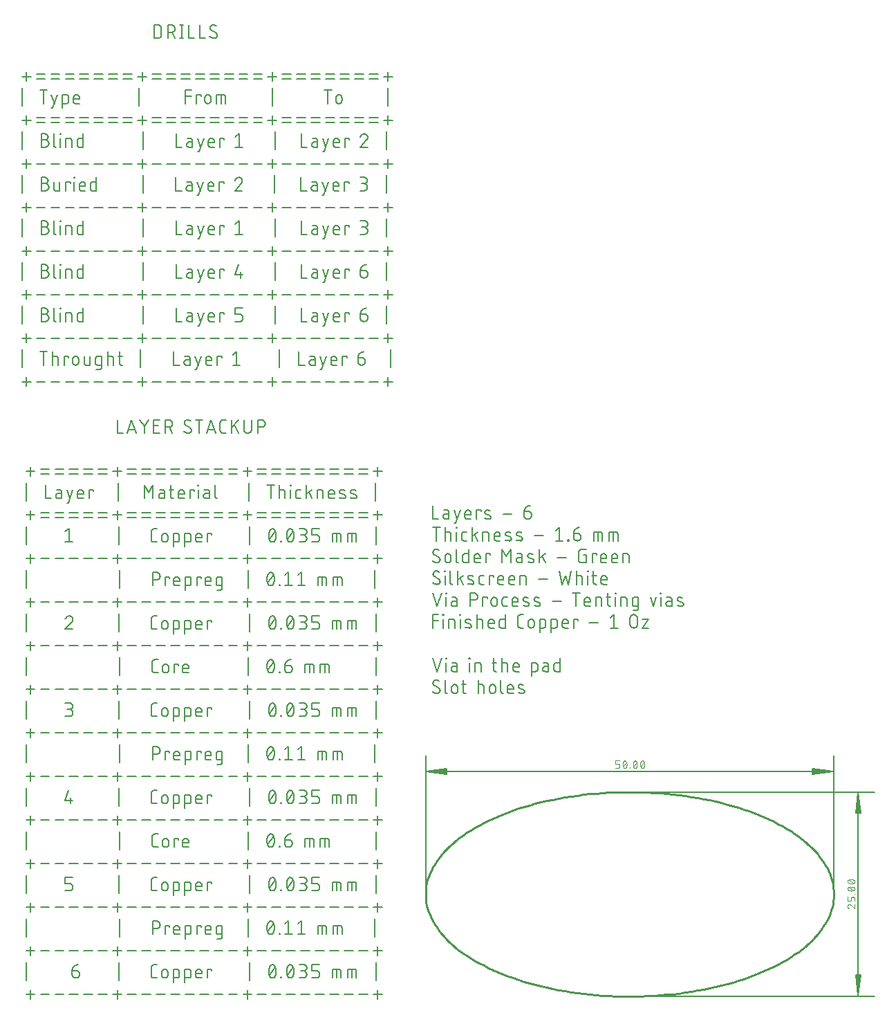
<source format=gtl>
G04 EAGLE Gerber RS-274X export*
G75*
%MOMM*%
%FSLAX34Y34*%
%LPD*%
%IN17_Manufacturing information*%
%IPPOS*%
%AMOC8*
5,1,8,0,0,1.08239X$1,22.5*%
G01*
%ADD10C,0.130000*%
%ADD11C,0.101600*%
%ADD12C,0.152400*%
%ADD13C,0.254000*%


D10*
X0Y125000D02*
X0Y294500D01*
X500000Y294500D02*
X500000Y125000D01*
X499350Y275000D02*
X650Y275000D01*
X26000Y278192D01*
X26000Y271808D01*
X650Y275000D01*
X26000Y276300D01*
X26000Y273700D02*
X650Y275000D01*
X26000Y277600D01*
X26000Y272400D02*
X650Y275000D01*
X474000Y278192D02*
X499350Y275000D01*
X474000Y278192D02*
X474000Y271808D01*
X499350Y275000D01*
X474000Y276300D01*
X474000Y273700D02*
X499350Y275000D01*
X474000Y277600D01*
X474000Y272400D02*
X499350Y275000D01*
D11*
X235428Y279308D02*
X232433Y279308D01*
X235428Y279308D02*
X235515Y279310D01*
X235602Y279316D01*
X235689Y279325D01*
X235775Y279338D01*
X235860Y279355D01*
X235945Y279376D01*
X236028Y279400D01*
X236111Y279428D01*
X236192Y279460D01*
X236272Y279495D01*
X236350Y279534D01*
X236426Y279575D01*
X236500Y279621D01*
X236573Y279669D01*
X236643Y279720D01*
X236711Y279775D01*
X236776Y279832D01*
X236839Y279893D01*
X236900Y279956D01*
X236957Y280021D01*
X237012Y280089D01*
X237063Y280159D01*
X237111Y280232D01*
X237157Y280306D01*
X237198Y280382D01*
X237237Y280460D01*
X237272Y280540D01*
X237304Y280621D01*
X237332Y280704D01*
X237356Y280787D01*
X237377Y280872D01*
X237394Y280957D01*
X237407Y281043D01*
X237416Y281130D01*
X237422Y281217D01*
X237424Y281304D01*
X237424Y282303D01*
X237422Y282390D01*
X237416Y282477D01*
X237407Y282564D01*
X237394Y282650D01*
X237377Y282735D01*
X237356Y282820D01*
X237332Y282903D01*
X237304Y282986D01*
X237272Y283067D01*
X237237Y283147D01*
X237198Y283225D01*
X237157Y283301D01*
X237111Y283375D01*
X237063Y283448D01*
X237012Y283518D01*
X236957Y283586D01*
X236900Y283651D01*
X236839Y283714D01*
X236776Y283775D01*
X236711Y283832D01*
X236643Y283887D01*
X236573Y283938D01*
X236500Y283986D01*
X236426Y284032D01*
X236350Y284073D01*
X236272Y284112D01*
X236192Y284147D01*
X236111Y284179D01*
X236028Y284207D01*
X235945Y284231D01*
X235860Y284252D01*
X235775Y284269D01*
X235689Y284282D01*
X235602Y284291D01*
X235515Y284297D01*
X235428Y284299D01*
X232433Y284299D01*
X232433Y288292D01*
X237424Y288292D01*
X242183Y287044D02*
X242107Y286884D01*
X242035Y286723D01*
X241968Y286560D01*
X241904Y286395D01*
X241844Y286228D01*
X241788Y286061D01*
X241736Y285892D01*
X241688Y285722D01*
X241644Y285551D01*
X241604Y285378D01*
X241569Y285205D01*
X241537Y285031D01*
X241510Y284857D01*
X241487Y284682D01*
X241468Y284506D01*
X241453Y284330D01*
X241442Y284153D01*
X241436Y283977D01*
X241434Y283800D01*
X242182Y287044D02*
X242211Y287124D01*
X242244Y287202D01*
X242281Y287278D01*
X242321Y287353D01*
X242364Y287426D01*
X242411Y287497D01*
X242461Y287566D01*
X242514Y287632D01*
X242570Y287696D01*
X242629Y287757D01*
X242690Y287815D01*
X242755Y287870D01*
X242821Y287923D01*
X242890Y287972D01*
X242962Y288018D01*
X243035Y288061D01*
X243110Y288100D01*
X243187Y288136D01*
X243265Y288169D01*
X243345Y288197D01*
X243426Y288222D01*
X243508Y288243D01*
X243591Y288261D01*
X243675Y288274D01*
X243760Y288284D01*
X243844Y288290D01*
X243929Y288292D01*
X244014Y288290D01*
X244098Y288284D01*
X244183Y288274D01*
X244267Y288261D01*
X244350Y288243D01*
X244432Y288222D01*
X244513Y288197D01*
X244593Y288169D01*
X244671Y288136D01*
X244748Y288100D01*
X244823Y288061D01*
X244897Y288018D01*
X244968Y287972D01*
X245037Y287923D01*
X245103Y287870D01*
X245168Y287815D01*
X245229Y287757D01*
X245288Y287696D01*
X245344Y287632D01*
X245397Y287566D01*
X245447Y287497D01*
X245494Y287426D01*
X245537Y287353D01*
X245577Y287278D01*
X245614Y287202D01*
X245647Y287124D01*
X245676Y287044D01*
X245752Y286885D01*
X245824Y286723D01*
X245891Y286560D01*
X245955Y286395D01*
X246015Y286229D01*
X246071Y286061D01*
X246123Y285892D01*
X246171Y285722D01*
X246215Y285551D01*
X246255Y285379D01*
X246290Y285205D01*
X246322Y285032D01*
X246349Y284857D01*
X246372Y284682D01*
X246391Y284506D01*
X246406Y284330D01*
X246417Y284153D01*
X246423Y283977D01*
X246425Y283800D01*
X241433Y283800D02*
X241435Y283623D01*
X241441Y283447D01*
X241452Y283270D01*
X241467Y283094D01*
X241486Y282918D01*
X241509Y282743D01*
X241536Y282568D01*
X241568Y282395D01*
X241603Y282221D01*
X241643Y282049D01*
X241687Y281878D01*
X241735Y281708D01*
X241787Y281539D01*
X241843Y281371D01*
X241903Y281205D01*
X241967Y281040D01*
X242034Y280877D01*
X242106Y280715D01*
X242182Y280556D01*
X242211Y280476D01*
X242244Y280398D01*
X242281Y280322D01*
X242321Y280247D01*
X242364Y280174D01*
X242411Y280103D01*
X242461Y280034D01*
X242514Y279968D01*
X242570Y279904D01*
X242629Y279843D01*
X242690Y279785D01*
X242755Y279730D01*
X242821Y279677D01*
X242890Y279628D01*
X242962Y279582D01*
X243035Y279539D01*
X243110Y279500D01*
X243187Y279464D01*
X243265Y279431D01*
X243345Y279403D01*
X243426Y279378D01*
X243508Y279357D01*
X243591Y279339D01*
X243675Y279326D01*
X243760Y279316D01*
X243844Y279310D01*
X243929Y279308D01*
X245675Y280556D02*
X245751Y280715D01*
X245823Y280877D01*
X245890Y281040D01*
X245954Y281205D01*
X246014Y281371D01*
X246070Y281539D01*
X246122Y281708D01*
X246170Y281878D01*
X246214Y282049D01*
X246254Y282221D01*
X246289Y282395D01*
X246321Y282568D01*
X246348Y282743D01*
X246371Y282918D01*
X246390Y283094D01*
X246405Y283270D01*
X246416Y283447D01*
X246422Y283623D01*
X246424Y283800D01*
X245676Y280556D02*
X245647Y280476D01*
X245614Y280398D01*
X245577Y280322D01*
X245537Y280247D01*
X245494Y280174D01*
X245447Y280103D01*
X245397Y280034D01*
X245344Y279968D01*
X245288Y279904D01*
X245229Y279843D01*
X245168Y279785D01*
X245103Y279730D01*
X245037Y279677D01*
X244968Y279628D01*
X244896Y279582D01*
X244823Y279539D01*
X244748Y279500D01*
X244671Y279464D01*
X244593Y279431D01*
X244513Y279403D01*
X244432Y279378D01*
X244350Y279357D01*
X244267Y279339D01*
X244183Y279326D01*
X244098Y279316D01*
X244014Y279310D01*
X243929Y279308D01*
X241932Y281304D02*
X245925Y286296D01*
X249979Y279807D02*
X249979Y279308D01*
X249979Y279807D02*
X250478Y279807D01*
X250478Y279308D01*
X249979Y279308D01*
X254034Y283800D02*
X254036Y283977D01*
X254042Y284153D01*
X254053Y284330D01*
X254068Y284506D01*
X254087Y284682D01*
X254110Y284857D01*
X254137Y285031D01*
X254169Y285205D01*
X254204Y285378D01*
X254244Y285551D01*
X254288Y285722D01*
X254336Y285892D01*
X254388Y286061D01*
X254444Y286228D01*
X254504Y286395D01*
X254568Y286560D01*
X254635Y286723D01*
X254707Y286884D01*
X254783Y287044D01*
X254782Y287044D02*
X254811Y287124D01*
X254844Y287202D01*
X254881Y287278D01*
X254921Y287353D01*
X254964Y287426D01*
X255011Y287497D01*
X255061Y287566D01*
X255114Y287632D01*
X255170Y287696D01*
X255229Y287757D01*
X255290Y287815D01*
X255355Y287870D01*
X255421Y287923D01*
X255490Y287972D01*
X255562Y288018D01*
X255635Y288061D01*
X255710Y288100D01*
X255787Y288136D01*
X255865Y288169D01*
X255945Y288197D01*
X256026Y288222D01*
X256108Y288243D01*
X256191Y288261D01*
X256275Y288274D01*
X256360Y288284D01*
X256444Y288290D01*
X256529Y288292D01*
X256614Y288290D01*
X256698Y288284D01*
X256783Y288274D01*
X256867Y288261D01*
X256950Y288243D01*
X257032Y288222D01*
X257113Y288197D01*
X257193Y288169D01*
X257271Y288136D01*
X257348Y288100D01*
X257423Y288061D01*
X257497Y288018D01*
X257568Y287972D01*
X257637Y287923D01*
X257703Y287870D01*
X257768Y287815D01*
X257829Y287757D01*
X257888Y287696D01*
X257944Y287632D01*
X257997Y287566D01*
X258047Y287497D01*
X258094Y287426D01*
X258137Y287353D01*
X258177Y287278D01*
X258214Y287202D01*
X258247Y287124D01*
X258276Y287044D01*
X258352Y286885D01*
X258424Y286723D01*
X258491Y286560D01*
X258555Y286395D01*
X258615Y286229D01*
X258671Y286061D01*
X258723Y285892D01*
X258771Y285722D01*
X258815Y285551D01*
X258855Y285379D01*
X258890Y285205D01*
X258922Y285032D01*
X258949Y284857D01*
X258972Y284682D01*
X258991Y284506D01*
X259006Y284330D01*
X259017Y284153D01*
X259023Y283977D01*
X259025Y283800D01*
X254033Y283800D02*
X254035Y283623D01*
X254041Y283447D01*
X254052Y283270D01*
X254067Y283094D01*
X254086Y282918D01*
X254109Y282743D01*
X254136Y282568D01*
X254168Y282395D01*
X254203Y282221D01*
X254243Y282049D01*
X254287Y281878D01*
X254335Y281708D01*
X254387Y281539D01*
X254443Y281371D01*
X254503Y281205D01*
X254567Y281040D01*
X254634Y280877D01*
X254706Y280715D01*
X254782Y280556D01*
X254811Y280476D01*
X254844Y280398D01*
X254881Y280322D01*
X254921Y280247D01*
X254964Y280174D01*
X255011Y280103D01*
X255061Y280034D01*
X255114Y279968D01*
X255170Y279904D01*
X255229Y279843D01*
X255290Y279785D01*
X255355Y279730D01*
X255421Y279677D01*
X255490Y279628D01*
X255562Y279582D01*
X255635Y279539D01*
X255710Y279500D01*
X255787Y279464D01*
X255865Y279431D01*
X255945Y279403D01*
X256026Y279378D01*
X256108Y279357D01*
X256191Y279339D01*
X256275Y279326D01*
X256360Y279316D01*
X256444Y279310D01*
X256529Y279308D01*
X258275Y280556D02*
X258351Y280715D01*
X258423Y280877D01*
X258490Y281040D01*
X258554Y281205D01*
X258614Y281371D01*
X258670Y281539D01*
X258722Y281708D01*
X258770Y281878D01*
X258814Y282049D01*
X258854Y282221D01*
X258889Y282395D01*
X258921Y282568D01*
X258948Y282743D01*
X258971Y282918D01*
X258990Y283094D01*
X259005Y283270D01*
X259016Y283447D01*
X259022Y283623D01*
X259024Y283800D01*
X258276Y280556D02*
X258247Y280476D01*
X258214Y280398D01*
X258177Y280322D01*
X258137Y280247D01*
X258094Y280174D01*
X258047Y280103D01*
X257997Y280034D01*
X257944Y279968D01*
X257888Y279904D01*
X257829Y279843D01*
X257768Y279785D01*
X257703Y279730D01*
X257637Y279677D01*
X257568Y279628D01*
X257496Y279582D01*
X257423Y279539D01*
X257348Y279500D01*
X257271Y279464D01*
X257193Y279431D01*
X257113Y279403D01*
X257032Y279378D01*
X256950Y279357D01*
X256867Y279339D01*
X256783Y279326D01*
X256698Y279316D01*
X256614Y279310D01*
X256529Y279308D01*
X254532Y281304D02*
X258525Y286296D01*
X263033Y283800D02*
X263035Y283977D01*
X263041Y284153D01*
X263052Y284330D01*
X263067Y284506D01*
X263086Y284682D01*
X263109Y284857D01*
X263136Y285031D01*
X263168Y285205D01*
X263203Y285378D01*
X263243Y285551D01*
X263287Y285722D01*
X263335Y285892D01*
X263387Y286061D01*
X263443Y286228D01*
X263503Y286395D01*
X263567Y286560D01*
X263634Y286723D01*
X263706Y286884D01*
X263782Y287044D01*
X263811Y287124D01*
X263844Y287202D01*
X263881Y287278D01*
X263921Y287353D01*
X263964Y287426D01*
X264011Y287497D01*
X264061Y287566D01*
X264114Y287632D01*
X264170Y287696D01*
X264229Y287757D01*
X264290Y287815D01*
X264355Y287870D01*
X264421Y287923D01*
X264490Y287972D01*
X264562Y288018D01*
X264635Y288061D01*
X264710Y288100D01*
X264787Y288136D01*
X264865Y288169D01*
X264945Y288197D01*
X265026Y288222D01*
X265108Y288243D01*
X265191Y288261D01*
X265275Y288274D01*
X265360Y288284D01*
X265444Y288290D01*
X265529Y288292D01*
X265614Y288290D01*
X265698Y288284D01*
X265783Y288274D01*
X265867Y288261D01*
X265950Y288243D01*
X266032Y288222D01*
X266113Y288197D01*
X266193Y288169D01*
X266271Y288136D01*
X266348Y288100D01*
X266423Y288061D01*
X266497Y288018D01*
X266568Y287972D01*
X266637Y287923D01*
X266703Y287870D01*
X266768Y287815D01*
X266829Y287757D01*
X266888Y287696D01*
X266944Y287632D01*
X266997Y287566D01*
X267047Y287497D01*
X267094Y287426D01*
X267137Y287353D01*
X267177Y287278D01*
X267214Y287202D01*
X267247Y287124D01*
X267276Y287044D01*
X267352Y286885D01*
X267424Y286723D01*
X267491Y286560D01*
X267555Y286395D01*
X267615Y286229D01*
X267671Y286061D01*
X267723Y285892D01*
X267771Y285722D01*
X267815Y285551D01*
X267855Y285379D01*
X267890Y285205D01*
X267922Y285032D01*
X267949Y284857D01*
X267972Y284682D01*
X267991Y284506D01*
X268006Y284330D01*
X268017Y284153D01*
X268023Y283977D01*
X268025Y283800D01*
X263033Y283800D02*
X263035Y283623D01*
X263041Y283447D01*
X263052Y283270D01*
X263067Y283094D01*
X263086Y282918D01*
X263109Y282743D01*
X263136Y282568D01*
X263168Y282395D01*
X263203Y282221D01*
X263243Y282049D01*
X263287Y281878D01*
X263335Y281708D01*
X263387Y281539D01*
X263443Y281371D01*
X263503Y281205D01*
X263567Y281040D01*
X263634Y280877D01*
X263706Y280715D01*
X263782Y280556D01*
X263811Y280476D01*
X263844Y280398D01*
X263881Y280322D01*
X263921Y280247D01*
X263964Y280174D01*
X264011Y280103D01*
X264061Y280034D01*
X264114Y279968D01*
X264170Y279904D01*
X264229Y279843D01*
X264290Y279785D01*
X264355Y279730D01*
X264421Y279677D01*
X264490Y279628D01*
X264562Y279582D01*
X264635Y279539D01*
X264710Y279500D01*
X264787Y279464D01*
X264865Y279431D01*
X264945Y279403D01*
X265026Y279378D01*
X265108Y279357D01*
X265191Y279339D01*
X265275Y279326D01*
X265360Y279316D01*
X265444Y279310D01*
X265529Y279308D01*
X267275Y280556D02*
X267351Y280715D01*
X267423Y280877D01*
X267490Y281040D01*
X267554Y281205D01*
X267614Y281371D01*
X267670Y281539D01*
X267722Y281708D01*
X267770Y281878D01*
X267814Y282049D01*
X267854Y282221D01*
X267889Y282395D01*
X267921Y282568D01*
X267948Y282743D01*
X267971Y282918D01*
X267990Y283094D01*
X268005Y283270D01*
X268016Y283447D01*
X268022Y283623D01*
X268024Y283800D01*
X267276Y280556D02*
X267247Y280476D01*
X267214Y280398D01*
X267177Y280322D01*
X267137Y280247D01*
X267094Y280174D01*
X267047Y280103D01*
X266997Y280034D01*
X266944Y279968D01*
X266888Y279904D01*
X266829Y279843D01*
X266768Y279785D01*
X266703Y279730D01*
X266637Y279677D01*
X266568Y279628D01*
X266496Y279582D01*
X266423Y279539D01*
X266348Y279500D01*
X266271Y279464D01*
X266193Y279431D01*
X266113Y279403D01*
X266032Y279378D01*
X265950Y279357D01*
X265867Y279339D01*
X265783Y279326D01*
X265698Y279316D01*
X265614Y279310D01*
X265529Y279308D01*
X263532Y281304D02*
X267525Y286296D01*
D10*
X250000Y250000D02*
X549500Y250000D01*
X549500Y0D02*
X250000Y0D01*
X530000Y650D02*
X530000Y249350D01*
X526808Y224000D01*
X533192Y224000D01*
X530000Y249350D01*
X528700Y224000D01*
X531300Y224000D02*
X530000Y249350D01*
X527400Y224000D01*
X532600Y224000D02*
X530000Y249350D01*
X526808Y26000D02*
X530000Y650D01*
X526808Y26000D02*
X533192Y26000D01*
X530000Y650D01*
X528700Y26000D01*
X531300Y26000D02*
X530000Y650D01*
X527400Y26000D01*
X532600Y26000D02*
X530000Y650D01*
D11*
X516708Y110178D02*
X516710Y110271D01*
X516716Y110363D01*
X516725Y110456D01*
X516739Y110548D01*
X516756Y110639D01*
X516777Y110729D01*
X516801Y110819D01*
X516830Y110907D01*
X516862Y110994D01*
X516897Y111080D01*
X516936Y111164D01*
X516979Y111247D01*
X517025Y111328D01*
X517074Y111406D01*
X517126Y111483D01*
X517182Y111558D01*
X517240Y111630D01*
X517302Y111699D01*
X517366Y111766D01*
X517433Y111830D01*
X517502Y111892D01*
X517574Y111950D01*
X517649Y112006D01*
X517726Y112058D01*
X517804Y112107D01*
X517885Y112153D01*
X517968Y112196D01*
X518052Y112235D01*
X518138Y112270D01*
X518225Y112302D01*
X518313Y112331D01*
X518403Y112355D01*
X518493Y112376D01*
X518584Y112393D01*
X518676Y112407D01*
X518769Y112416D01*
X518861Y112422D01*
X518954Y112424D01*
X516708Y110178D02*
X516710Y110071D01*
X516716Y109965D01*
X516726Y109859D01*
X516740Y109753D01*
X516757Y109647D01*
X516779Y109543D01*
X516804Y109439D01*
X516833Y109337D01*
X516866Y109235D01*
X516903Y109135D01*
X516944Y109036D01*
X516988Y108939D01*
X517035Y108844D01*
X517086Y108750D01*
X517141Y108658D01*
X517199Y108569D01*
X517260Y108481D01*
X517324Y108396D01*
X517392Y108313D01*
X517462Y108233D01*
X517535Y108156D01*
X517612Y108081D01*
X517691Y108009D01*
X517772Y107940D01*
X517856Y107874D01*
X517942Y107812D01*
X518031Y107752D01*
X518122Y107696D01*
X518215Y107644D01*
X518309Y107594D01*
X518406Y107549D01*
X518504Y107507D01*
X518603Y107468D01*
X518704Y107433D01*
X520701Y111675D02*
X520632Y111745D01*
X520560Y111811D01*
X520486Y111875D01*
X520410Y111935D01*
X520330Y111993D01*
X520249Y112047D01*
X520166Y112098D01*
X520080Y112145D01*
X519993Y112189D01*
X519904Y112229D01*
X519814Y112266D01*
X519722Y112299D01*
X519628Y112328D01*
X519534Y112353D01*
X519439Y112375D01*
X519343Y112392D01*
X519246Y112406D01*
X519149Y112416D01*
X519052Y112422D01*
X518954Y112424D01*
X520701Y111676D02*
X525692Y107433D01*
X525692Y112424D01*
X525692Y116433D02*
X525692Y119428D01*
X525690Y119515D01*
X525684Y119602D01*
X525675Y119689D01*
X525662Y119775D01*
X525645Y119860D01*
X525624Y119945D01*
X525600Y120028D01*
X525572Y120111D01*
X525540Y120192D01*
X525505Y120272D01*
X525466Y120350D01*
X525425Y120426D01*
X525379Y120500D01*
X525331Y120573D01*
X525280Y120643D01*
X525225Y120711D01*
X525168Y120776D01*
X525107Y120839D01*
X525044Y120900D01*
X524979Y120957D01*
X524911Y121012D01*
X524841Y121063D01*
X524768Y121111D01*
X524694Y121157D01*
X524618Y121198D01*
X524540Y121237D01*
X524460Y121272D01*
X524379Y121304D01*
X524296Y121332D01*
X524213Y121356D01*
X524128Y121377D01*
X524043Y121394D01*
X523957Y121407D01*
X523870Y121416D01*
X523783Y121422D01*
X523696Y121424D01*
X522697Y121424D01*
X522610Y121422D01*
X522523Y121416D01*
X522436Y121407D01*
X522350Y121394D01*
X522265Y121377D01*
X522180Y121356D01*
X522097Y121332D01*
X522014Y121304D01*
X521933Y121272D01*
X521853Y121237D01*
X521775Y121198D01*
X521699Y121157D01*
X521625Y121111D01*
X521552Y121063D01*
X521482Y121012D01*
X521414Y120957D01*
X521349Y120900D01*
X521286Y120839D01*
X521225Y120776D01*
X521168Y120711D01*
X521113Y120643D01*
X521062Y120573D01*
X521014Y120500D01*
X520968Y120426D01*
X520927Y120350D01*
X520888Y120272D01*
X520853Y120192D01*
X520821Y120111D01*
X520793Y120028D01*
X520769Y119945D01*
X520748Y119860D01*
X520731Y119775D01*
X520718Y119689D01*
X520709Y119602D01*
X520703Y119515D01*
X520701Y119428D01*
X520701Y116433D01*
X516708Y116433D01*
X516708Y121424D01*
X525193Y124979D02*
X525692Y124979D01*
X525193Y124979D02*
X525193Y125478D01*
X525692Y125478D01*
X525692Y124979D01*
X521200Y129033D02*
X521023Y129035D01*
X520847Y129041D01*
X520670Y129052D01*
X520494Y129067D01*
X520318Y129086D01*
X520143Y129109D01*
X519968Y129136D01*
X519795Y129168D01*
X519621Y129203D01*
X519449Y129243D01*
X519278Y129287D01*
X519108Y129335D01*
X518939Y129387D01*
X518771Y129443D01*
X518605Y129503D01*
X518440Y129567D01*
X518277Y129634D01*
X518115Y129706D01*
X517956Y129782D01*
X517876Y129811D01*
X517798Y129844D01*
X517722Y129881D01*
X517647Y129921D01*
X517574Y129964D01*
X517503Y130011D01*
X517434Y130061D01*
X517368Y130114D01*
X517304Y130170D01*
X517243Y130229D01*
X517185Y130290D01*
X517130Y130354D01*
X517077Y130421D01*
X517028Y130490D01*
X516982Y130561D01*
X516939Y130635D01*
X516900Y130710D01*
X516864Y130787D01*
X516831Y130865D01*
X516803Y130945D01*
X516778Y131026D01*
X516757Y131108D01*
X516739Y131191D01*
X516726Y131275D01*
X516716Y131360D01*
X516710Y131444D01*
X516708Y131529D01*
X516710Y131614D01*
X516716Y131698D01*
X516726Y131783D01*
X516739Y131867D01*
X516757Y131950D01*
X516778Y132032D01*
X516803Y132113D01*
X516831Y132193D01*
X516864Y132271D01*
X516900Y132348D01*
X516939Y132423D01*
X516982Y132497D01*
X517028Y132568D01*
X517077Y132637D01*
X517130Y132704D01*
X517185Y132768D01*
X517243Y132829D01*
X517304Y132888D01*
X517368Y132944D01*
X517434Y132997D01*
X517503Y133047D01*
X517574Y133094D01*
X517647Y133137D01*
X517722Y133177D01*
X517798Y133214D01*
X517876Y133247D01*
X517956Y133276D01*
X517956Y133275D02*
X518115Y133351D01*
X518277Y133423D01*
X518440Y133490D01*
X518605Y133554D01*
X518771Y133614D01*
X518939Y133670D01*
X519108Y133722D01*
X519278Y133770D01*
X519449Y133814D01*
X519621Y133854D01*
X519795Y133889D01*
X519968Y133921D01*
X520143Y133948D01*
X520318Y133971D01*
X520494Y133990D01*
X520670Y134005D01*
X520847Y134016D01*
X521023Y134022D01*
X521200Y134024D01*
X521200Y129033D02*
X521377Y129035D01*
X521553Y129041D01*
X521730Y129052D01*
X521906Y129067D01*
X522082Y129086D01*
X522257Y129109D01*
X522432Y129136D01*
X522605Y129168D01*
X522779Y129203D01*
X522951Y129243D01*
X523122Y129287D01*
X523292Y129335D01*
X523461Y129387D01*
X523629Y129443D01*
X523795Y129503D01*
X523960Y129567D01*
X524123Y129634D01*
X524285Y129706D01*
X524444Y129782D01*
X524524Y129811D01*
X524602Y129844D01*
X524678Y129881D01*
X524753Y129921D01*
X524826Y129964D01*
X524897Y130011D01*
X524966Y130061D01*
X525032Y130114D01*
X525096Y130170D01*
X525157Y130229D01*
X525215Y130290D01*
X525270Y130355D01*
X525323Y130421D01*
X525372Y130490D01*
X525418Y130562D01*
X525461Y130635D01*
X525500Y130710D01*
X525536Y130787D01*
X525569Y130865D01*
X525597Y130945D01*
X525622Y131026D01*
X525643Y131108D01*
X525661Y131191D01*
X525674Y131275D01*
X525684Y131360D01*
X525690Y131444D01*
X525692Y131529D01*
X524444Y133275D02*
X524285Y133351D01*
X524123Y133423D01*
X523960Y133490D01*
X523795Y133554D01*
X523629Y133614D01*
X523461Y133670D01*
X523292Y133722D01*
X523122Y133770D01*
X522951Y133814D01*
X522779Y133854D01*
X522605Y133889D01*
X522432Y133921D01*
X522257Y133948D01*
X522082Y133971D01*
X521906Y133990D01*
X521730Y134005D01*
X521553Y134016D01*
X521377Y134022D01*
X521200Y134024D01*
X524444Y133276D02*
X524524Y133247D01*
X524602Y133214D01*
X524678Y133177D01*
X524753Y133137D01*
X524826Y133094D01*
X524897Y133047D01*
X524966Y132997D01*
X525032Y132944D01*
X525096Y132888D01*
X525157Y132829D01*
X525215Y132768D01*
X525270Y132703D01*
X525323Y132637D01*
X525372Y132568D01*
X525418Y132496D01*
X525461Y132423D01*
X525500Y132348D01*
X525536Y132271D01*
X525569Y132193D01*
X525597Y132113D01*
X525622Y132032D01*
X525643Y131950D01*
X525661Y131867D01*
X525674Y131783D01*
X525684Y131698D01*
X525690Y131614D01*
X525692Y131529D01*
X523696Y129532D02*
X518704Y133525D01*
X521200Y138033D02*
X521023Y138035D01*
X520847Y138041D01*
X520670Y138052D01*
X520494Y138067D01*
X520318Y138086D01*
X520143Y138109D01*
X519968Y138136D01*
X519795Y138168D01*
X519621Y138203D01*
X519449Y138243D01*
X519278Y138287D01*
X519108Y138335D01*
X518939Y138387D01*
X518771Y138443D01*
X518605Y138503D01*
X518440Y138567D01*
X518277Y138634D01*
X518115Y138706D01*
X517956Y138782D01*
X517876Y138811D01*
X517798Y138844D01*
X517722Y138881D01*
X517647Y138921D01*
X517574Y138964D01*
X517503Y139011D01*
X517434Y139061D01*
X517368Y139114D01*
X517304Y139170D01*
X517243Y139229D01*
X517185Y139290D01*
X517130Y139354D01*
X517077Y139421D01*
X517028Y139490D01*
X516982Y139561D01*
X516939Y139635D01*
X516900Y139710D01*
X516864Y139787D01*
X516831Y139865D01*
X516803Y139945D01*
X516778Y140026D01*
X516757Y140108D01*
X516739Y140191D01*
X516726Y140275D01*
X516716Y140360D01*
X516710Y140444D01*
X516708Y140529D01*
X516710Y140614D01*
X516716Y140698D01*
X516726Y140783D01*
X516739Y140867D01*
X516757Y140950D01*
X516778Y141032D01*
X516803Y141113D01*
X516831Y141193D01*
X516864Y141271D01*
X516900Y141348D01*
X516939Y141423D01*
X516982Y141497D01*
X517028Y141568D01*
X517077Y141637D01*
X517130Y141704D01*
X517185Y141768D01*
X517243Y141829D01*
X517304Y141888D01*
X517368Y141944D01*
X517434Y141997D01*
X517503Y142047D01*
X517574Y142094D01*
X517647Y142137D01*
X517722Y142177D01*
X517798Y142214D01*
X517876Y142247D01*
X517956Y142276D01*
X517956Y142275D02*
X518115Y142351D01*
X518277Y142423D01*
X518440Y142490D01*
X518605Y142554D01*
X518771Y142614D01*
X518939Y142670D01*
X519108Y142722D01*
X519278Y142770D01*
X519449Y142814D01*
X519621Y142854D01*
X519795Y142889D01*
X519968Y142921D01*
X520143Y142948D01*
X520318Y142971D01*
X520494Y142990D01*
X520670Y143005D01*
X520847Y143016D01*
X521023Y143022D01*
X521200Y143024D01*
X521200Y138033D02*
X521377Y138035D01*
X521553Y138041D01*
X521730Y138052D01*
X521906Y138067D01*
X522082Y138086D01*
X522257Y138109D01*
X522432Y138136D01*
X522605Y138168D01*
X522779Y138203D01*
X522951Y138243D01*
X523122Y138287D01*
X523292Y138335D01*
X523461Y138387D01*
X523629Y138443D01*
X523795Y138503D01*
X523960Y138567D01*
X524123Y138634D01*
X524285Y138706D01*
X524444Y138782D01*
X524524Y138811D01*
X524602Y138844D01*
X524678Y138881D01*
X524753Y138921D01*
X524826Y138964D01*
X524897Y139011D01*
X524966Y139061D01*
X525032Y139114D01*
X525096Y139170D01*
X525157Y139229D01*
X525215Y139290D01*
X525270Y139355D01*
X525323Y139421D01*
X525372Y139490D01*
X525418Y139562D01*
X525461Y139635D01*
X525500Y139710D01*
X525536Y139787D01*
X525569Y139865D01*
X525597Y139945D01*
X525622Y140026D01*
X525643Y140108D01*
X525661Y140191D01*
X525674Y140275D01*
X525684Y140360D01*
X525690Y140444D01*
X525692Y140529D01*
X524444Y142275D02*
X524285Y142351D01*
X524123Y142423D01*
X523960Y142490D01*
X523795Y142554D01*
X523629Y142614D01*
X523461Y142670D01*
X523292Y142722D01*
X523122Y142770D01*
X522951Y142814D01*
X522779Y142854D01*
X522605Y142889D01*
X522432Y142921D01*
X522257Y142948D01*
X522082Y142971D01*
X521906Y142990D01*
X521730Y143005D01*
X521553Y143016D01*
X521377Y143022D01*
X521200Y143024D01*
X524444Y142276D02*
X524524Y142247D01*
X524602Y142214D01*
X524678Y142177D01*
X524753Y142137D01*
X524826Y142094D01*
X524897Y142047D01*
X524966Y141997D01*
X525032Y141944D01*
X525096Y141888D01*
X525157Y141829D01*
X525215Y141768D01*
X525270Y141703D01*
X525323Y141637D01*
X525372Y141568D01*
X525418Y141496D01*
X525461Y141423D01*
X525500Y141348D01*
X525536Y141271D01*
X525569Y141193D01*
X525597Y141113D01*
X525622Y141032D01*
X525643Y140950D01*
X525661Y140867D01*
X525674Y140783D01*
X525684Y140698D01*
X525690Y140614D01*
X525692Y140529D01*
X523696Y138532D02*
X518704Y142525D01*
D12*
X-377567Y689182D02*
X-377567Y705438D01*
X-377567Y689182D02*
X-370342Y689182D01*
X-365474Y689182D02*
X-360055Y705438D01*
X-354636Y689182D01*
X-355991Y693246D02*
X-364119Y693246D01*
X-349842Y705438D02*
X-344424Y697762D01*
X-339005Y705438D01*
X-344424Y697762D02*
X-344424Y689182D01*
X-332757Y689182D02*
X-325532Y689182D01*
X-332757Y689182D02*
X-332757Y705438D01*
X-325532Y705438D01*
X-327339Y698213D02*
X-332757Y698213D01*
X-319148Y705438D02*
X-319148Y689182D01*
X-319148Y705438D02*
X-314633Y705438D01*
X-314500Y705436D01*
X-314368Y705430D01*
X-314236Y705420D01*
X-314104Y705407D01*
X-313972Y705389D01*
X-313842Y705368D01*
X-313711Y705343D01*
X-313582Y705314D01*
X-313454Y705281D01*
X-313326Y705245D01*
X-313200Y705205D01*
X-313075Y705161D01*
X-312951Y705113D01*
X-312829Y705062D01*
X-312708Y705007D01*
X-312589Y704949D01*
X-312471Y704887D01*
X-312356Y704822D01*
X-312242Y704753D01*
X-312131Y704682D01*
X-312022Y704606D01*
X-311915Y704528D01*
X-311810Y704447D01*
X-311708Y704362D01*
X-311608Y704275D01*
X-311511Y704185D01*
X-311416Y704092D01*
X-311325Y703996D01*
X-311236Y703898D01*
X-311150Y703797D01*
X-311067Y703693D01*
X-310987Y703587D01*
X-310911Y703479D01*
X-310837Y703369D01*
X-310767Y703256D01*
X-310700Y703142D01*
X-310637Y703025D01*
X-310577Y702907D01*
X-310520Y702787D01*
X-310467Y702665D01*
X-310418Y702542D01*
X-310372Y702418D01*
X-310330Y702292D01*
X-310292Y702165D01*
X-310257Y702037D01*
X-310226Y701908D01*
X-310199Y701779D01*
X-310176Y701648D01*
X-310156Y701517D01*
X-310141Y701385D01*
X-310129Y701253D01*
X-310121Y701121D01*
X-310117Y700988D01*
X-310117Y700856D01*
X-310121Y700723D01*
X-310129Y700591D01*
X-310141Y700459D01*
X-310156Y700327D01*
X-310176Y700196D01*
X-310199Y700065D01*
X-310226Y699936D01*
X-310257Y699807D01*
X-310292Y699679D01*
X-310330Y699552D01*
X-310372Y699426D01*
X-310418Y699302D01*
X-310467Y699179D01*
X-310520Y699057D01*
X-310577Y698937D01*
X-310637Y698819D01*
X-310700Y698702D01*
X-310767Y698588D01*
X-310837Y698475D01*
X-310911Y698365D01*
X-310987Y698257D01*
X-311067Y698151D01*
X-311150Y698047D01*
X-311236Y697946D01*
X-311325Y697848D01*
X-311416Y697752D01*
X-311511Y697659D01*
X-311608Y697569D01*
X-311708Y697482D01*
X-311810Y697397D01*
X-311915Y697316D01*
X-312022Y697238D01*
X-312131Y697162D01*
X-312242Y697091D01*
X-312356Y697022D01*
X-312471Y696957D01*
X-312589Y696895D01*
X-312708Y696837D01*
X-312829Y696782D01*
X-312951Y696731D01*
X-313075Y696683D01*
X-313200Y696639D01*
X-313326Y696599D01*
X-313454Y696563D01*
X-313582Y696530D01*
X-313711Y696501D01*
X-313842Y696476D01*
X-313972Y696455D01*
X-314104Y696437D01*
X-314236Y696424D01*
X-314368Y696414D01*
X-314500Y696408D01*
X-314633Y696406D01*
X-314633Y696407D02*
X-319148Y696407D01*
X-313730Y696407D02*
X-310117Y689182D01*
X-290375Y689182D02*
X-290257Y689184D01*
X-290139Y689190D01*
X-290021Y689199D01*
X-289904Y689213D01*
X-289787Y689230D01*
X-289670Y689251D01*
X-289555Y689276D01*
X-289440Y689305D01*
X-289326Y689338D01*
X-289214Y689374D01*
X-289103Y689414D01*
X-288993Y689457D01*
X-288884Y689504D01*
X-288777Y689554D01*
X-288672Y689609D01*
X-288569Y689666D01*
X-288468Y689727D01*
X-288368Y689791D01*
X-288271Y689858D01*
X-288176Y689928D01*
X-288084Y690002D01*
X-287993Y690078D01*
X-287906Y690158D01*
X-287821Y690240D01*
X-287739Y690325D01*
X-287659Y690412D01*
X-287583Y690503D01*
X-287509Y690595D01*
X-287439Y690690D01*
X-287372Y690787D01*
X-287308Y690887D01*
X-287247Y690988D01*
X-287190Y691091D01*
X-287135Y691196D01*
X-287085Y691303D01*
X-287038Y691412D01*
X-286995Y691522D01*
X-286955Y691633D01*
X-286919Y691745D01*
X-286886Y691859D01*
X-286857Y691974D01*
X-286832Y692089D01*
X-286811Y692206D01*
X-286794Y692323D01*
X-286780Y692440D01*
X-286771Y692558D01*
X-286765Y692676D01*
X-286763Y692794D01*
X-290375Y689182D02*
X-290558Y689184D01*
X-290740Y689191D01*
X-290922Y689202D01*
X-291104Y689217D01*
X-291286Y689237D01*
X-291467Y689261D01*
X-291647Y689289D01*
X-291827Y689321D01*
X-292006Y689358D01*
X-292183Y689399D01*
X-292360Y689445D01*
X-292536Y689494D01*
X-292711Y689548D01*
X-292884Y689606D01*
X-293055Y689668D01*
X-293226Y689734D01*
X-293394Y689805D01*
X-293561Y689879D01*
X-293726Y689957D01*
X-293889Y690039D01*
X-294050Y690125D01*
X-294209Y690215D01*
X-294366Y690309D01*
X-294520Y690406D01*
X-294672Y690507D01*
X-294822Y690612D01*
X-294969Y690720D01*
X-295113Y690831D01*
X-295255Y690946D01*
X-295394Y691065D01*
X-295530Y691187D01*
X-295663Y691312D01*
X-295793Y691440D01*
X-295341Y701826D02*
X-295339Y701944D01*
X-295333Y702062D01*
X-295324Y702180D01*
X-295310Y702297D01*
X-295293Y702414D01*
X-295272Y702531D01*
X-295247Y702646D01*
X-295218Y702761D01*
X-295185Y702875D01*
X-295149Y702987D01*
X-295109Y703098D01*
X-295066Y703208D01*
X-295019Y703317D01*
X-294969Y703424D01*
X-294914Y703529D01*
X-294857Y703632D01*
X-294796Y703733D01*
X-294732Y703833D01*
X-294665Y703930D01*
X-294595Y704025D01*
X-294521Y704117D01*
X-294445Y704208D01*
X-294365Y704295D01*
X-294283Y704380D01*
X-294198Y704462D01*
X-294111Y704542D01*
X-294020Y704618D01*
X-293928Y704692D01*
X-293833Y704762D01*
X-293736Y704829D01*
X-293636Y704893D01*
X-293535Y704954D01*
X-293432Y705011D01*
X-293327Y705066D01*
X-293220Y705116D01*
X-293111Y705163D01*
X-293001Y705206D01*
X-292890Y705246D01*
X-292778Y705282D01*
X-292664Y705315D01*
X-292549Y705344D01*
X-292434Y705369D01*
X-292317Y705390D01*
X-292200Y705407D01*
X-292083Y705421D01*
X-291965Y705430D01*
X-291847Y705436D01*
X-291729Y705438D01*
X-291568Y705436D01*
X-291406Y705430D01*
X-291245Y705421D01*
X-291084Y705407D01*
X-290924Y705390D01*
X-290764Y705369D01*
X-290604Y705344D01*
X-290445Y705315D01*
X-290287Y705283D01*
X-290130Y705247D01*
X-289974Y705207D01*
X-289818Y705163D01*
X-289664Y705115D01*
X-289511Y705064D01*
X-289359Y705010D01*
X-289208Y704951D01*
X-289059Y704890D01*
X-288912Y704824D01*
X-288766Y704755D01*
X-288621Y704683D01*
X-288479Y704607D01*
X-288338Y704528D01*
X-288199Y704446D01*
X-288063Y704360D01*
X-287928Y704271D01*
X-287795Y704179D01*
X-287665Y704083D01*
X-293536Y698665D02*
X-293637Y698727D01*
X-293737Y698792D01*
X-293834Y698861D01*
X-293929Y698933D01*
X-294022Y699007D01*
X-294112Y699085D01*
X-294200Y699166D01*
X-294285Y699249D01*
X-294367Y699335D01*
X-294446Y699424D01*
X-294523Y699515D01*
X-294596Y699609D01*
X-294667Y699705D01*
X-294734Y699803D01*
X-294798Y699903D01*
X-294859Y700006D01*
X-294916Y700110D01*
X-294970Y700216D01*
X-295020Y700324D01*
X-295067Y700433D01*
X-295111Y700544D01*
X-295151Y700656D01*
X-295187Y700770D01*
X-295219Y700884D01*
X-295248Y701000D01*
X-295273Y701116D01*
X-295294Y701233D01*
X-295311Y701351D01*
X-295325Y701469D01*
X-295334Y701588D01*
X-295340Y701707D01*
X-295342Y701826D01*
X-288568Y695955D02*
X-288467Y695893D01*
X-288367Y695828D01*
X-288270Y695759D01*
X-288175Y695687D01*
X-288082Y695613D01*
X-287992Y695535D01*
X-287904Y695454D01*
X-287819Y695371D01*
X-287737Y695285D01*
X-287658Y695196D01*
X-287581Y695105D01*
X-287508Y695011D01*
X-287437Y694915D01*
X-287370Y694817D01*
X-287306Y694717D01*
X-287245Y694614D01*
X-287188Y694510D01*
X-287134Y694404D01*
X-287084Y694296D01*
X-287037Y694187D01*
X-286993Y694076D01*
X-286953Y693964D01*
X-286917Y693850D01*
X-286885Y693736D01*
X-286856Y693620D01*
X-286831Y693504D01*
X-286810Y693387D01*
X-286793Y693269D01*
X-286779Y693151D01*
X-286770Y693032D01*
X-286764Y692913D01*
X-286762Y692794D01*
X-288568Y695955D02*
X-293535Y698665D01*
X-277210Y705438D02*
X-277210Y689182D01*
X-281725Y705438D02*
X-272694Y705438D01*
X-262620Y705438D02*
X-268039Y689182D01*
X-257202Y689182D02*
X-262620Y705438D01*
X-258556Y693246D02*
X-266684Y693246D01*
X-247932Y689182D02*
X-244319Y689182D01*
X-247932Y689182D02*
X-248050Y689184D01*
X-248168Y689190D01*
X-248286Y689199D01*
X-248403Y689213D01*
X-248520Y689230D01*
X-248637Y689251D01*
X-248752Y689276D01*
X-248867Y689305D01*
X-248981Y689338D01*
X-249093Y689374D01*
X-249204Y689414D01*
X-249314Y689457D01*
X-249423Y689504D01*
X-249530Y689554D01*
X-249635Y689609D01*
X-249738Y689666D01*
X-249839Y689727D01*
X-249939Y689791D01*
X-250036Y689858D01*
X-250131Y689928D01*
X-250223Y690002D01*
X-250314Y690078D01*
X-250401Y690158D01*
X-250486Y690240D01*
X-250568Y690325D01*
X-250648Y690412D01*
X-250724Y690503D01*
X-250798Y690595D01*
X-250868Y690690D01*
X-250935Y690787D01*
X-250999Y690887D01*
X-251060Y690988D01*
X-251117Y691091D01*
X-251172Y691196D01*
X-251222Y691303D01*
X-251269Y691412D01*
X-251312Y691522D01*
X-251352Y691633D01*
X-251388Y691745D01*
X-251421Y691859D01*
X-251450Y691974D01*
X-251475Y692089D01*
X-251496Y692206D01*
X-251513Y692323D01*
X-251527Y692440D01*
X-251536Y692558D01*
X-251542Y692676D01*
X-251544Y692794D01*
X-251544Y701826D01*
X-251542Y701944D01*
X-251536Y702062D01*
X-251527Y702180D01*
X-251513Y702297D01*
X-251496Y702414D01*
X-251475Y702531D01*
X-251450Y702646D01*
X-251421Y702761D01*
X-251388Y702875D01*
X-251352Y702987D01*
X-251312Y703098D01*
X-251269Y703208D01*
X-251222Y703317D01*
X-251172Y703424D01*
X-251117Y703529D01*
X-251060Y703632D01*
X-250999Y703733D01*
X-250935Y703833D01*
X-250868Y703930D01*
X-250798Y704025D01*
X-250724Y704117D01*
X-250648Y704208D01*
X-250568Y704295D01*
X-250486Y704380D01*
X-250401Y704462D01*
X-250314Y704542D01*
X-250223Y704618D01*
X-250131Y704692D01*
X-250036Y704762D01*
X-249939Y704829D01*
X-249839Y704893D01*
X-249738Y704954D01*
X-249635Y705011D01*
X-249530Y705066D01*
X-249423Y705116D01*
X-249314Y705163D01*
X-249204Y705206D01*
X-249093Y705246D01*
X-248981Y705282D01*
X-248867Y705315D01*
X-248752Y705344D01*
X-248637Y705369D01*
X-248520Y705390D01*
X-248403Y705407D01*
X-248286Y705421D01*
X-248168Y705430D01*
X-248050Y705436D01*
X-247932Y705438D01*
X-244319Y705438D01*
X-237747Y705438D02*
X-237747Y689182D01*
X-237747Y695504D02*
X-228716Y705438D01*
X-234134Y699116D02*
X-228716Y689182D01*
X-222326Y693698D02*
X-222326Y705438D01*
X-222327Y693698D02*
X-222325Y693565D01*
X-222319Y693433D01*
X-222309Y693301D01*
X-222296Y693169D01*
X-222278Y693037D01*
X-222257Y692907D01*
X-222232Y692776D01*
X-222203Y692647D01*
X-222170Y692519D01*
X-222134Y692391D01*
X-222094Y692265D01*
X-222050Y692140D01*
X-222002Y692016D01*
X-221951Y691894D01*
X-221896Y691773D01*
X-221838Y691654D01*
X-221776Y691536D01*
X-221711Y691421D01*
X-221642Y691307D01*
X-221571Y691196D01*
X-221495Y691087D01*
X-221417Y690980D01*
X-221336Y690875D01*
X-221251Y690773D01*
X-221164Y690673D01*
X-221074Y690576D01*
X-220981Y690481D01*
X-220885Y690390D01*
X-220787Y690301D01*
X-220686Y690215D01*
X-220582Y690132D01*
X-220476Y690052D01*
X-220368Y689976D01*
X-220258Y689902D01*
X-220145Y689832D01*
X-220031Y689765D01*
X-219914Y689702D01*
X-219796Y689642D01*
X-219676Y689585D01*
X-219554Y689532D01*
X-219431Y689483D01*
X-219307Y689437D01*
X-219181Y689395D01*
X-219054Y689357D01*
X-218926Y689322D01*
X-218797Y689291D01*
X-218668Y689264D01*
X-218537Y689241D01*
X-218406Y689221D01*
X-218274Y689206D01*
X-218142Y689194D01*
X-218010Y689186D01*
X-217877Y689182D01*
X-217745Y689182D01*
X-217612Y689186D01*
X-217480Y689194D01*
X-217348Y689206D01*
X-217216Y689221D01*
X-217085Y689241D01*
X-216954Y689264D01*
X-216825Y689291D01*
X-216696Y689322D01*
X-216568Y689357D01*
X-216441Y689395D01*
X-216315Y689437D01*
X-216191Y689483D01*
X-216068Y689532D01*
X-215946Y689585D01*
X-215826Y689642D01*
X-215708Y689702D01*
X-215591Y689765D01*
X-215477Y689832D01*
X-215364Y689902D01*
X-215254Y689976D01*
X-215146Y690052D01*
X-215040Y690132D01*
X-214936Y690215D01*
X-214835Y690301D01*
X-214737Y690390D01*
X-214641Y690481D01*
X-214548Y690576D01*
X-214458Y690673D01*
X-214371Y690773D01*
X-214286Y690875D01*
X-214205Y690980D01*
X-214127Y691087D01*
X-214051Y691196D01*
X-213980Y691307D01*
X-213911Y691421D01*
X-213846Y691536D01*
X-213784Y691654D01*
X-213726Y691773D01*
X-213671Y691894D01*
X-213620Y692016D01*
X-213572Y692140D01*
X-213528Y692265D01*
X-213488Y692391D01*
X-213452Y692519D01*
X-213419Y692647D01*
X-213390Y692776D01*
X-213365Y692907D01*
X-213344Y693037D01*
X-213326Y693169D01*
X-213313Y693301D01*
X-213303Y693433D01*
X-213297Y693565D01*
X-213295Y693698D01*
X-213295Y705438D01*
X-205442Y705438D02*
X-205442Y689182D01*
X-205442Y705438D02*
X-200927Y705438D01*
X-200794Y705436D01*
X-200662Y705430D01*
X-200530Y705420D01*
X-200398Y705407D01*
X-200266Y705389D01*
X-200136Y705368D01*
X-200005Y705343D01*
X-199876Y705314D01*
X-199748Y705281D01*
X-199620Y705245D01*
X-199494Y705205D01*
X-199369Y705161D01*
X-199245Y705113D01*
X-199123Y705062D01*
X-199002Y705007D01*
X-198883Y704949D01*
X-198765Y704887D01*
X-198650Y704822D01*
X-198536Y704753D01*
X-198425Y704682D01*
X-198316Y704606D01*
X-198209Y704528D01*
X-198104Y704447D01*
X-198002Y704362D01*
X-197902Y704275D01*
X-197805Y704185D01*
X-197710Y704092D01*
X-197619Y703996D01*
X-197530Y703898D01*
X-197444Y703797D01*
X-197361Y703693D01*
X-197281Y703587D01*
X-197205Y703479D01*
X-197131Y703369D01*
X-197061Y703256D01*
X-196994Y703142D01*
X-196931Y703025D01*
X-196871Y702907D01*
X-196814Y702787D01*
X-196761Y702665D01*
X-196712Y702542D01*
X-196666Y702418D01*
X-196624Y702292D01*
X-196586Y702165D01*
X-196551Y702037D01*
X-196520Y701908D01*
X-196493Y701779D01*
X-196470Y701648D01*
X-196450Y701517D01*
X-196435Y701385D01*
X-196423Y701253D01*
X-196415Y701121D01*
X-196411Y700988D01*
X-196411Y700856D01*
X-196415Y700723D01*
X-196423Y700591D01*
X-196435Y700459D01*
X-196450Y700327D01*
X-196470Y700196D01*
X-196493Y700065D01*
X-196520Y699936D01*
X-196551Y699807D01*
X-196586Y699679D01*
X-196624Y699552D01*
X-196666Y699426D01*
X-196712Y699302D01*
X-196761Y699179D01*
X-196814Y699057D01*
X-196871Y698937D01*
X-196931Y698819D01*
X-196994Y698702D01*
X-197061Y698588D01*
X-197131Y698475D01*
X-197205Y698365D01*
X-197281Y698257D01*
X-197361Y698151D01*
X-197444Y698047D01*
X-197530Y697946D01*
X-197619Y697848D01*
X-197710Y697752D01*
X-197805Y697659D01*
X-197902Y697569D01*
X-198002Y697482D01*
X-198104Y697397D01*
X-198209Y697316D01*
X-198316Y697238D01*
X-198425Y697162D01*
X-198536Y697091D01*
X-198650Y697022D01*
X-198765Y696957D01*
X-198883Y696895D01*
X-199002Y696837D01*
X-199123Y696782D01*
X-199245Y696731D01*
X-199369Y696683D01*
X-199494Y696639D01*
X-199620Y696599D01*
X-199748Y696563D01*
X-199876Y696530D01*
X-200005Y696501D01*
X-200136Y696476D01*
X-200266Y696455D01*
X-200398Y696437D01*
X-200530Y696424D01*
X-200662Y696414D01*
X-200794Y696408D01*
X-200927Y696406D01*
X-200927Y696407D02*
X-205442Y696407D01*
X-478401Y642164D02*
X-489238Y642164D01*
X-483819Y647582D02*
X-483819Y636745D01*
X-471523Y639454D02*
X-460685Y639454D01*
X-460685Y644873D02*
X-471523Y644873D01*
X-453807Y639454D02*
X-442970Y639454D01*
X-442970Y644873D02*
X-453807Y644873D01*
X-436092Y639454D02*
X-425255Y639454D01*
X-425255Y644873D02*
X-436092Y644873D01*
X-418377Y639454D02*
X-407539Y639454D01*
X-407539Y644873D02*
X-418377Y644873D01*
X-400661Y639454D02*
X-389824Y639454D01*
X-389824Y644873D02*
X-400661Y644873D01*
X-382946Y642164D02*
X-372108Y642164D01*
X-377527Y647582D02*
X-377527Y636745D01*
X-365230Y639454D02*
X-354393Y639454D01*
X-354393Y644873D02*
X-365230Y644873D01*
X-347515Y639454D02*
X-336678Y639454D01*
X-336678Y644873D02*
X-347515Y644873D01*
X-329800Y639454D02*
X-318962Y639454D01*
X-318962Y644873D02*
X-329800Y644873D01*
X-312084Y639454D02*
X-301247Y639454D01*
X-301247Y644873D02*
X-312084Y644873D01*
X-294369Y639454D02*
X-283532Y639454D01*
X-283532Y644873D02*
X-294369Y644873D01*
X-276654Y639454D02*
X-265816Y639454D01*
X-265816Y644873D02*
X-276654Y644873D01*
X-258938Y639454D02*
X-248101Y639454D01*
X-248101Y644873D02*
X-258938Y644873D01*
X-241223Y639454D02*
X-230385Y639454D01*
X-230385Y644873D02*
X-241223Y644873D01*
X-223507Y642164D02*
X-212670Y642164D01*
X-218089Y647582D02*
X-218089Y636745D01*
X-205792Y639454D02*
X-194955Y639454D01*
X-194955Y644873D02*
X-205792Y644873D01*
X-188077Y639454D02*
X-177239Y639454D01*
X-177239Y644873D02*
X-188077Y644873D01*
X-170361Y639454D02*
X-159524Y639454D01*
X-159524Y644873D02*
X-170361Y644873D01*
X-152646Y639454D02*
X-141809Y639454D01*
X-141809Y644873D02*
X-152646Y644873D01*
X-134931Y639454D02*
X-124093Y639454D01*
X-124093Y644873D02*
X-134931Y644873D01*
X-117215Y639454D02*
X-106378Y639454D01*
X-106378Y644873D02*
X-117215Y644873D01*
X-99500Y639454D02*
X-88662Y639454D01*
X-88662Y644873D02*
X-99500Y644873D01*
X-81784Y639454D02*
X-70947Y639454D01*
X-70947Y644873D02*
X-81784Y644873D01*
X-64069Y642164D02*
X-53232Y642164D01*
X-58650Y636745D02*
X-58650Y647582D01*
X-489238Y628137D02*
X-489238Y606463D01*
X-465588Y609172D02*
X-465588Y625428D01*
X-465588Y609172D02*
X-458363Y609172D01*
X-449643Y615494D02*
X-445579Y615494D01*
X-449643Y615494D02*
X-449755Y615492D01*
X-449866Y615486D01*
X-449977Y615476D01*
X-450088Y615463D01*
X-450198Y615445D01*
X-450307Y615423D01*
X-450416Y615398D01*
X-450524Y615369D01*
X-450630Y615336D01*
X-450736Y615299D01*
X-450840Y615259D01*
X-450942Y615215D01*
X-451043Y615167D01*
X-451142Y615116D01*
X-451240Y615061D01*
X-451335Y615003D01*
X-451428Y614942D01*
X-451519Y614877D01*
X-451608Y614809D01*
X-451694Y614738D01*
X-451777Y614665D01*
X-451858Y614588D01*
X-451937Y614508D01*
X-452012Y614426D01*
X-452084Y614341D01*
X-452154Y614254D01*
X-452220Y614164D01*
X-452283Y614072D01*
X-452343Y613977D01*
X-452399Y613881D01*
X-452452Y613783D01*
X-452501Y613683D01*
X-452547Y613581D01*
X-452589Y613478D01*
X-452628Y613373D01*
X-452663Y613267D01*
X-452694Y613160D01*
X-452721Y613052D01*
X-452745Y612943D01*
X-452764Y612833D01*
X-452780Y612723D01*
X-452792Y612612D01*
X-452800Y612500D01*
X-452804Y612389D01*
X-452804Y612277D01*
X-452800Y612166D01*
X-452792Y612054D01*
X-452780Y611943D01*
X-452764Y611833D01*
X-452745Y611723D01*
X-452721Y611614D01*
X-452694Y611506D01*
X-452663Y611399D01*
X-452628Y611293D01*
X-452589Y611188D01*
X-452547Y611085D01*
X-452501Y610983D01*
X-452452Y610883D01*
X-452399Y610785D01*
X-452343Y610689D01*
X-452283Y610594D01*
X-452220Y610502D01*
X-452154Y610412D01*
X-452084Y610325D01*
X-452012Y610240D01*
X-451937Y610158D01*
X-451858Y610078D01*
X-451777Y610001D01*
X-451694Y609928D01*
X-451608Y609857D01*
X-451519Y609789D01*
X-451428Y609724D01*
X-451335Y609663D01*
X-451240Y609605D01*
X-451142Y609550D01*
X-451043Y609499D01*
X-450942Y609451D01*
X-450840Y609407D01*
X-450736Y609367D01*
X-450630Y609330D01*
X-450524Y609297D01*
X-450416Y609268D01*
X-450307Y609243D01*
X-450198Y609221D01*
X-450088Y609203D01*
X-449977Y609190D01*
X-449866Y609180D01*
X-449755Y609174D01*
X-449643Y609172D01*
X-445579Y609172D01*
X-445579Y617300D01*
X-445581Y617401D01*
X-445587Y617502D01*
X-445596Y617603D01*
X-445609Y617704D01*
X-445626Y617804D01*
X-445647Y617903D01*
X-445671Y618001D01*
X-445699Y618098D01*
X-445731Y618195D01*
X-445766Y618290D01*
X-445805Y618383D01*
X-445847Y618475D01*
X-445893Y618566D01*
X-445942Y618655D01*
X-445994Y618741D01*
X-446050Y618826D01*
X-446108Y618909D01*
X-446170Y618989D01*
X-446235Y619067D01*
X-446302Y619143D01*
X-446372Y619216D01*
X-446445Y619286D01*
X-446521Y619353D01*
X-446599Y619418D01*
X-446679Y619480D01*
X-446762Y619538D01*
X-446847Y619594D01*
X-446934Y619646D01*
X-447022Y619695D01*
X-447113Y619741D01*
X-447205Y619783D01*
X-447298Y619822D01*
X-447393Y619857D01*
X-447490Y619889D01*
X-447587Y619917D01*
X-447685Y619941D01*
X-447784Y619962D01*
X-447884Y619979D01*
X-447985Y619992D01*
X-448086Y620001D01*
X-448187Y620007D01*
X-448288Y620009D01*
X-451901Y620009D01*
X-439183Y603753D02*
X-437377Y603753D01*
X-431958Y620009D01*
X-439183Y620009D02*
X-435571Y609172D01*
X-423448Y609172D02*
X-418932Y609172D01*
X-423448Y609172D02*
X-423549Y609174D01*
X-423650Y609180D01*
X-423751Y609189D01*
X-423852Y609202D01*
X-423952Y609219D01*
X-424051Y609240D01*
X-424149Y609264D01*
X-424246Y609292D01*
X-424343Y609324D01*
X-424438Y609359D01*
X-424531Y609398D01*
X-424623Y609440D01*
X-424714Y609486D01*
X-424803Y609535D01*
X-424889Y609587D01*
X-424974Y609643D01*
X-425057Y609701D01*
X-425137Y609763D01*
X-425215Y609828D01*
X-425291Y609895D01*
X-425364Y609965D01*
X-425434Y610038D01*
X-425501Y610114D01*
X-425566Y610192D01*
X-425628Y610272D01*
X-425686Y610355D01*
X-425742Y610440D01*
X-425794Y610527D01*
X-425843Y610615D01*
X-425889Y610706D01*
X-425931Y610798D01*
X-425970Y610891D01*
X-426005Y610986D01*
X-426037Y611083D01*
X-426065Y611180D01*
X-426089Y611278D01*
X-426110Y611377D01*
X-426127Y611477D01*
X-426140Y611578D01*
X-426149Y611679D01*
X-426155Y611780D01*
X-426157Y611881D01*
X-426157Y616397D01*
X-426155Y616516D01*
X-426149Y616636D01*
X-426139Y616755D01*
X-426125Y616873D01*
X-426108Y616992D01*
X-426086Y617109D01*
X-426061Y617226D01*
X-426031Y617341D01*
X-425998Y617456D01*
X-425961Y617570D01*
X-425921Y617682D01*
X-425876Y617793D01*
X-425828Y617902D01*
X-425777Y618010D01*
X-425722Y618116D01*
X-425663Y618220D01*
X-425601Y618322D01*
X-425536Y618422D01*
X-425467Y618520D01*
X-425395Y618616D01*
X-425320Y618709D01*
X-425243Y618799D01*
X-425162Y618887D01*
X-425078Y618972D01*
X-424991Y619054D01*
X-424902Y619134D01*
X-424810Y619210D01*
X-424716Y619284D01*
X-424619Y619354D01*
X-424521Y619421D01*
X-424420Y619485D01*
X-424316Y619545D01*
X-424211Y619602D01*
X-424104Y619655D01*
X-423996Y619705D01*
X-423886Y619751D01*
X-423774Y619793D01*
X-423661Y619832D01*
X-423547Y619867D01*
X-423432Y619898D01*
X-423315Y619926D01*
X-423198Y619949D01*
X-423081Y619969D01*
X-422962Y619985D01*
X-422843Y619997D01*
X-422724Y620005D01*
X-422605Y620009D01*
X-422485Y620009D01*
X-422366Y620005D01*
X-422247Y619997D01*
X-422128Y619985D01*
X-422009Y619969D01*
X-421892Y619949D01*
X-421775Y619926D01*
X-421658Y619898D01*
X-421543Y619867D01*
X-421429Y619832D01*
X-421316Y619793D01*
X-421204Y619751D01*
X-421094Y619705D01*
X-420986Y619655D01*
X-420879Y619602D01*
X-420774Y619545D01*
X-420670Y619485D01*
X-420569Y619421D01*
X-420471Y619354D01*
X-420374Y619284D01*
X-420280Y619210D01*
X-420188Y619134D01*
X-420099Y619054D01*
X-420012Y618972D01*
X-419928Y618887D01*
X-419847Y618799D01*
X-419770Y618709D01*
X-419695Y618616D01*
X-419623Y618520D01*
X-419554Y618422D01*
X-419489Y618322D01*
X-419427Y618220D01*
X-419368Y618116D01*
X-419313Y618010D01*
X-419262Y617902D01*
X-419214Y617793D01*
X-419169Y617682D01*
X-419129Y617570D01*
X-419092Y617456D01*
X-419059Y617341D01*
X-419029Y617226D01*
X-419004Y617109D01*
X-418982Y616992D01*
X-418965Y616873D01*
X-418951Y616755D01*
X-418941Y616636D01*
X-418935Y616516D01*
X-418933Y616397D01*
X-418932Y616397D02*
X-418932Y614591D01*
X-426157Y614591D01*
X-412004Y609172D02*
X-412004Y620009D01*
X-406586Y620009D01*
X-406586Y618203D01*
X-376693Y628137D02*
X-376693Y606463D01*
X-344597Y609172D02*
X-344597Y625428D01*
X-339179Y616397D01*
X-333760Y625428D01*
X-333760Y609172D01*
X-323551Y615494D02*
X-319487Y615494D01*
X-323551Y615494D02*
X-323663Y615492D01*
X-323774Y615486D01*
X-323885Y615476D01*
X-323996Y615463D01*
X-324106Y615445D01*
X-324215Y615423D01*
X-324324Y615398D01*
X-324432Y615369D01*
X-324538Y615336D01*
X-324644Y615299D01*
X-324748Y615259D01*
X-324850Y615215D01*
X-324951Y615167D01*
X-325050Y615116D01*
X-325148Y615061D01*
X-325243Y615003D01*
X-325336Y614942D01*
X-325427Y614877D01*
X-325516Y614809D01*
X-325602Y614738D01*
X-325685Y614665D01*
X-325766Y614588D01*
X-325845Y614508D01*
X-325920Y614426D01*
X-325992Y614341D01*
X-326062Y614254D01*
X-326128Y614164D01*
X-326191Y614072D01*
X-326251Y613977D01*
X-326307Y613881D01*
X-326360Y613783D01*
X-326409Y613683D01*
X-326455Y613581D01*
X-326497Y613478D01*
X-326536Y613373D01*
X-326571Y613267D01*
X-326602Y613160D01*
X-326629Y613052D01*
X-326653Y612943D01*
X-326672Y612833D01*
X-326688Y612723D01*
X-326700Y612612D01*
X-326708Y612500D01*
X-326712Y612389D01*
X-326712Y612277D01*
X-326708Y612166D01*
X-326700Y612054D01*
X-326688Y611943D01*
X-326672Y611833D01*
X-326653Y611723D01*
X-326629Y611614D01*
X-326602Y611506D01*
X-326571Y611399D01*
X-326536Y611293D01*
X-326497Y611188D01*
X-326455Y611085D01*
X-326409Y610983D01*
X-326360Y610883D01*
X-326307Y610785D01*
X-326251Y610689D01*
X-326191Y610594D01*
X-326128Y610502D01*
X-326062Y610412D01*
X-325992Y610325D01*
X-325920Y610240D01*
X-325845Y610158D01*
X-325766Y610078D01*
X-325685Y610001D01*
X-325602Y609928D01*
X-325516Y609857D01*
X-325427Y609789D01*
X-325336Y609724D01*
X-325243Y609663D01*
X-325148Y609605D01*
X-325050Y609550D01*
X-324951Y609499D01*
X-324850Y609451D01*
X-324748Y609407D01*
X-324644Y609367D01*
X-324538Y609330D01*
X-324432Y609297D01*
X-324324Y609268D01*
X-324215Y609243D01*
X-324106Y609221D01*
X-323996Y609203D01*
X-323885Y609190D01*
X-323774Y609180D01*
X-323663Y609174D01*
X-323551Y609172D01*
X-319487Y609172D01*
X-319487Y617300D01*
X-319489Y617401D01*
X-319495Y617502D01*
X-319504Y617603D01*
X-319517Y617704D01*
X-319534Y617804D01*
X-319555Y617903D01*
X-319579Y618001D01*
X-319607Y618098D01*
X-319639Y618195D01*
X-319674Y618290D01*
X-319713Y618383D01*
X-319755Y618475D01*
X-319801Y618566D01*
X-319850Y618655D01*
X-319902Y618741D01*
X-319958Y618826D01*
X-320016Y618909D01*
X-320078Y618989D01*
X-320143Y619067D01*
X-320210Y619143D01*
X-320280Y619216D01*
X-320353Y619286D01*
X-320429Y619353D01*
X-320507Y619418D01*
X-320587Y619480D01*
X-320670Y619538D01*
X-320755Y619594D01*
X-320842Y619646D01*
X-320930Y619695D01*
X-321021Y619741D01*
X-321113Y619783D01*
X-321206Y619822D01*
X-321301Y619857D01*
X-321398Y619889D01*
X-321495Y619917D01*
X-321593Y619941D01*
X-321692Y619962D01*
X-321792Y619979D01*
X-321893Y619992D01*
X-321994Y620001D01*
X-322095Y620007D01*
X-322196Y620009D01*
X-325809Y620009D01*
X-313868Y620009D02*
X-308449Y620009D01*
X-312062Y625428D02*
X-312062Y611881D01*
X-312061Y611881D02*
X-312059Y611780D01*
X-312053Y611679D01*
X-312044Y611578D01*
X-312031Y611477D01*
X-312014Y611377D01*
X-311993Y611278D01*
X-311969Y611180D01*
X-311941Y611083D01*
X-311909Y610986D01*
X-311874Y610891D01*
X-311835Y610798D01*
X-311793Y610706D01*
X-311747Y610615D01*
X-311698Y610527D01*
X-311646Y610440D01*
X-311590Y610355D01*
X-311532Y610272D01*
X-311470Y610192D01*
X-311405Y610114D01*
X-311338Y610038D01*
X-311268Y609965D01*
X-311195Y609895D01*
X-311119Y609828D01*
X-311041Y609763D01*
X-310961Y609701D01*
X-310878Y609643D01*
X-310793Y609587D01*
X-310707Y609535D01*
X-310618Y609486D01*
X-310527Y609440D01*
X-310435Y609398D01*
X-310342Y609359D01*
X-310247Y609324D01*
X-310150Y609292D01*
X-310053Y609264D01*
X-309955Y609240D01*
X-309856Y609219D01*
X-309756Y609202D01*
X-309655Y609189D01*
X-309554Y609180D01*
X-309453Y609174D01*
X-309352Y609172D01*
X-308449Y609172D01*
X-299962Y609172D02*
X-295446Y609172D01*
X-299962Y609172D02*
X-300063Y609174D01*
X-300164Y609180D01*
X-300265Y609189D01*
X-300366Y609202D01*
X-300466Y609219D01*
X-300565Y609240D01*
X-300663Y609264D01*
X-300760Y609292D01*
X-300857Y609324D01*
X-300952Y609359D01*
X-301045Y609398D01*
X-301137Y609440D01*
X-301228Y609486D01*
X-301317Y609535D01*
X-301403Y609587D01*
X-301488Y609643D01*
X-301571Y609701D01*
X-301651Y609763D01*
X-301729Y609828D01*
X-301805Y609895D01*
X-301878Y609965D01*
X-301948Y610038D01*
X-302015Y610114D01*
X-302080Y610192D01*
X-302142Y610272D01*
X-302200Y610355D01*
X-302256Y610440D01*
X-302308Y610527D01*
X-302357Y610615D01*
X-302403Y610706D01*
X-302445Y610798D01*
X-302484Y610891D01*
X-302519Y610986D01*
X-302551Y611083D01*
X-302579Y611180D01*
X-302603Y611278D01*
X-302624Y611377D01*
X-302641Y611477D01*
X-302654Y611578D01*
X-302663Y611679D01*
X-302669Y611780D01*
X-302671Y611881D01*
X-302671Y616397D01*
X-302670Y616397D02*
X-302668Y616516D01*
X-302662Y616636D01*
X-302652Y616755D01*
X-302638Y616873D01*
X-302621Y616992D01*
X-302599Y617109D01*
X-302574Y617226D01*
X-302544Y617341D01*
X-302511Y617456D01*
X-302474Y617570D01*
X-302434Y617682D01*
X-302389Y617793D01*
X-302341Y617902D01*
X-302290Y618010D01*
X-302235Y618116D01*
X-302176Y618220D01*
X-302114Y618322D01*
X-302049Y618422D01*
X-301980Y618520D01*
X-301908Y618616D01*
X-301833Y618709D01*
X-301756Y618799D01*
X-301675Y618887D01*
X-301591Y618972D01*
X-301504Y619054D01*
X-301415Y619134D01*
X-301323Y619210D01*
X-301229Y619284D01*
X-301132Y619354D01*
X-301034Y619421D01*
X-300933Y619485D01*
X-300829Y619545D01*
X-300724Y619602D01*
X-300617Y619655D01*
X-300509Y619705D01*
X-300399Y619751D01*
X-300287Y619793D01*
X-300174Y619832D01*
X-300060Y619867D01*
X-299945Y619898D01*
X-299828Y619926D01*
X-299711Y619949D01*
X-299594Y619969D01*
X-299475Y619985D01*
X-299356Y619997D01*
X-299237Y620005D01*
X-299118Y620009D01*
X-298998Y620009D01*
X-298879Y620005D01*
X-298760Y619997D01*
X-298641Y619985D01*
X-298522Y619969D01*
X-298405Y619949D01*
X-298288Y619926D01*
X-298171Y619898D01*
X-298056Y619867D01*
X-297942Y619832D01*
X-297829Y619793D01*
X-297717Y619751D01*
X-297607Y619705D01*
X-297499Y619655D01*
X-297392Y619602D01*
X-297287Y619545D01*
X-297183Y619485D01*
X-297082Y619421D01*
X-296984Y619354D01*
X-296887Y619284D01*
X-296793Y619210D01*
X-296701Y619134D01*
X-296612Y619054D01*
X-296525Y618972D01*
X-296441Y618887D01*
X-296360Y618799D01*
X-296283Y618709D01*
X-296208Y618616D01*
X-296136Y618520D01*
X-296067Y618422D01*
X-296002Y618322D01*
X-295940Y618220D01*
X-295881Y618116D01*
X-295826Y618010D01*
X-295775Y617902D01*
X-295727Y617793D01*
X-295682Y617682D01*
X-295642Y617570D01*
X-295605Y617456D01*
X-295572Y617341D01*
X-295542Y617226D01*
X-295517Y617109D01*
X-295495Y616992D01*
X-295478Y616873D01*
X-295464Y616755D01*
X-295454Y616636D01*
X-295448Y616516D01*
X-295446Y616397D01*
X-295446Y614591D01*
X-302671Y614591D01*
X-288518Y609172D02*
X-288518Y620009D01*
X-283099Y620009D01*
X-283099Y618203D01*
X-278217Y620009D02*
X-278217Y609172D01*
X-278668Y624525D02*
X-278668Y625428D01*
X-277765Y625428D01*
X-277765Y624525D01*
X-278668Y624525D01*
X-268842Y615494D02*
X-264778Y615494D01*
X-268842Y615494D02*
X-268954Y615492D01*
X-269065Y615486D01*
X-269176Y615476D01*
X-269287Y615463D01*
X-269397Y615445D01*
X-269506Y615423D01*
X-269615Y615398D01*
X-269723Y615369D01*
X-269829Y615336D01*
X-269935Y615299D01*
X-270039Y615259D01*
X-270141Y615215D01*
X-270242Y615167D01*
X-270341Y615116D01*
X-270439Y615061D01*
X-270534Y615003D01*
X-270627Y614942D01*
X-270718Y614877D01*
X-270807Y614809D01*
X-270893Y614738D01*
X-270976Y614665D01*
X-271057Y614588D01*
X-271136Y614508D01*
X-271211Y614426D01*
X-271283Y614341D01*
X-271353Y614254D01*
X-271419Y614164D01*
X-271482Y614072D01*
X-271542Y613977D01*
X-271598Y613881D01*
X-271651Y613783D01*
X-271700Y613683D01*
X-271746Y613581D01*
X-271788Y613478D01*
X-271827Y613373D01*
X-271862Y613267D01*
X-271893Y613160D01*
X-271920Y613052D01*
X-271944Y612943D01*
X-271963Y612833D01*
X-271979Y612723D01*
X-271991Y612612D01*
X-271999Y612500D01*
X-272003Y612389D01*
X-272003Y612277D01*
X-271999Y612166D01*
X-271991Y612054D01*
X-271979Y611943D01*
X-271963Y611833D01*
X-271944Y611723D01*
X-271920Y611614D01*
X-271893Y611506D01*
X-271862Y611399D01*
X-271827Y611293D01*
X-271788Y611188D01*
X-271746Y611085D01*
X-271700Y610983D01*
X-271651Y610883D01*
X-271598Y610785D01*
X-271542Y610689D01*
X-271482Y610594D01*
X-271419Y610502D01*
X-271353Y610412D01*
X-271283Y610325D01*
X-271211Y610240D01*
X-271136Y610158D01*
X-271057Y610078D01*
X-270976Y610001D01*
X-270893Y609928D01*
X-270807Y609857D01*
X-270718Y609789D01*
X-270627Y609724D01*
X-270534Y609663D01*
X-270439Y609605D01*
X-270341Y609550D01*
X-270242Y609499D01*
X-270141Y609451D01*
X-270039Y609407D01*
X-269935Y609367D01*
X-269829Y609330D01*
X-269723Y609297D01*
X-269615Y609268D01*
X-269506Y609243D01*
X-269397Y609221D01*
X-269287Y609203D01*
X-269176Y609190D01*
X-269065Y609180D01*
X-268954Y609174D01*
X-268842Y609172D01*
X-264778Y609172D01*
X-264778Y617300D01*
X-264780Y617401D01*
X-264786Y617502D01*
X-264795Y617603D01*
X-264808Y617704D01*
X-264825Y617804D01*
X-264846Y617903D01*
X-264870Y618001D01*
X-264898Y618098D01*
X-264930Y618195D01*
X-264965Y618290D01*
X-265004Y618383D01*
X-265046Y618475D01*
X-265092Y618566D01*
X-265141Y618655D01*
X-265193Y618741D01*
X-265249Y618826D01*
X-265307Y618909D01*
X-265369Y618989D01*
X-265434Y619067D01*
X-265501Y619143D01*
X-265571Y619216D01*
X-265644Y619286D01*
X-265720Y619353D01*
X-265798Y619418D01*
X-265878Y619480D01*
X-265961Y619538D01*
X-266046Y619594D01*
X-266133Y619646D01*
X-266221Y619695D01*
X-266312Y619741D01*
X-266404Y619783D01*
X-266497Y619822D01*
X-266592Y619857D01*
X-266689Y619889D01*
X-266786Y619917D01*
X-266884Y619941D01*
X-266983Y619962D01*
X-267083Y619979D01*
X-267184Y619992D01*
X-267285Y620001D01*
X-267386Y620007D01*
X-267487Y620009D01*
X-271100Y620009D01*
X-257624Y625428D02*
X-257624Y611881D01*
X-257622Y611780D01*
X-257616Y611679D01*
X-257607Y611578D01*
X-257594Y611477D01*
X-257577Y611377D01*
X-257556Y611278D01*
X-257532Y611180D01*
X-257504Y611083D01*
X-257472Y610986D01*
X-257437Y610891D01*
X-257398Y610798D01*
X-257356Y610706D01*
X-257310Y610615D01*
X-257261Y610527D01*
X-257209Y610440D01*
X-257153Y610355D01*
X-257095Y610272D01*
X-257033Y610192D01*
X-256968Y610114D01*
X-256901Y610038D01*
X-256831Y609965D01*
X-256758Y609895D01*
X-256682Y609828D01*
X-256604Y609763D01*
X-256524Y609701D01*
X-256441Y609643D01*
X-256356Y609587D01*
X-256270Y609535D01*
X-256181Y609486D01*
X-256090Y609440D01*
X-255998Y609398D01*
X-255905Y609359D01*
X-255810Y609324D01*
X-255713Y609292D01*
X-255616Y609264D01*
X-255518Y609240D01*
X-255419Y609219D01*
X-255319Y609202D01*
X-255218Y609189D01*
X-255117Y609180D01*
X-255016Y609174D01*
X-254915Y609172D01*
X-216213Y606463D02*
X-216213Y628137D01*
X-189640Y625428D02*
X-189640Y609172D01*
X-194156Y625428D02*
X-185124Y625428D01*
X-179184Y625428D02*
X-179184Y609172D01*
X-179184Y620009D02*
X-174669Y620009D01*
X-174565Y620007D01*
X-174462Y620001D01*
X-174358Y619991D01*
X-174255Y619977D01*
X-174153Y619959D01*
X-174052Y619938D01*
X-173951Y619912D01*
X-173852Y619883D01*
X-173753Y619850D01*
X-173656Y619813D01*
X-173561Y619772D01*
X-173467Y619728D01*
X-173375Y619680D01*
X-173285Y619629D01*
X-173196Y619574D01*
X-173110Y619516D01*
X-173027Y619454D01*
X-172945Y619390D01*
X-172867Y619322D01*
X-172791Y619252D01*
X-172717Y619179D01*
X-172647Y619102D01*
X-172579Y619024D01*
X-172515Y618942D01*
X-172453Y618859D01*
X-172395Y618773D01*
X-172340Y618684D01*
X-172289Y618594D01*
X-172241Y618502D01*
X-172197Y618408D01*
X-172156Y618313D01*
X-172119Y618216D01*
X-172086Y618117D01*
X-172057Y618018D01*
X-172031Y617917D01*
X-172010Y617816D01*
X-171992Y617714D01*
X-171978Y617611D01*
X-171968Y617507D01*
X-171962Y617404D01*
X-171960Y617300D01*
X-171959Y617300D02*
X-171959Y609172D01*
X-165151Y609172D02*
X-165151Y620009D01*
X-165603Y624525D02*
X-165603Y625428D01*
X-164700Y625428D01*
X-164700Y624525D01*
X-165603Y624525D01*
X-156137Y609172D02*
X-152524Y609172D01*
X-156137Y609172D02*
X-156238Y609174D01*
X-156339Y609180D01*
X-156440Y609189D01*
X-156541Y609202D01*
X-156641Y609219D01*
X-156740Y609240D01*
X-156838Y609264D01*
X-156935Y609292D01*
X-157032Y609324D01*
X-157127Y609359D01*
X-157220Y609398D01*
X-157312Y609440D01*
X-157403Y609486D01*
X-157492Y609535D01*
X-157578Y609587D01*
X-157663Y609643D01*
X-157746Y609701D01*
X-157826Y609763D01*
X-157904Y609828D01*
X-157980Y609895D01*
X-158053Y609965D01*
X-158123Y610038D01*
X-158190Y610114D01*
X-158255Y610192D01*
X-158317Y610272D01*
X-158375Y610355D01*
X-158431Y610440D01*
X-158483Y610527D01*
X-158532Y610615D01*
X-158578Y610706D01*
X-158620Y610798D01*
X-158659Y610891D01*
X-158694Y610986D01*
X-158726Y611083D01*
X-158754Y611180D01*
X-158778Y611278D01*
X-158799Y611377D01*
X-158816Y611477D01*
X-158829Y611578D01*
X-158838Y611679D01*
X-158844Y611780D01*
X-158846Y611881D01*
X-158846Y617300D01*
X-158844Y617401D01*
X-158838Y617502D01*
X-158829Y617603D01*
X-158816Y617704D01*
X-158799Y617804D01*
X-158778Y617903D01*
X-158754Y618001D01*
X-158726Y618098D01*
X-158694Y618195D01*
X-158659Y618290D01*
X-158620Y618383D01*
X-158578Y618475D01*
X-158532Y618566D01*
X-158483Y618655D01*
X-158431Y618741D01*
X-158375Y618826D01*
X-158317Y618909D01*
X-158255Y618989D01*
X-158190Y619067D01*
X-158123Y619143D01*
X-158053Y619216D01*
X-157980Y619286D01*
X-157904Y619353D01*
X-157826Y619418D01*
X-157746Y619480D01*
X-157663Y619538D01*
X-157578Y619594D01*
X-157492Y619646D01*
X-157403Y619695D01*
X-157312Y619741D01*
X-157220Y619783D01*
X-157127Y619822D01*
X-157032Y619857D01*
X-156935Y619889D01*
X-156838Y619917D01*
X-156740Y619941D01*
X-156641Y619962D01*
X-156541Y619979D01*
X-156440Y619992D01*
X-156339Y620001D01*
X-156238Y620007D01*
X-156137Y620009D01*
X-152524Y620009D01*
X-146190Y625428D02*
X-146190Y609172D01*
X-146190Y614591D02*
X-138965Y620009D01*
X-143029Y616848D02*
X-138965Y609172D01*
X-132812Y609172D02*
X-132812Y620009D01*
X-128296Y620009D01*
X-128192Y620007D01*
X-128089Y620001D01*
X-127985Y619991D01*
X-127882Y619977D01*
X-127780Y619959D01*
X-127679Y619938D01*
X-127578Y619912D01*
X-127479Y619883D01*
X-127380Y619850D01*
X-127283Y619813D01*
X-127188Y619772D01*
X-127094Y619728D01*
X-127002Y619680D01*
X-126912Y619629D01*
X-126823Y619574D01*
X-126737Y619516D01*
X-126654Y619454D01*
X-126572Y619390D01*
X-126494Y619322D01*
X-126418Y619252D01*
X-126344Y619179D01*
X-126274Y619102D01*
X-126206Y619024D01*
X-126142Y618942D01*
X-126080Y618859D01*
X-126022Y618773D01*
X-125967Y618684D01*
X-125916Y618594D01*
X-125868Y618502D01*
X-125824Y618408D01*
X-125783Y618313D01*
X-125746Y618216D01*
X-125713Y618117D01*
X-125684Y618018D01*
X-125658Y617917D01*
X-125637Y617816D01*
X-125619Y617714D01*
X-125605Y617611D01*
X-125595Y617507D01*
X-125589Y617404D01*
X-125587Y617300D01*
X-125587Y609172D01*
X-116034Y609172D02*
X-111519Y609172D01*
X-116034Y609172D02*
X-116135Y609174D01*
X-116236Y609180D01*
X-116337Y609189D01*
X-116438Y609202D01*
X-116538Y609219D01*
X-116637Y609240D01*
X-116735Y609264D01*
X-116832Y609292D01*
X-116929Y609324D01*
X-117024Y609359D01*
X-117117Y609398D01*
X-117209Y609440D01*
X-117300Y609486D01*
X-117389Y609535D01*
X-117475Y609587D01*
X-117560Y609643D01*
X-117643Y609701D01*
X-117723Y609763D01*
X-117801Y609828D01*
X-117877Y609895D01*
X-117950Y609965D01*
X-118020Y610038D01*
X-118087Y610114D01*
X-118152Y610192D01*
X-118214Y610272D01*
X-118272Y610355D01*
X-118328Y610440D01*
X-118380Y610527D01*
X-118429Y610615D01*
X-118475Y610706D01*
X-118517Y610798D01*
X-118556Y610891D01*
X-118591Y610986D01*
X-118623Y611083D01*
X-118651Y611180D01*
X-118675Y611278D01*
X-118696Y611377D01*
X-118713Y611477D01*
X-118726Y611578D01*
X-118735Y611679D01*
X-118741Y611780D01*
X-118743Y611881D01*
X-118744Y611881D02*
X-118744Y616397D01*
X-118743Y616397D02*
X-118741Y616516D01*
X-118735Y616636D01*
X-118725Y616755D01*
X-118711Y616873D01*
X-118694Y616992D01*
X-118672Y617109D01*
X-118647Y617226D01*
X-118617Y617341D01*
X-118584Y617456D01*
X-118547Y617570D01*
X-118507Y617682D01*
X-118462Y617793D01*
X-118414Y617902D01*
X-118363Y618010D01*
X-118308Y618116D01*
X-118249Y618220D01*
X-118187Y618322D01*
X-118122Y618422D01*
X-118053Y618520D01*
X-117981Y618616D01*
X-117906Y618709D01*
X-117829Y618799D01*
X-117748Y618887D01*
X-117664Y618972D01*
X-117577Y619054D01*
X-117488Y619134D01*
X-117396Y619210D01*
X-117302Y619284D01*
X-117205Y619354D01*
X-117107Y619421D01*
X-117006Y619485D01*
X-116902Y619545D01*
X-116797Y619602D01*
X-116690Y619655D01*
X-116582Y619705D01*
X-116472Y619751D01*
X-116360Y619793D01*
X-116247Y619832D01*
X-116133Y619867D01*
X-116018Y619898D01*
X-115901Y619926D01*
X-115784Y619949D01*
X-115667Y619969D01*
X-115548Y619985D01*
X-115429Y619997D01*
X-115310Y620005D01*
X-115191Y620009D01*
X-115071Y620009D01*
X-114952Y620005D01*
X-114833Y619997D01*
X-114714Y619985D01*
X-114595Y619969D01*
X-114478Y619949D01*
X-114361Y619926D01*
X-114244Y619898D01*
X-114129Y619867D01*
X-114015Y619832D01*
X-113902Y619793D01*
X-113790Y619751D01*
X-113680Y619705D01*
X-113572Y619655D01*
X-113465Y619602D01*
X-113360Y619545D01*
X-113256Y619485D01*
X-113155Y619421D01*
X-113057Y619354D01*
X-112960Y619284D01*
X-112866Y619210D01*
X-112774Y619134D01*
X-112685Y619054D01*
X-112598Y618972D01*
X-112514Y618887D01*
X-112433Y618799D01*
X-112356Y618709D01*
X-112281Y618616D01*
X-112209Y618520D01*
X-112140Y618422D01*
X-112075Y618322D01*
X-112013Y618220D01*
X-111954Y618116D01*
X-111899Y618010D01*
X-111848Y617902D01*
X-111800Y617793D01*
X-111755Y617682D01*
X-111715Y617570D01*
X-111678Y617456D01*
X-111645Y617341D01*
X-111615Y617226D01*
X-111590Y617109D01*
X-111568Y616992D01*
X-111551Y616873D01*
X-111537Y616755D01*
X-111527Y616636D01*
X-111521Y616516D01*
X-111519Y616397D01*
X-111519Y614591D01*
X-118744Y614591D01*
X-103842Y615494D02*
X-99326Y613688D01*
X-103842Y615494D02*
X-103930Y615531D01*
X-104016Y615572D01*
X-104101Y615616D01*
X-104184Y615664D01*
X-104264Y615715D01*
X-104343Y615769D01*
X-104419Y615827D01*
X-104493Y615887D01*
X-104565Y615951D01*
X-104633Y616017D01*
X-104699Y616087D01*
X-104762Y616158D01*
X-104823Y616233D01*
X-104880Y616309D01*
X-104933Y616388D01*
X-104984Y616469D01*
X-105031Y616552D01*
X-105075Y616637D01*
X-105115Y616724D01*
X-105152Y616812D01*
X-105185Y616902D01*
X-105215Y616993D01*
X-105240Y617085D01*
X-105262Y617178D01*
X-105280Y617272D01*
X-105295Y617366D01*
X-105305Y617461D01*
X-105311Y617557D01*
X-105314Y617652D01*
X-105313Y617748D01*
X-105307Y617843D01*
X-105298Y617939D01*
X-105285Y618033D01*
X-105269Y618127D01*
X-105248Y618221D01*
X-105223Y618313D01*
X-105195Y618404D01*
X-105163Y618494D01*
X-105128Y618583D01*
X-105089Y618670D01*
X-105046Y618756D01*
X-105000Y618840D01*
X-104950Y618921D01*
X-104898Y619001D01*
X-104842Y619079D01*
X-104782Y619154D01*
X-104720Y619226D01*
X-104655Y619296D01*
X-104587Y619364D01*
X-104517Y619428D01*
X-104444Y619490D01*
X-104368Y619548D01*
X-104290Y619604D01*
X-104210Y619656D01*
X-104128Y619705D01*
X-104044Y619750D01*
X-103958Y619792D01*
X-103871Y619831D01*
X-103782Y619866D01*
X-103691Y619897D01*
X-103600Y619924D01*
X-103507Y619948D01*
X-103414Y619968D01*
X-103320Y619984D01*
X-103225Y619996D01*
X-103130Y620005D01*
X-103034Y620009D01*
X-102939Y620010D01*
X-102692Y620003D01*
X-102446Y619991D01*
X-102200Y619973D01*
X-101954Y619948D01*
X-101710Y619918D01*
X-101466Y619882D01*
X-101223Y619841D01*
X-100981Y619793D01*
X-100740Y619739D01*
X-100501Y619680D01*
X-100263Y619615D01*
X-100027Y619544D01*
X-99792Y619468D01*
X-99559Y619386D01*
X-99329Y619298D01*
X-99101Y619205D01*
X-98874Y619107D01*
X-99326Y613687D02*
X-99238Y613650D01*
X-99152Y613609D01*
X-99067Y613565D01*
X-98984Y613517D01*
X-98904Y613466D01*
X-98825Y613412D01*
X-98749Y613354D01*
X-98675Y613294D01*
X-98603Y613230D01*
X-98535Y613164D01*
X-98469Y613094D01*
X-98406Y613023D01*
X-98345Y612948D01*
X-98288Y612872D01*
X-98235Y612793D01*
X-98184Y612712D01*
X-98137Y612629D01*
X-98093Y612544D01*
X-98053Y612457D01*
X-98016Y612369D01*
X-97983Y612279D01*
X-97953Y612188D01*
X-97928Y612096D01*
X-97906Y612003D01*
X-97888Y611909D01*
X-97873Y611815D01*
X-97863Y611720D01*
X-97857Y611624D01*
X-97854Y611529D01*
X-97855Y611433D01*
X-97861Y611338D01*
X-97870Y611242D01*
X-97883Y611148D01*
X-97899Y611054D01*
X-97920Y610960D01*
X-97945Y610868D01*
X-97973Y610777D01*
X-98005Y610687D01*
X-98040Y610598D01*
X-98079Y610511D01*
X-98122Y610425D01*
X-98168Y610341D01*
X-98218Y610260D01*
X-98270Y610180D01*
X-98326Y610102D01*
X-98386Y610027D01*
X-98448Y609955D01*
X-98513Y609885D01*
X-98581Y609817D01*
X-98651Y609753D01*
X-98724Y609691D01*
X-98800Y609633D01*
X-98878Y609577D01*
X-98958Y609525D01*
X-99040Y609476D01*
X-99124Y609431D01*
X-99210Y609389D01*
X-99297Y609350D01*
X-99386Y609315D01*
X-99477Y609284D01*
X-99568Y609257D01*
X-99661Y609233D01*
X-99754Y609213D01*
X-99848Y609197D01*
X-99943Y609185D01*
X-100038Y609176D01*
X-100134Y609172D01*
X-100229Y609171D01*
X-100230Y609172D02*
X-100592Y609181D01*
X-100954Y609199D01*
X-101315Y609226D01*
X-101675Y609261D01*
X-102035Y609304D01*
X-102394Y609356D01*
X-102751Y609417D01*
X-103106Y609486D01*
X-103460Y609563D01*
X-103812Y609649D01*
X-104162Y609743D01*
X-104510Y609846D01*
X-104855Y609956D01*
X-105197Y610075D01*
X-90295Y615494D02*
X-85779Y613688D01*
X-90295Y615494D02*
X-90383Y615531D01*
X-90469Y615572D01*
X-90554Y615616D01*
X-90637Y615664D01*
X-90717Y615715D01*
X-90796Y615769D01*
X-90872Y615827D01*
X-90946Y615887D01*
X-91018Y615951D01*
X-91086Y616017D01*
X-91152Y616087D01*
X-91215Y616158D01*
X-91276Y616233D01*
X-91333Y616309D01*
X-91386Y616388D01*
X-91437Y616469D01*
X-91484Y616552D01*
X-91528Y616637D01*
X-91568Y616724D01*
X-91605Y616812D01*
X-91638Y616902D01*
X-91668Y616993D01*
X-91693Y617085D01*
X-91715Y617178D01*
X-91733Y617272D01*
X-91748Y617366D01*
X-91758Y617461D01*
X-91764Y617557D01*
X-91767Y617652D01*
X-91766Y617748D01*
X-91760Y617843D01*
X-91751Y617939D01*
X-91738Y618033D01*
X-91722Y618127D01*
X-91701Y618221D01*
X-91676Y618313D01*
X-91648Y618404D01*
X-91616Y618494D01*
X-91581Y618583D01*
X-91542Y618670D01*
X-91499Y618756D01*
X-91453Y618840D01*
X-91403Y618921D01*
X-91351Y619001D01*
X-91295Y619079D01*
X-91235Y619154D01*
X-91173Y619226D01*
X-91108Y619296D01*
X-91040Y619364D01*
X-90970Y619428D01*
X-90897Y619490D01*
X-90821Y619548D01*
X-90743Y619604D01*
X-90663Y619656D01*
X-90581Y619705D01*
X-90497Y619750D01*
X-90411Y619792D01*
X-90324Y619831D01*
X-90235Y619866D01*
X-90144Y619897D01*
X-90053Y619924D01*
X-89960Y619948D01*
X-89867Y619968D01*
X-89773Y619984D01*
X-89678Y619996D01*
X-89583Y620005D01*
X-89487Y620009D01*
X-89392Y620010D01*
X-89145Y620003D01*
X-88899Y619991D01*
X-88653Y619973D01*
X-88407Y619948D01*
X-88163Y619918D01*
X-87919Y619882D01*
X-87676Y619841D01*
X-87434Y619793D01*
X-87193Y619739D01*
X-86954Y619680D01*
X-86716Y619615D01*
X-86480Y619544D01*
X-86245Y619468D01*
X-86012Y619386D01*
X-85782Y619298D01*
X-85554Y619205D01*
X-85327Y619107D01*
X-85779Y613687D02*
X-85691Y613650D01*
X-85605Y613609D01*
X-85520Y613565D01*
X-85437Y613517D01*
X-85357Y613466D01*
X-85278Y613412D01*
X-85202Y613354D01*
X-85128Y613294D01*
X-85056Y613230D01*
X-84988Y613164D01*
X-84922Y613094D01*
X-84859Y613023D01*
X-84798Y612948D01*
X-84741Y612872D01*
X-84688Y612793D01*
X-84637Y612712D01*
X-84590Y612629D01*
X-84546Y612544D01*
X-84506Y612457D01*
X-84469Y612369D01*
X-84436Y612279D01*
X-84406Y612188D01*
X-84381Y612096D01*
X-84359Y612003D01*
X-84341Y611909D01*
X-84326Y611815D01*
X-84316Y611720D01*
X-84310Y611624D01*
X-84307Y611529D01*
X-84308Y611433D01*
X-84314Y611338D01*
X-84323Y611242D01*
X-84336Y611148D01*
X-84352Y611054D01*
X-84373Y610960D01*
X-84398Y610868D01*
X-84426Y610777D01*
X-84458Y610687D01*
X-84493Y610598D01*
X-84532Y610511D01*
X-84575Y610425D01*
X-84621Y610341D01*
X-84671Y610260D01*
X-84723Y610180D01*
X-84779Y610102D01*
X-84839Y610027D01*
X-84901Y609955D01*
X-84966Y609885D01*
X-85034Y609817D01*
X-85104Y609753D01*
X-85177Y609691D01*
X-85253Y609633D01*
X-85331Y609577D01*
X-85411Y609525D01*
X-85493Y609476D01*
X-85577Y609431D01*
X-85663Y609389D01*
X-85750Y609350D01*
X-85839Y609315D01*
X-85930Y609284D01*
X-86021Y609257D01*
X-86114Y609233D01*
X-86207Y609213D01*
X-86301Y609197D01*
X-86396Y609185D01*
X-86491Y609176D01*
X-86587Y609172D01*
X-86682Y609171D01*
X-86683Y609172D02*
X-87045Y609181D01*
X-87407Y609199D01*
X-87768Y609226D01*
X-88128Y609261D01*
X-88488Y609304D01*
X-88847Y609356D01*
X-89204Y609417D01*
X-89559Y609486D01*
X-89913Y609563D01*
X-90265Y609649D01*
X-90615Y609743D01*
X-90963Y609846D01*
X-91308Y609956D01*
X-91650Y610075D01*
X-61464Y606463D02*
X-61464Y628137D01*
X-478401Y588824D02*
X-489238Y588824D01*
X-483819Y594242D02*
X-483819Y583405D01*
X-471523Y586114D02*
X-460685Y586114D01*
X-460685Y591533D02*
X-471523Y591533D01*
X-453807Y586114D02*
X-442970Y586114D01*
X-442970Y591533D02*
X-453807Y591533D01*
X-436092Y586114D02*
X-425255Y586114D01*
X-425255Y591533D02*
X-436092Y591533D01*
X-418377Y586114D02*
X-407539Y586114D01*
X-407539Y591533D02*
X-418377Y591533D01*
X-400661Y586114D02*
X-389824Y586114D01*
X-389824Y591533D02*
X-400661Y591533D01*
X-382946Y588824D02*
X-372108Y588824D01*
X-377527Y594242D02*
X-377527Y583405D01*
X-365230Y586114D02*
X-354393Y586114D01*
X-354393Y591533D02*
X-365230Y591533D01*
X-347515Y586114D02*
X-336678Y586114D01*
X-336678Y591533D02*
X-347515Y591533D01*
X-329800Y586114D02*
X-318962Y586114D01*
X-318962Y591533D02*
X-329800Y591533D01*
X-312084Y586114D02*
X-301247Y586114D01*
X-301247Y591533D02*
X-312084Y591533D01*
X-294369Y586114D02*
X-283532Y586114D01*
X-283532Y591533D02*
X-294369Y591533D01*
X-276654Y586114D02*
X-265816Y586114D01*
X-265816Y591533D02*
X-276654Y591533D01*
X-258938Y586114D02*
X-248101Y586114D01*
X-248101Y591533D02*
X-258938Y591533D01*
X-241223Y586114D02*
X-230385Y586114D01*
X-230385Y591533D02*
X-241223Y591533D01*
X-223507Y588824D02*
X-212670Y588824D01*
X-218089Y594242D02*
X-218089Y583405D01*
X-205792Y586114D02*
X-194955Y586114D01*
X-194955Y591533D02*
X-205792Y591533D01*
X-188077Y586114D02*
X-177239Y586114D01*
X-177239Y591533D02*
X-188077Y591533D01*
X-170361Y586114D02*
X-159524Y586114D01*
X-159524Y591533D02*
X-170361Y591533D01*
X-152646Y586114D02*
X-141809Y586114D01*
X-141809Y591533D02*
X-152646Y591533D01*
X-134931Y586114D02*
X-124093Y586114D01*
X-124093Y591533D02*
X-134931Y591533D01*
X-117215Y586114D02*
X-106378Y586114D01*
X-106378Y591533D02*
X-117215Y591533D01*
X-99500Y586114D02*
X-88662Y586114D01*
X-88662Y591533D02*
X-99500Y591533D01*
X-81784Y586114D02*
X-70947Y586114D01*
X-70947Y591533D02*
X-81784Y591533D01*
X-64069Y588824D02*
X-53232Y588824D01*
X-58650Y583405D02*
X-58650Y594242D01*
X-489238Y574797D02*
X-489238Y553123D01*
X-441129Y568476D02*
X-436613Y572088D01*
X-436613Y555832D01*
X-441129Y555832D02*
X-432097Y555832D01*
X-375651Y553123D02*
X-375651Y574797D01*
X-332306Y555832D02*
X-328693Y555832D01*
X-332306Y555832D02*
X-332424Y555834D01*
X-332542Y555840D01*
X-332660Y555849D01*
X-332777Y555863D01*
X-332894Y555880D01*
X-333011Y555901D01*
X-333126Y555926D01*
X-333241Y555955D01*
X-333355Y555988D01*
X-333467Y556024D01*
X-333578Y556064D01*
X-333688Y556107D01*
X-333797Y556154D01*
X-333904Y556204D01*
X-334009Y556259D01*
X-334112Y556316D01*
X-334213Y556377D01*
X-334313Y556441D01*
X-334410Y556508D01*
X-334505Y556578D01*
X-334597Y556652D01*
X-334688Y556728D01*
X-334775Y556808D01*
X-334860Y556890D01*
X-334942Y556975D01*
X-335022Y557062D01*
X-335098Y557153D01*
X-335172Y557245D01*
X-335242Y557340D01*
X-335309Y557437D01*
X-335373Y557537D01*
X-335434Y557638D01*
X-335491Y557741D01*
X-335546Y557846D01*
X-335596Y557953D01*
X-335643Y558062D01*
X-335686Y558172D01*
X-335726Y558283D01*
X-335762Y558395D01*
X-335795Y558509D01*
X-335824Y558624D01*
X-335849Y558739D01*
X-335870Y558856D01*
X-335887Y558973D01*
X-335901Y559090D01*
X-335910Y559208D01*
X-335916Y559326D01*
X-335918Y559444D01*
X-335918Y568476D01*
X-335916Y568594D01*
X-335910Y568712D01*
X-335901Y568830D01*
X-335887Y568947D01*
X-335870Y569064D01*
X-335849Y569181D01*
X-335824Y569296D01*
X-335795Y569411D01*
X-335762Y569525D01*
X-335726Y569637D01*
X-335686Y569748D01*
X-335643Y569858D01*
X-335596Y569967D01*
X-335546Y570074D01*
X-335491Y570179D01*
X-335434Y570282D01*
X-335373Y570383D01*
X-335309Y570483D01*
X-335242Y570580D01*
X-335172Y570675D01*
X-335098Y570767D01*
X-335022Y570858D01*
X-334942Y570945D01*
X-334860Y571030D01*
X-334775Y571112D01*
X-334688Y571192D01*
X-334597Y571268D01*
X-334505Y571342D01*
X-334410Y571412D01*
X-334313Y571479D01*
X-334213Y571543D01*
X-334112Y571604D01*
X-334009Y571661D01*
X-333904Y571716D01*
X-333797Y571766D01*
X-333688Y571813D01*
X-333578Y571856D01*
X-333467Y571896D01*
X-333355Y571932D01*
X-333241Y571965D01*
X-333126Y571994D01*
X-333011Y572019D01*
X-332894Y572040D01*
X-332777Y572057D01*
X-332660Y572071D01*
X-332542Y572080D01*
X-332424Y572086D01*
X-332306Y572088D01*
X-328693Y572088D01*
X-322992Y563057D02*
X-322992Y559444D01*
X-322991Y563057D02*
X-322989Y563176D01*
X-322983Y563296D01*
X-322973Y563415D01*
X-322959Y563533D01*
X-322942Y563652D01*
X-322920Y563769D01*
X-322895Y563886D01*
X-322865Y564001D01*
X-322832Y564116D01*
X-322795Y564230D01*
X-322755Y564342D01*
X-322710Y564453D01*
X-322662Y564562D01*
X-322611Y564670D01*
X-322556Y564776D01*
X-322497Y564880D01*
X-322435Y564982D01*
X-322370Y565082D01*
X-322301Y565180D01*
X-322229Y565276D01*
X-322154Y565369D01*
X-322077Y565459D01*
X-321996Y565547D01*
X-321912Y565632D01*
X-321825Y565714D01*
X-321736Y565794D01*
X-321644Y565870D01*
X-321550Y565944D01*
X-321453Y566014D01*
X-321355Y566081D01*
X-321254Y566145D01*
X-321150Y566205D01*
X-321045Y566262D01*
X-320938Y566315D01*
X-320830Y566365D01*
X-320720Y566411D01*
X-320608Y566453D01*
X-320495Y566492D01*
X-320381Y566527D01*
X-320266Y566558D01*
X-320149Y566586D01*
X-320032Y566609D01*
X-319915Y566629D01*
X-319796Y566645D01*
X-319677Y566657D01*
X-319558Y566665D01*
X-319439Y566669D01*
X-319319Y566669D01*
X-319200Y566665D01*
X-319081Y566657D01*
X-318962Y566645D01*
X-318843Y566629D01*
X-318726Y566609D01*
X-318609Y566586D01*
X-318492Y566558D01*
X-318377Y566527D01*
X-318263Y566492D01*
X-318150Y566453D01*
X-318038Y566411D01*
X-317928Y566365D01*
X-317820Y566315D01*
X-317713Y566262D01*
X-317608Y566205D01*
X-317504Y566145D01*
X-317403Y566081D01*
X-317305Y566014D01*
X-317208Y565944D01*
X-317114Y565870D01*
X-317022Y565794D01*
X-316933Y565714D01*
X-316846Y565632D01*
X-316762Y565547D01*
X-316681Y565459D01*
X-316604Y565369D01*
X-316529Y565276D01*
X-316457Y565180D01*
X-316388Y565082D01*
X-316323Y564982D01*
X-316261Y564880D01*
X-316202Y564776D01*
X-316147Y564670D01*
X-316096Y564562D01*
X-316048Y564453D01*
X-316003Y564342D01*
X-315963Y564230D01*
X-315926Y564116D01*
X-315893Y564001D01*
X-315863Y563886D01*
X-315838Y563769D01*
X-315816Y563652D01*
X-315799Y563533D01*
X-315785Y563415D01*
X-315775Y563296D01*
X-315769Y563176D01*
X-315767Y563057D01*
X-315767Y559444D01*
X-315769Y559325D01*
X-315775Y559205D01*
X-315785Y559086D01*
X-315799Y558968D01*
X-315816Y558849D01*
X-315838Y558732D01*
X-315863Y558615D01*
X-315893Y558500D01*
X-315926Y558385D01*
X-315963Y558271D01*
X-316003Y558159D01*
X-316048Y558048D01*
X-316096Y557939D01*
X-316147Y557831D01*
X-316202Y557725D01*
X-316261Y557621D01*
X-316323Y557519D01*
X-316388Y557419D01*
X-316457Y557321D01*
X-316529Y557225D01*
X-316604Y557132D01*
X-316681Y557042D01*
X-316762Y556954D01*
X-316846Y556869D01*
X-316933Y556787D01*
X-317022Y556707D01*
X-317114Y556631D01*
X-317208Y556557D01*
X-317305Y556487D01*
X-317403Y556420D01*
X-317504Y556356D01*
X-317608Y556296D01*
X-317713Y556239D01*
X-317820Y556186D01*
X-317928Y556136D01*
X-318038Y556090D01*
X-318150Y556048D01*
X-318263Y556009D01*
X-318377Y555974D01*
X-318492Y555943D01*
X-318609Y555915D01*
X-318726Y555892D01*
X-318843Y555872D01*
X-318962Y555856D01*
X-319081Y555844D01*
X-319200Y555836D01*
X-319319Y555832D01*
X-319439Y555832D01*
X-319558Y555836D01*
X-319677Y555844D01*
X-319796Y555856D01*
X-319915Y555872D01*
X-320032Y555892D01*
X-320149Y555915D01*
X-320266Y555943D01*
X-320381Y555974D01*
X-320495Y556009D01*
X-320608Y556048D01*
X-320720Y556090D01*
X-320830Y556136D01*
X-320938Y556186D01*
X-321045Y556239D01*
X-321150Y556296D01*
X-321254Y556356D01*
X-321355Y556420D01*
X-321453Y556487D01*
X-321550Y556557D01*
X-321644Y556631D01*
X-321736Y556707D01*
X-321825Y556787D01*
X-321912Y556869D01*
X-321996Y556954D01*
X-322077Y557042D01*
X-322154Y557132D01*
X-322229Y557225D01*
X-322301Y557321D01*
X-322370Y557419D01*
X-322435Y557519D01*
X-322497Y557621D01*
X-322556Y557725D01*
X-322611Y557831D01*
X-322662Y557939D01*
X-322710Y558048D01*
X-322755Y558159D01*
X-322795Y558271D01*
X-322832Y558385D01*
X-322865Y558500D01*
X-322895Y558615D01*
X-322920Y558732D01*
X-322942Y558849D01*
X-322959Y558968D01*
X-322973Y559086D01*
X-322983Y559205D01*
X-322989Y559325D01*
X-322991Y559444D01*
X-308850Y566669D02*
X-308850Y550413D01*
X-308850Y566669D02*
X-304335Y566669D01*
X-304231Y566667D01*
X-304128Y566661D01*
X-304024Y566651D01*
X-303921Y566637D01*
X-303819Y566619D01*
X-303718Y566598D01*
X-303617Y566572D01*
X-303518Y566543D01*
X-303419Y566510D01*
X-303322Y566473D01*
X-303227Y566432D01*
X-303133Y566388D01*
X-303041Y566340D01*
X-302951Y566289D01*
X-302862Y566234D01*
X-302776Y566176D01*
X-302693Y566114D01*
X-302611Y566050D01*
X-302533Y565982D01*
X-302457Y565912D01*
X-302383Y565839D01*
X-302313Y565762D01*
X-302245Y565684D01*
X-302181Y565602D01*
X-302119Y565519D01*
X-302061Y565433D01*
X-302006Y565344D01*
X-301955Y565254D01*
X-301907Y565162D01*
X-301863Y565068D01*
X-301822Y564973D01*
X-301785Y564876D01*
X-301752Y564777D01*
X-301723Y564678D01*
X-301697Y564577D01*
X-301676Y564476D01*
X-301658Y564374D01*
X-301644Y564271D01*
X-301634Y564167D01*
X-301628Y564064D01*
X-301626Y563960D01*
X-301625Y563960D02*
X-301625Y558541D01*
X-301626Y558541D02*
X-301628Y558440D01*
X-301634Y558339D01*
X-301643Y558238D01*
X-301656Y558137D01*
X-301673Y558037D01*
X-301694Y557938D01*
X-301718Y557840D01*
X-301746Y557743D01*
X-301778Y557646D01*
X-301813Y557551D01*
X-301852Y557458D01*
X-301894Y557366D01*
X-301940Y557275D01*
X-301989Y557186D01*
X-302041Y557100D01*
X-302097Y557015D01*
X-302155Y556932D01*
X-302217Y556852D01*
X-302282Y556774D01*
X-302349Y556698D01*
X-302419Y556625D01*
X-302492Y556555D01*
X-302568Y556488D01*
X-302646Y556423D01*
X-302726Y556361D01*
X-302809Y556303D01*
X-302894Y556247D01*
X-302981Y556195D01*
X-303069Y556146D01*
X-303160Y556100D01*
X-303252Y556058D01*
X-303345Y556019D01*
X-303440Y555984D01*
X-303537Y555952D01*
X-303634Y555924D01*
X-303732Y555900D01*
X-303831Y555879D01*
X-303931Y555862D01*
X-304032Y555849D01*
X-304133Y555840D01*
X-304234Y555834D01*
X-304335Y555832D01*
X-308850Y555832D01*
X-294782Y550413D02*
X-294782Y566669D01*
X-290267Y566669D01*
X-290163Y566667D01*
X-290060Y566661D01*
X-289956Y566651D01*
X-289853Y566637D01*
X-289751Y566619D01*
X-289650Y566598D01*
X-289549Y566572D01*
X-289450Y566543D01*
X-289351Y566510D01*
X-289254Y566473D01*
X-289159Y566432D01*
X-289065Y566388D01*
X-288973Y566340D01*
X-288883Y566289D01*
X-288794Y566234D01*
X-288708Y566176D01*
X-288625Y566114D01*
X-288543Y566050D01*
X-288465Y565982D01*
X-288389Y565912D01*
X-288315Y565839D01*
X-288245Y565762D01*
X-288177Y565684D01*
X-288113Y565602D01*
X-288051Y565519D01*
X-287993Y565433D01*
X-287938Y565344D01*
X-287887Y565254D01*
X-287839Y565162D01*
X-287795Y565068D01*
X-287754Y564973D01*
X-287717Y564876D01*
X-287684Y564777D01*
X-287655Y564678D01*
X-287629Y564577D01*
X-287608Y564476D01*
X-287590Y564374D01*
X-287576Y564271D01*
X-287566Y564167D01*
X-287560Y564064D01*
X-287558Y563960D01*
X-287557Y563960D02*
X-287557Y558541D01*
X-287558Y558541D02*
X-287560Y558440D01*
X-287566Y558339D01*
X-287575Y558238D01*
X-287588Y558137D01*
X-287605Y558037D01*
X-287626Y557938D01*
X-287650Y557840D01*
X-287678Y557743D01*
X-287710Y557646D01*
X-287745Y557551D01*
X-287784Y557458D01*
X-287826Y557366D01*
X-287872Y557275D01*
X-287921Y557186D01*
X-287973Y557100D01*
X-288029Y557015D01*
X-288087Y556932D01*
X-288149Y556852D01*
X-288214Y556774D01*
X-288281Y556698D01*
X-288351Y556625D01*
X-288424Y556555D01*
X-288500Y556488D01*
X-288578Y556423D01*
X-288658Y556361D01*
X-288741Y556303D01*
X-288826Y556247D01*
X-288913Y556195D01*
X-289001Y556146D01*
X-289092Y556100D01*
X-289184Y556058D01*
X-289277Y556019D01*
X-289372Y555984D01*
X-289469Y555952D01*
X-289566Y555924D01*
X-289664Y555900D01*
X-289763Y555879D01*
X-289863Y555862D01*
X-289964Y555849D01*
X-290065Y555840D01*
X-290166Y555834D01*
X-290267Y555832D01*
X-294782Y555832D01*
X-278599Y555832D02*
X-274083Y555832D01*
X-278599Y555832D02*
X-278700Y555834D01*
X-278801Y555840D01*
X-278902Y555849D01*
X-279003Y555862D01*
X-279103Y555879D01*
X-279202Y555900D01*
X-279300Y555924D01*
X-279397Y555952D01*
X-279494Y555984D01*
X-279589Y556019D01*
X-279682Y556058D01*
X-279774Y556100D01*
X-279865Y556146D01*
X-279954Y556195D01*
X-280040Y556247D01*
X-280125Y556303D01*
X-280208Y556361D01*
X-280288Y556423D01*
X-280366Y556488D01*
X-280442Y556555D01*
X-280515Y556625D01*
X-280585Y556698D01*
X-280652Y556774D01*
X-280717Y556852D01*
X-280779Y556932D01*
X-280837Y557015D01*
X-280893Y557100D01*
X-280945Y557187D01*
X-280994Y557275D01*
X-281040Y557366D01*
X-281082Y557458D01*
X-281121Y557551D01*
X-281156Y557646D01*
X-281188Y557743D01*
X-281216Y557840D01*
X-281240Y557938D01*
X-281261Y558037D01*
X-281278Y558137D01*
X-281291Y558238D01*
X-281300Y558339D01*
X-281306Y558440D01*
X-281308Y558541D01*
X-281308Y563057D01*
X-281306Y563176D01*
X-281300Y563296D01*
X-281290Y563415D01*
X-281276Y563533D01*
X-281259Y563652D01*
X-281237Y563769D01*
X-281212Y563886D01*
X-281182Y564001D01*
X-281149Y564116D01*
X-281112Y564230D01*
X-281072Y564342D01*
X-281027Y564453D01*
X-280979Y564562D01*
X-280928Y564670D01*
X-280873Y564776D01*
X-280814Y564880D01*
X-280752Y564982D01*
X-280687Y565082D01*
X-280618Y565180D01*
X-280546Y565276D01*
X-280471Y565369D01*
X-280394Y565459D01*
X-280313Y565547D01*
X-280229Y565632D01*
X-280142Y565714D01*
X-280053Y565794D01*
X-279961Y565870D01*
X-279867Y565944D01*
X-279770Y566014D01*
X-279672Y566081D01*
X-279571Y566145D01*
X-279467Y566205D01*
X-279362Y566262D01*
X-279255Y566315D01*
X-279147Y566365D01*
X-279037Y566411D01*
X-278925Y566453D01*
X-278812Y566492D01*
X-278698Y566527D01*
X-278583Y566558D01*
X-278466Y566586D01*
X-278349Y566609D01*
X-278232Y566629D01*
X-278113Y566645D01*
X-277994Y566657D01*
X-277875Y566665D01*
X-277756Y566669D01*
X-277636Y566669D01*
X-277517Y566665D01*
X-277398Y566657D01*
X-277279Y566645D01*
X-277160Y566629D01*
X-277043Y566609D01*
X-276926Y566586D01*
X-276809Y566558D01*
X-276694Y566527D01*
X-276580Y566492D01*
X-276467Y566453D01*
X-276355Y566411D01*
X-276245Y566365D01*
X-276137Y566315D01*
X-276030Y566262D01*
X-275925Y566205D01*
X-275821Y566145D01*
X-275720Y566081D01*
X-275622Y566014D01*
X-275525Y565944D01*
X-275431Y565870D01*
X-275339Y565794D01*
X-275250Y565714D01*
X-275163Y565632D01*
X-275079Y565547D01*
X-274998Y565459D01*
X-274921Y565369D01*
X-274846Y565276D01*
X-274774Y565180D01*
X-274705Y565082D01*
X-274640Y564982D01*
X-274578Y564880D01*
X-274519Y564776D01*
X-274464Y564670D01*
X-274413Y564562D01*
X-274365Y564453D01*
X-274320Y564342D01*
X-274280Y564230D01*
X-274243Y564116D01*
X-274210Y564001D01*
X-274180Y563886D01*
X-274155Y563769D01*
X-274133Y563652D01*
X-274116Y563533D01*
X-274102Y563415D01*
X-274092Y563296D01*
X-274086Y563176D01*
X-274084Y563057D01*
X-274083Y563057D02*
X-274083Y561251D01*
X-281308Y561251D01*
X-267155Y555832D02*
X-267155Y566669D01*
X-261737Y566669D01*
X-261737Y564863D01*
X-215171Y574797D02*
X-215171Y553123D01*
X-192071Y563960D02*
X-192067Y564280D01*
X-192056Y564599D01*
X-192037Y564919D01*
X-192010Y565237D01*
X-191976Y565555D01*
X-191934Y565872D01*
X-191884Y566188D01*
X-191827Y566503D01*
X-191763Y566816D01*
X-191691Y567128D01*
X-191612Y567438D01*
X-191525Y567745D01*
X-191431Y568051D01*
X-191330Y568354D01*
X-191221Y568655D01*
X-191106Y568953D01*
X-190983Y569249D01*
X-190853Y569541D01*
X-190716Y569830D01*
X-190717Y569831D02*
X-190678Y569939D01*
X-190635Y570046D01*
X-190589Y570151D01*
X-190538Y570255D01*
X-190485Y570357D01*
X-190428Y570457D01*
X-190367Y570555D01*
X-190303Y570650D01*
X-190236Y570744D01*
X-190165Y570835D01*
X-190092Y570924D01*
X-190015Y571010D01*
X-189936Y571093D01*
X-189854Y571174D01*
X-189769Y571252D01*
X-189681Y571326D01*
X-189591Y571398D01*
X-189499Y571466D01*
X-189404Y571532D01*
X-189307Y571594D01*
X-189208Y571652D01*
X-189106Y571708D01*
X-189004Y571759D01*
X-188899Y571807D01*
X-188793Y571852D01*
X-188685Y571893D01*
X-188576Y571930D01*
X-188466Y571963D01*
X-188354Y571992D01*
X-188242Y572018D01*
X-188129Y572040D01*
X-188015Y572057D01*
X-187901Y572071D01*
X-187786Y572081D01*
X-187671Y572087D01*
X-187556Y572089D01*
X-187556Y572088D02*
X-187441Y572086D01*
X-187326Y572080D01*
X-187211Y572070D01*
X-187097Y572056D01*
X-186983Y572039D01*
X-186870Y572017D01*
X-186758Y571991D01*
X-186646Y571962D01*
X-186536Y571929D01*
X-186427Y571892D01*
X-186319Y571851D01*
X-186213Y571806D01*
X-186109Y571758D01*
X-186006Y571707D01*
X-185905Y571651D01*
X-185805Y571593D01*
X-185708Y571531D01*
X-185614Y571466D01*
X-185521Y571397D01*
X-185431Y571325D01*
X-185343Y571251D01*
X-185258Y571173D01*
X-185176Y571092D01*
X-185097Y571009D01*
X-185020Y570923D01*
X-184947Y570834D01*
X-184876Y570743D01*
X-184809Y570649D01*
X-184745Y570554D01*
X-184684Y570456D01*
X-184627Y570356D01*
X-184574Y570254D01*
X-184523Y570150D01*
X-184477Y570045D01*
X-184434Y569938D01*
X-184395Y569830D01*
X-184396Y569830D02*
X-184259Y569541D01*
X-184129Y569249D01*
X-184006Y568953D01*
X-183891Y568655D01*
X-183782Y568354D01*
X-183681Y568051D01*
X-183587Y567745D01*
X-183500Y567438D01*
X-183421Y567128D01*
X-183349Y566816D01*
X-183285Y566503D01*
X-183228Y566188D01*
X-183178Y565872D01*
X-183136Y565555D01*
X-183102Y565237D01*
X-183075Y564919D01*
X-183056Y564599D01*
X-183045Y564280D01*
X-183041Y563960D01*
X-192071Y563960D02*
X-192067Y563640D01*
X-192056Y563321D01*
X-192037Y563001D01*
X-192010Y562683D01*
X-191976Y562365D01*
X-191934Y562048D01*
X-191884Y561732D01*
X-191827Y561417D01*
X-191763Y561104D01*
X-191691Y560792D01*
X-191612Y560482D01*
X-191525Y560175D01*
X-191431Y559869D01*
X-191330Y559566D01*
X-191221Y559265D01*
X-191106Y558967D01*
X-190983Y558671D01*
X-190853Y558379D01*
X-190716Y558090D01*
X-190717Y558090D02*
X-190678Y557982D01*
X-190635Y557875D01*
X-190589Y557770D01*
X-190538Y557666D01*
X-190485Y557564D01*
X-190428Y557464D01*
X-190367Y557366D01*
X-190303Y557271D01*
X-190236Y557177D01*
X-190165Y557086D01*
X-190092Y556997D01*
X-190015Y556911D01*
X-189936Y556828D01*
X-189854Y556747D01*
X-189769Y556669D01*
X-189681Y556595D01*
X-189591Y556523D01*
X-189498Y556454D01*
X-189404Y556389D01*
X-189307Y556327D01*
X-189207Y556269D01*
X-189106Y556213D01*
X-189004Y556162D01*
X-188899Y556114D01*
X-188793Y556069D01*
X-188685Y556028D01*
X-188576Y555991D01*
X-188466Y555958D01*
X-188354Y555929D01*
X-188242Y555903D01*
X-188129Y555881D01*
X-188015Y555864D01*
X-187901Y555850D01*
X-187786Y555840D01*
X-187671Y555834D01*
X-187556Y555832D01*
X-184396Y558090D02*
X-184259Y558379D01*
X-184129Y558671D01*
X-184006Y558967D01*
X-183891Y559265D01*
X-183782Y559566D01*
X-183681Y559869D01*
X-183587Y560175D01*
X-183500Y560482D01*
X-183421Y560792D01*
X-183349Y561104D01*
X-183285Y561417D01*
X-183228Y561732D01*
X-183178Y562048D01*
X-183136Y562365D01*
X-183102Y562683D01*
X-183075Y563001D01*
X-183056Y563321D01*
X-183045Y563640D01*
X-183041Y563960D01*
X-184395Y558090D02*
X-184434Y557982D01*
X-184477Y557875D01*
X-184523Y557770D01*
X-184574Y557666D01*
X-184627Y557564D01*
X-184685Y557464D01*
X-184745Y557366D01*
X-184809Y557271D01*
X-184876Y557177D01*
X-184947Y557086D01*
X-185020Y556997D01*
X-185097Y556911D01*
X-185176Y556828D01*
X-185258Y556747D01*
X-185343Y556669D01*
X-185431Y556595D01*
X-185521Y556523D01*
X-185614Y556454D01*
X-185708Y556389D01*
X-185805Y556327D01*
X-185905Y556269D01*
X-186006Y556213D01*
X-186109Y556162D01*
X-186213Y556114D01*
X-186319Y556069D01*
X-186427Y556028D01*
X-186536Y555991D01*
X-186646Y555958D01*
X-186758Y555929D01*
X-186870Y555903D01*
X-186983Y555881D01*
X-187097Y555864D01*
X-187211Y555850D01*
X-187326Y555840D01*
X-187441Y555834D01*
X-187556Y555832D01*
X-191168Y559444D02*
X-183944Y568476D01*
X-177066Y556735D02*
X-177066Y555832D01*
X-177066Y556735D02*
X-176163Y556735D01*
X-176163Y555832D01*
X-177066Y555832D01*
X-170188Y563960D02*
X-170184Y564280D01*
X-170173Y564599D01*
X-170154Y564919D01*
X-170127Y565237D01*
X-170093Y565555D01*
X-170051Y565872D01*
X-170001Y566188D01*
X-169944Y566503D01*
X-169880Y566816D01*
X-169808Y567128D01*
X-169729Y567438D01*
X-169642Y567745D01*
X-169548Y568051D01*
X-169447Y568354D01*
X-169338Y568655D01*
X-169223Y568953D01*
X-169100Y569249D01*
X-168970Y569541D01*
X-168833Y569830D01*
X-168833Y569831D02*
X-168794Y569939D01*
X-168751Y570046D01*
X-168705Y570151D01*
X-168654Y570255D01*
X-168601Y570357D01*
X-168544Y570457D01*
X-168483Y570555D01*
X-168419Y570650D01*
X-168352Y570744D01*
X-168281Y570835D01*
X-168208Y570924D01*
X-168131Y571010D01*
X-168052Y571093D01*
X-167970Y571174D01*
X-167885Y571252D01*
X-167797Y571326D01*
X-167707Y571398D01*
X-167615Y571466D01*
X-167520Y571532D01*
X-167423Y571594D01*
X-167324Y571652D01*
X-167222Y571708D01*
X-167120Y571759D01*
X-167015Y571807D01*
X-166909Y571852D01*
X-166801Y571893D01*
X-166692Y571930D01*
X-166582Y571963D01*
X-166470Y571992D01*
X-166358Y572018D01*
X-166245Y572040D01*
X-166131Y572057D01*
X-166017Y572071D01*
X-165902Y572081D01*
X-165787Y572087D01*
X-165672Y572089D01*
X-165672Y572088D02*
X-165557Y572086D01*
X-165442Y572080D01*
X-165327Y572070D01*
X-165213Y572056D01*
X-165099Y572039D01*
X-164986Y572017D01*
X-164874Y571991D01*
X-164762Y571962D01*
X-164652Y571929D01*
X-164543Y571892D01*
X-164435Y571851D01*
X-164329Y571806D01*
X-164225Y571758D01*
X-164122Y571707D01*
X-164021Y571651D01*
X-163921Y571593D01*
X-163824Y571531D01*
X-163730Y571466D01*
X-163637Y571397D01*
X-163547Y571325D01*
X-163459Y571251D01*
X-163374Y571173D01*
X-163292Y571092D01*
X-163213Y571009D01*
X-163136Y570923D01*
X-163063Y570834D01*
X-162992Y570743D01*
X-162925Y570649D01*
X-162861Y570554D01*
X-162800Y570456D01*
X-162743Y570356D01*
X-162690Y570254D01*
X-162639Y570150D01*
X-162593Y570045D01*
X-162550Y569938D01*
X-162511Y569830D01*
X-162512Y569830D02*
X-162375Y569541D01*
X-162245Y569249D01*
X-162122Y568953D01*
X-162007Y568655D01*
X-161898Y568354D01*
X-161797Y568051D01*
X-161703Y567745D01*
X-161616Y567438D01*
X-161537Y567128D01*
X-161465Y566816D01*
X-161401Y566503D01*
X-161344Y566188D01*
X-161294Y565872D01*
X-161252Y565555D01*
X-161218Y565237D01*
X-161191Y564919D01*
X-161172Y564599D01*
X-161161Y564280D01*
X-161157Y563960D01*
X-170188Y563960D02*
X-170184Y563640D01*
X-170173Y563321D01*
X-170154Y563001D01*
X-170127Y562683D01*
X-170093Y562365D01*
X-170051Y562048D01*
X-170001Y561732D01*
X-169944Y561417D01*
X-169880Y561104D01*
X-169808Y560792D01*
X-169729Y560482D01*
X-169642Y560175D01*
X-169548Y559869D01*
X-169447Y559566D01*
X-169338Y559265D01*
X-169223Y558967D01*
X-169100Y558671D01*
X-168970Y558379D01*
X-168833Y558090D01*
X-168794Y557982D01*
X-168751Y557875D01*
X-168705Y557770D01*
X-168654Y557666D01*
X-168601Y557564D01*
X-168544Y557464D01*
X-168483Y557366D01*
X-168419Y557271D01*
X-168352Y557177D01*
X-168281Y557086D01*
X-168208Y556997D01*
X-168131Y556911D01*
X-168052Y556828D01*
X-167970Y556747D01*
X-167885Y556669D01*
X-167797Y556595D01*
X-167707Y556523D01*
X-167614Y556454D01*
X-167520Y556389D01*
X-167423Y556327D01*
X-167323Y556269D01*
X-167222Y556213D01*
X-167120Y556162D01*
X-167015Y556114D01*
X-166909Y556069D01*
X-166801Y556028D01*
X-166692Y555991D01*
X-166582Y555958D01*
X-166470Y555929D01*
X-166358Y555903D01*
X-166245Y555881D01*
X-166131Y555864D01*
X-166017Y555850D01*
X-165902Y555840D01*
X-165787Y555834D01*
X-165672Y555832D01*
X-162512Y558090D02*
X-162375Y558379D01*
X-162245Y558671D01*
X-162122Y558967D01*
X-162007Y559265D01*
X-161898Y559566D01*
X-161797Y559869D01*
X-161703Y560175D01*
X-161616Y560482D01*
X-161537Y560792D01*
X-161465Y561104D01*
X-161401Y561417D01*
X-161344Y561732D01*
X-161294Y562048D01*
X-161252Y562365D01*
X-161218Y562683D01*
X-161191Y563001D01*
X-161172Y563321D01*
X-161161Y563640D01*
X-161157Y563960D01*
X-162511Y558090D02*
X-162550Y557982D01*
X-162593Y557875D01*
X-162639Y557770D01*
X-162690Y557666D01*
X-162743Y557564D01*
X-162801Y557464D01*
X-162861Y557366D01*
X-162925Y557271D01*
X-162992Y557177D01*
X-163063Y557086D01*
X-163136Y556997D01*
X-163213Y556911D01*
X-163292Y556828D01*
X-163374Y556747D01*
X-163459Y556669D01*
X-163547Y556595D01*
X-163637Y556523D01*
X-163730Y556454D01*
X-163824Y556389D01*
X-163921Y556327D01*
X-164021Y556269D01*
X-164122Y556213D01*
X-164225Y556162D01*
X-164329Y556114D01*
X-164435Y556069D01*
X-164543Y556028D01*
X-164652Y555991D01*
X-164762Y555958D01*
X-164874Y555929D01*
X-164986Y555903D01*
X-165099Y555881D01*
X-165213Y555864D01*
X-165327Y555850D01*
X-165442Y555840D01*
X-165557Y555834D01*
X-165672Y555832D01*
X-169285Y559444D02*
X-162060Y568476D01*
X-154557Y555832D02*
X-150041Y555832D01*
X-149908Y555834D01*
X-149776Y555840D01*
X-149644Y555850D01*
X-149512Y555863D01*
X-149380Y555881D01*
X-149250Y555902D01*
X-149119Y555927D01*
X-148990Y555956D01*
X-148862Y555989D01*
X-148734Y556025D01*
X-148608Y556065D01*
X-148483Y556109D01*
X-148359Y556157D01*
X-148237Y556208D01*
X-148116Y556263D01*
X-147997Y556321D01*
X-147879Y556383D01*
X-147764Y556448D01*
X-147650Y556517D01*
X-147539Y556588D01*
X-147430Y556664D01*
X-147323Y556742D01*
X-147218Y556823D01*
X-147116Y556908D01*
X-147016Y556995D01*
X-146919Y557085D01*
X-146824Y557178D01*
X-146733Y557274D01*
X-146644Y557372D01*
X-146558Y557473D01*
X-146475Y557577D01*
X-146395Y557683D01*
X-146319Y557791D01*
X-146245Y557901D01*
X-146175Y558014D01*
X-146108Y558128D01*
X-146045Y558245D01*
X-145985Y558363D01*
X-145928Y558483D01*
X-145875Y558605D01*
X-145826Y558728D01*
X-145780Y558852D01*
X-145738Y558978D01*
X-145700Y559105D01*
X-145665Y559233D01*
X-145634Y559362D01*
X-145607Y559491D01*
X-145584Y559622D01*
X-145564Y559753D01*
X-145549Y559885D01*
X-145537Y560017D01*
X-145529Y560149D01*
X-145525Y560282D01*
X-145525Y560414D01*
X-145529Y560547D01*
X-145537Y560679D01*
X-145549Y560811D01*
X-145564Y560943D01*
X-145584Y561074D01*
X-145607Y561205D01*
X-145634Y561334D01*
X-145665Y561463D01*
X-145700Y561591D01*
X-145738Y561718D01*
X-145780Y561844D01*
X-145826Y561968D01*
X-145875Y562091D01*
X-145928Y562213D01*
X-145985Y562333D01*
X-146045Y562451D01*
X-146108Y562568D01*
X-146175Y562682D01*
X-146245Y562795D01*
X-146319Y562905D01*
X-146395Y563013D01*
X-146475Y563119D01*
X-146558Y563223D01*
X-146644Y563324D01*
X-146733Y563422D01*
X-146824Y563518D01*
X-146919Y563611D01*
X-147016Y563701D01*
X-147116Y563788D01*
X-147218Y563873D01*
X-147323Y563954D01*
X-147430Y564032D01*
X-147539Y564108D01*
X-147650Y564179D01*
X-147764Y564248D01*
X-147879Y564313D01*
X-147997Y564375D01*
X-148116Y564433D01*
X-148237Y564488D01*
X-148359Y564539D01*
X-148483Y564587D01*
X-148608Y564631D01*
X-148734Y564671D01*
X-148862Y564707D01*
X-148990Y564740D01*
X-149119Y564769D01*
X-149250Y564794D01*
X-149380Y564815D01*
X-149512Y564833D01*
X-149644Y564846D01*
X-149776Y564856D01*
X-149908Y564862D01*
X-150041Y564864D01*
X-149138Y572088D02*
X-154557Y572088D01*
X-149138Y572088D02*
X-149019Y572086D01*
X-148899Y572080D01*
X-148780Y572070D01*
X-148662Y572056D01*
X-148543Y572039D01*
X-148426Y572017D01*
X-148309Y571992D01*
X-148194Y571962D01*
X-148079Y571929D01*
X-147965Y571892D01*
X-147853Y571852D01*
X-147742Y571807D01*
X-147633Y571759D01*
X-147525Y571708D01*
X-147419Y571653D01*
X-147315Y571594D01*
X-147213Y571532D01*
X-147113Y571467D01*
X-147015Y571398D01*
X-146919Y571326D01*
X-146826Y571251D01*
X-146736Y571174D01*
X-146648Y571093D01*
X-146563Y571009D01*
X-146481Y570922D01*
X-146401Y570833D01*
X-146325Y570741D01*
X-146251Y570647D01*
X-146181Y570550D01*
X-146114Y570452D01*
X-146050Y570351D01*
X-145990Y570247D01*
X-145933Y570142D01*
X-145880Y570035D01*
X-145830Y569927D01*
X-145784Y569817D01*
X-145742Y569705D01*
X-145703Y569592D01*
X-145668Y569478D01*
X-145637Y569363D01*
X-145609Y569246D01*
X-145586Y569129D01*
X-145566Y569012D01*
X-145550Y568893D01*
X-145538Y568774D01*
X-145530Y568655D01*
X-145526Y568536D01*
X-145526Y568416D01*
X-145530Y568297D01*
X-145538Y568178D01*
X-145550Y568059D01*
X-145566Y567940D01*
X-145586Y567823D01*
X-145609Y567706D01*
X-145637Y567589D01*
X-145668Y567474D01*
X-145703Y567360D01*
X-145742Y567247D01*
X-145784Y567135D01*
X-145830Y567025D01*
X-145880Y566917D01*
X-145933Y566810D01*
X-145990Y566705D01*
X-146050Y566601D01*
X-146114Y566500D01*
X-146181Y566402D01*
X-146251Y566305D01*
X-146325Y566211D01*
X-146401Y566119D01*
X-146481Y566030D01*
X-146563Y565943D01*
X-146648Y565859D01*
X-146736Y565778D01*
X-146826Y565701D01*
X-146919Y565626D01*
X-147015Y565554D01*
X-147113Y565485D01*
X-147213Y565420D01*
X-147315Y565358D01*
X-147419Y565299D01*
X-147525Y565244D01*
X-147633Y565193D01*
X-147742Y565145D01*
X-147853Y565100D01*
X-147965Y565060D01*
X-148079Y565023D01*
X-148194Y564990D01*
X-148309Y564960D01*
X-148426Y564935D01*
X-148543Y564913D01*
X-148662Y564896D01*
X-148780Y564882D01*
X-148899Y564872D01*
X-149019Y564866D01*
X-149138Y564864D01*
X-149138Y564863D02*
X-152750Y564863D01*
X-138925Y555832D02*
X-133507Y555832D01*
X-133389Y555834D01*
X-133271Y555840D01*
X-133153Y555849D01*
X-133036Y555863D01*
X-132919Y555880D01*
X-132802Y555901D01*
X-132687Y555926D01*
X-132572Y555955D01*
X-132458Y555988D01*
X-132346Y556024D01*
X-132235Y556064D01*
X-132125Y556107D01*
X-132016Y556154D01*
X-131909Y556204D01*
X-131804Y556259D01*
X-131701Y556316D01*
X-131600Y556377D01*
X-131500Y556441D01*
X-131403Y556508D01*
X-131308Y556578D01*
X-131216Y556652D01*
X-131125Y556728D01*
X-131038Y556808D01*
X-130953Y556890D01*
X-130871Y556975D01*
X-130791Y557062D01*
X-130715Y557153D01*
X-130641Y557245D01*
X-130571Y557340D01*
X-130504Y557437D01*
X-130440Y557537D01*
X-130379Y557638D01*
X-130322Y557741D01*
X-130267Y557846D01*
X-130217Y557953D01*
X-130170Y558062D01*
X-130127Y558172D01*
X-130087Y558283D01*
X-130051Y558395D01*
X-130018Y558509D01*
X-129989Y558624D01*
X-129964Y558739D01*
X-129943Y558856D01*
X-129926Y558973D01*
X-129912Y559090D01*
X-129903Y559208D01*
X-129897Y559326D01*
X-129895Y559444D01*
X-129894Y559444D02*
X-129894Y561251D01*
X-129895Y561251D02*
X-129897Y561369D01*
X-129903Y561487D01*
X-129912Y561605D01*
X-129926Y561722D01*
X-129943Y561839D01*
X-129964Y561956D01*
X-129989Y562071D01*
X-130018Y562186D01*
X-130051Y562300D01*
X-130087Y562412D01*
X-130127Y562523D01*
X-130170Y562633D01*
X-130217Y562742D01*
X-130267Y562849D01*
X-130322Y562954D01*
X-130379Y563057D01*
X-130440Y563158D01*
X-130504Y563258D01*
X-130571Y563355D01*
X-130641Y563450D01*
X-130715Y563542D01*
X-130791Y563633D01*
X-130871Y563720D01*
X-130953Y563805D01*
X-131038Y563887D01*
X-131125Y563967D01*
X-131216Y564043D01*
X-131308Y564117D01*
X-131403Y564187D01*
X-131500Y564254D01*
X-131600Y564318D01*
X-131701Y564379D01*
X-131804Y564436D01*
X-131909Y564491D01*
X-132016Y564541D01*
X-132125Y564588D01*
X-132235Y564631D01*
X-132346Y564671D01*
X-132458Y564707D01*
X-132572Y564740D01*
X-132687Y564769D01*
X-132802Y564794D01*
X-132919Y564815D01*
X-133036Y564832D01*
X-133153Y564846D01*
X-133271Y564855D01*
X-133389Y564861D01*
X-133507Y564863D01*
X-138925Y564863D01*
X-138925Y572088D01*
X-129894Y572088D01*
X-114298Y566669D02*
X-114298Y555832D01*
X-114298Y566669D02*
X-106170Y566669D01*
X-106069Y566667D01*
X-105968Y566661D01*
X-105867Y566652D01*
X-105766Y566639D01*
X-105666Y566622D01*
X-105567Y566601D01*
X-105469Y566577D01*
X-105372Y566549D01*
X-105275Y566517D01*
X-105180Y566482D01*
X-105087Y566443D01*
X-104995Y566401D01*
X-104904Y566355D01*
X-104816Y566306D01*
X-104729Y566254D01*
X-104644Y566198D01*
X-104561Y566140D01*
X-104481Y566078D01*
X-104403Y566013D01*
X-104327Y565946D01*
X-104254Y565876D01*
X-104184Y565803D01*
X-104117Y565727D01*
X-104052Y565649D01*
X-103990Y565569D01*
X-103932Y565486D01*
X-103876Y565401D01*
X-103824Y565315D01*
X-103775Y565226D01*
X-103729Y565135D01*
X-103687Y565043D01*
X-103648Y564950D01*
X-103613Y564855D01*
X-103581Y564758D01*
X-103553Y564661D01*
X-103529Y564563D01*
X-103508Y564464D01*
X-103491Y564364D01*
X-103478Y564263D01*
X-103469Y564162D01*
X-103463Y564061D01*
X-103461Y563960D01*
X-103460Y563960D02*
X-103460Y555832D01*
X-108879Y555832D02*
X-108879Y566669D01*
X-95540Y566669D02*
X-95540Y555832D01*
X-95540Y566669D02*
X-87412Y566669D01*
X-87311Y566667D01*
X-87210Y566661D01*
X-87109Y566652D01*
X-87008Y566639D01*
X-86908Y566622D01*
X-86809Y566601D01*
X-86711Y566577D01*
X-86614Y566549D01*
X-86517Y566517D01*
X-86422Y566482D01*
X-86329Y566443D01*
X-86237Y566401D01*
X-86146Y566355D01*
X-86058Y566306D01*
X-85971Y566254D01*
X-85886Y566198D01*
X-85803Y566140D01*
X-85723Y566078D01*
X-85645Y566013D01*
X-85569Y565946D01*
X-85496Y565876D01*
X-85426Y565803D01*
X-85359Y565727D01*
X-85294Y565649D01*
X-85232Y565569D01*
X-85174Y565486D01*
X-85118Y565401D01*
X-85066Y565315D01*
X-85017Y565226D01*
X-84971Y565135D01*
X-84929Y565043D01*
X-84890Y564950D01*
X-84855Y564855D01*
X-84823Y564758D01*
X-84795Y564661D01*
X-84771Y564563D01*
X-84750Y564464D01*
X-84733Y564364D01*
X-84720Y564263D01*
X-84711Y564162D01*
X-84705Y564061D01*
X-84703Y563960D01*
X-84703Y555832D01*
X-90121Y555832D02*
X-90121Y566669D01*
X-60943Y574797D02*
X-60943Y553123D01*
X-478401Y535484D02*
X-489238Y535484D01*
X-483819Y540902D02*
X-483819Y530065D01*
X-471523Y535484D02*
X-460685Y535484D01*
X-453807Y535484D02*
X-442970Y535484D01*
X-436092Y535484D02*
X-425255Y535484D01*
X-418377Y535484D02*
X-407539Y535484D01*
X-400661Y535484D02*
X-389824Y535484D01*
X-382946Y535484D02*
X-372108Y535484D01*
X-377527Y540902D02*
X-377527Y530065D01*
X-365230Y535484D02*
X-354393Y535484D01*
X-347515Y535484D02*
X-336678Y535484D01*
X-329800Y535484D02*
X-318962Y535484D01*
X-312084Y535484D02*
X-301247Y535484D01*
X-294369Y535484D02*
X-283532Y535484D01*
X-276654Y535484D02*
X-265816Y535484D01*
X-258938Y535484D02*
X-248101Y535484D01*
X-241223Y535484D02*
X-230385Y535484D01*
X-223507Y535484D02*
X-212670Y535484D01*
X-218089Y540902D02*
X-218089Y530065D01*
X-205792Y535484D02*
X-194955Y535484D01*
X-188077Y535484D02*
X-177239Y535484D01*
X-170361Y535484D02*
X-159524Y535484D01*
X-152646Y535484D02*
X-141809Y535484D01*
X-134931Y535484D02*
X-124093Y535484D01*
X-117215Y535484D02*
X-106378Y535484D01*
X-99500Y535484D02*
X-88662Y535484D01*
X-81784Y535484D02*
X-70947Y535484D01*
X-64069Y535484D02*
X-53232Y535484D01*
X-58650Y530065D02*
X-58650Y540902D01*
X-489238Y521457D02*
X-489238Y499783D01*
X-374609Y499783D02*
X-374609Y521457D01*
X-334105Y518748D02*
X-334105Y502492D01*
X-334105Y518748D02*
X-329589Y518748D01*
X-329456Y518746D01*
X-329324Y518740D01*
X-329192Y518730D01*
X-329060Y518717D01*
X-328928Y518699D01*
X-328798Y518678D01*
X-328667Y518653D01*
X-328538Y518624D01*
X-328410Y518591D01*
X-328282Y518555D01*
X-328156Y518515D01*
X-328031Y518471D01*
X-327907Y518423D01*
X-327785Y518372D01*
X-327664Y518317D01*
X-327545Y518259D01*
X-327427Y518197D01*
X-327312Y518132D01*
X-327198Y518063D01*
X-327087Y517992D01*
X-326978Y517916D01*
X-326871Y517838D01*
X-326766Y517757D01*
X-326664Y517672D01*
X-326564Y517585D01*
X-326467Y517495D01*
X-326372Y517402D01*
X-326281Y517306D01*
X-326192Y517208D01*
X-326106Y517107D01*
X-326023Y517003D01*
X-325943Y516897D01*
X-325867Y516789D01*
X-325793Y516679D01*
X-325723Y516566D01*
X-325656Y516452D01*
X-325593Y516335D01*
X-325533Y516217D01*
X-325476Y516097D01*
X-325423Y515975D01*
X-325374Y515852D01*
X-325328Y515728D01*
X-325286Y515602D01*
X-325248Y515475D01*
X-325213Y515347D01*
X-325182Y515218D01*
X-325155Y515089D01*
X-325132Y514958D01*
X-325112Y514827D01*
X-325097Y514695D01*
X-325085Y514563D01*
X-325077Y514431D01*
X-325073Y514298D01*
X-325073Y514166D01*
X-325077Y514033D01*
X-325085Y513901D01*
X-325097Y513769D01*
X-325112Y513637D01*
X-325132Y513506D01*
X-325155Y513375D01*
X-325182Y513246D01*
X-325213Y513117D01*
X-325248Y512989D01*
X-325286Y512862D01*
X-325328Y512736D01*
X-325374Y512612D01*
X-325423Y512489D01*
X-325476Y512367D01*
X-325533Y512247D01*
X-325593Y512129D01*
X-325656Y512012D01*
X-325723Y511898D01*
X-325793Y511785D01*
X-325867Y511675D01*
X-325943Y511567D01*
X-326023Y511461D01*
X-326106Y511357D01*
X-326192Y511256D01*
X-326281Y511158D01*
X-326372Y511062D01*
X-326467Y510969D01*
X-326564Y510879D01*
X-326664Y510792D01*
X-326766Y510707D01*
X-326871Y510626D01*
X-326978Y510548D01*
X-327087Y510472D01*
X-327198Y510401D01*
X-327312Y510332D01*
X-327427Y510267D01*
X-327545Y510205D01*
X-327664Y510147D01*
X-327785Y510092D01*
X-327907Y510041D01*
X-328031Y509993D01*
X-328156Y509949D01*
X-328282Y509909D01*
X-328410Y509873D01*
X-328538Y509840D01*
X-328667Y509811D01*
X-328798Y509786D01*
X-328928Y509765D01*
X-329060Y509747D01*
X-329192Y509734D01*
X-329324Y509724D01*
X-329456Y509718D01*
X-329589Y509716D01*
X-329589Y509717D02*
X-334105Y509717D01*
X-318738Y513329D02*
X-318738Y502492D01*
X-318738Y513329D02*
X-313320Y513329D01*
X-313320Y511523D01*
X-305693Y502492D02*
X-301178Y502492D01*
X-305693Y502492D02*
X-305794Y502494D01*
X-305895Y502500D01*
X-305996Y502509D01*
X-306097Y502522D01*
X-306197Y502539D01*
X-306296Y502560D01*
X-306394Y502584D01*
X-306491Y502612D01*
X-306588Y502644D01*
X-306683Y502679D01*
X-306776Y502718D01*
X-306868Y502760D01*
X-306959Y502806D01*
X-307048Y502855D01*
X-307134Y502907D01*
X-307219Y502963D01*
X-307302Y503021D01*
X-307382Y503083D01*
X-307460Y503148D01*
X-307536Y503215D01*
X-307609Y503285D01*
X-307679Y503358D01*
X-307746Y503434D01*
X-307811Y503512D01*
X-307873Y503592D01*
X-307931Y503675D01*
X-307987Y503760D01*
X-308039Y503847D01*
X-308088Y503935D01*
X-308134Y504026D01*
X-308176Y504118D01*
X-308215Y504211D01*
X-308250Y504306D01*
X-308282Y504403D01*
X-308310Y504500D01*
X-308334Y504598D01*
X-308355Y504697D01*
X-308372Y504797D01*
X-308385Y504898D01*
X-308394Y504999D01*
X-308400Y505100D01*
X-308402Y505201D01*
X-308402Y509717D01*
X-308400Y509836D01*
X-308394Y509956D01*
X-308384Y510075D01*
X-308370Y510193D01*
X-308353Y510312D01*
X-308331Y510429D01*
X-308306Y510546D01*
X-308276Y510661D01*
X-308243Y510776D01*
X-308206Y510890D01*
X-308166Y511002D01*
X-308121Y511113D01*
X-308073Y511222D01*
X-308022Y511330D01*
X-307967Y511436D01*
X-307908Y511540D01*
X-307846Y511642D01*
X-307781Y511742D01*
X-307712Y511840D01*
X-307640Y511936D01*
X-307565Y512029D01*
X-307488Y512119D01*
X-307407Y512207D01*
X-307323Y512292D01*
X-307236Y512374D01*
X-307147Y512454D01*
X-307055Y512530D01*
X-306961Y512604D01*
X-306864Y512674D01*
X-306766Y512741D01*
X-306665Y512805D01*
X-306561Y512865D01*
X-306456Y512922D01*
X-306349Y512975D01*
X-306241Y513025D01*
X-306131Y513071D01*
X-306019Y513113D01*
X-305906Y513152D01*
X-305792Y513187D01*
X-305677Y513218D01*
X-305560Y513246D01*
X-305443Y513269D01*
X-305326Y513289D01*
X-305207Y513305D01*
X-305088Y513317D01*
X-304969Y513325D01*
X-304850Y513329D01*
X-304730Y513329D01*
X-304611Y513325D01*
X-304492Y513317D01*
X-304373Y513305D01*
X-304254Y513289D01*
X-304137Y513269D01*
X-304020Y513246D01*
X-303903Y513218D01*
X-303788Y513187D01*
X-303674Y513152D01*
X-303561Y513113D01*
X-303449Y513071D01*
X-303339Y513025D01*
X-303231Y512975D01*
X-303124Y512922D01*
X-303019Y512865D01*
X-302915Y512805D01*
X-302814Y512741D01*
X-302716Y512674D01*
X-302619Y512604D01*
X-302525Y512530D01*
X-302433Y512454D01*
X-302344Y512374D01*
X-302257Y512292D01*
X-302173Y512207D01*
X-302092Y512119D01*
X-302015Y512029D01*
X-301940Y511936D01*
X-301868Y511840D01*
X-301799Y511742D01*
X-301734Y511642D01*
X-301672Y511540D01*
X-301613Y511436D01*
X-301558Y511330D01*
X-301507Y511222D01*
X-301459Y511113D01*
X-301414Y511002D01*
X-301374Y510890D01*
X-301337Y510776D01*
X-301304Y510661D01*
X-301274Y510546D01*
X-301249Y510429D01*
X-301227Y510312D01*
X-301210Y510193D01*
X-301196Y510075D01*
X-301186Y509956D01*
X-301180Y509836D01*
X-301178Y509717D01*
X-301178Y507911D01*
X-308402Y507911D01*
X-294261Y513329D02*
X-294261Y497073D01*
X-294261Y513329D02*
X-289746Y513329D01*
X-289642Y513327D01*
X-289539Y513321D01*
X-289435Y513311D01*
X-289332Y513297D01*
X-289230Y513279D01*
X-289129Y513258D01*
X-289028Y513232D01*
X-288929Y513203D01*
X-288830Y513170D01*
X-288733Y513133D01*
X-288638Y513092D01*
X-288544Y513048D01*
X-288452Y513000D01*
X-288362Y512949D01*
X-288273Y512894D01*
X-288187Y512836D01*
X-288104Y512774D01*
X-288022Y512710D01*
X-287944Y512642D01*
X-287868Y512572D01*
X-287794Y512499D01*
X-287724Y512422D01*
X-287656Y512344D01*
X-287592Y512262D01*
X-287530Y512179D01*
X-287472Y512093D01*
X-287417Y512004D01*
X-287366Y511914D01*
X-287318Y511822D01*
X-287274Y511728D01*
X-287233Y511633D01*
X-287196Y511536D01*
X-287163Y511437D01*
X-287134Y511338D01*
X-287108Y511237D01*
X-287087Y511136D01*
X-287069Y511034D01*
X-287055Y510931D01*
X-287045Y510827D01*
X-287039Y510724D01*
X-287037Y510620D01*
X-287036Y510620D02*
X-287036Y505201D01*
X-287037Y505201D02*
X-287039Y505100D01*
X-287045Y504999D01*
X-287054Y504898D01*
X-287067Y504797D01*
X-287084Y504697D01*
X-287105Y504598D01*
X-287129Y504500D01*
X-287157Y504403D01*
X-287189Y504306D01*
X-287224Y504211D01*
X-287263Y504118D01*
X-287305Y504026D01*
X-287351Y503935D01*
X-287400Y503846D01*
X-287452Y503760D01*
X-287508Y503675D01*
X-287566Y503592D01*
X-287628Y503512D01*
X-287693Y503434D01*
X-287760Y503358D01*
X-287830Y503285D01*
X-287903Y503215D01*
X-287979Y503148D01*
X-288057Y503083D01*
X-288137Y503021D01*
X-288220Y502963D01*
X-288305Y502907D01*
X-288392Y502855D01*
X-288480Y502806D01*
X-288571Y502760D01*
X-288663Y502718D01*
X-288756Y502679D01*
X-288851Y502644D01*
X-288948Y502612D01*
X-289045Y502584D01*
X-289143Y502560D01*
X-289242Y502539D01*
X-289342Y502522D01*
X-289443Y502509D01*
X-289544Y502500D01*
X-289645Y502494D01*
X-289746Y502492D01*
X-294261Y502492D01*
X-280181Y502492D02*
X-280181Y513329D01*
X-274763Y513329D01*
X-274763Y511523D01*
X-267136Y502492D02*
X-262621Y502492D01*
X-267136Y502492D02*
X-267237Y502494D01*
X-267338Y502500D01*
X-267439Y502509D01*
X-267540Y502522D01*
X-267640Y502539D01*
X-267739Y502560D01*
X-267837Y502584D01*
X-267934Y502612D01*
X-268031Y502644D01*
X-268126Y502679D01*
X-268219Y502718D01*
X-268311Y502760D01*
X-268402Y502806D01*
X-268491Y502855D01*
X-268577Y502907D01*
X-268662Y502963D01*
X-268745Y503021D01*
X-268825Y503083D01*
X-268903Y503148D01*
X-268979Y503215D01*
X-269052Y503285D01*
X-269122Y503358D01*
X-269189Y503434D01*
X-269254Y503512D01*
X-269316Y503592D01*
X-269374Y503675D01*
X-269430Y503760D01*
X-269482Y503847D01*
X-269531Y503935D01*
X-269577Y504026D01*
X-269619Y504118D01*
X-269658Y504211D01*
X-269693Y504306D01*
X-269725Y504403D01*
X-269753Y504500D01*
X-269777Y504598D01*
X-269798Y504697D01*
X-269815Y504797D01*
X-269828Y504898D01*
X-269837Y504999D01*
X-269843Y505100D01*
X-269845Y505201D01*
X-269845Y509717D01*
X-269843Y509836D01*
X-269837Y509956D01*
X-269827Y510075D01*
X-269813Y510193D01*
X-269796Y510312D01*
X-269774Y510429D01*
X-269749Y510546D01*
X-269719Y510661D01*
X-269686Y510776D01*
X-269649Y510890D01*
X-269609Y511002D01*
X-269564Y511113D01*
X-269516Y511222D01*
X-269465Y511330D01*
X-269410Y511436D01*
X-269351Y511540D01*
X-269289Y511642D01*
X-269224Y511742D01*
X-269155Y511840D01*
X-269083Y511936D01*
X-269008Y512029D01*
X-268931Y512119D01*
X-268850Y512207D01*
X-268766Y512292D01*
X-268679Y512374D01*
X-268590Y512454D01*
X-268498Y512530D01*
X-268404Y512604D01*
X-268307Y512674D01*
X-268209Y512741D01*
X-268108Y512805D01*
X-268004Y512865D01*
X-267899Y512922D01*
X-267792Y512975D01*
X-267684Y513025D01*
X-267574Y513071D01*
X-267462Y513113D01*
X-267349Y513152D01*
X-267235Y513187D01*
X-267120Y513218D01*
X-267003Y513246D01*
X-266886Y513269D01*
X-266769Y513289D01*
X-266650Y513305D01*
X-266531Y513317D01*
X-266412Y513325D01*
X-266293Y513329D01*
X-266173Y513329D01*
X-266054Y513325D01*
X-265935Y513317D01*
X-265816Y513305D01*
X-265697Y513289D01*
X-265580Y513269D01*
X-265463Y513246D01*
X-265346Y513218D01*
X-265231Y513187D01*
X-265117Y513152D01*
X-265004Y513113D01*
X-264892Y513071D01*
X-264782Y513025D01*
X-264674Y512975D01*
X-264567Y512922D01*
X-264462Y512865D01*
X-264358Y512805D01*
X-264257Y512741D01*
X-264159Y512674D01*
X-264062Y512604D01*
X-263968Y512530D01*
X-263876Y512454D01*
X-263787Y512374D01*
X-263700Y512292D01*
X-263616Y512207D01*
X-263535Y512119D01*
X-263458Y512029D01*
X-263383Y511936D01*
X-263311Y511840D01*
X-263242Y511742D01*
X-263177Y511642D01*
X-263115Y511540D01*
X-263056Y511436D01*
X-263001Y511330D01*
X-262950Y511222D01*
X-262902Y511113D01*
X-262857Y511002D01*
X-262817Y510890D01*
X-262780Y510776D01*
X-262747Y510661D01*
X-262717Y510546D01*
X-262692Y510429D01*
X-262670Y510312D01*
X-262653Y510193D01*
X-262639Y510075D01*
X-262629Y509956D01*
X-262623Y509836D01*
X-262621Y509717D01*
X-262621Y507911D01*
X-269845Y507911D01*
X-253662Y502492D02*
X-249147Y502492D01*
X-253662Y502492D02*
X-253763Y502494D01*
X-253864Y502500D01*
X-253965Y502509D01*
X-254066Y502522D01*
X-254166Y502539D01*
X-254265Y502560D01*
X-254363Y502584D01*
X-254460Y502612D01*
X-254557Y502644D01*
X-254652Y502679D01*
X-254745Y502718D01*
X-254837Y502760D01*
X-254928Y502806D01*
X-255017Y502855D01*
X-255103Y502907D01*
X-255188Y502963D01*
X-255271Y503021D01*
X-255351Y503083D01*
X-255429Y503148D01*
X-255505Y503215D01*
X-255578Y503285D01*
X-255648Y503358D01*
X-255715Y503434D01*
X-255780Y503512D01*
X-255842Y503592D01*
X-255900Y503675D01*
X-255956Y503760D01*
X-256008Y503847D01*
X-256057Y503935D01*
X-256103Y504026D01*
X-256145Y504118D01*
X-256184Y504211D01*
X-256219Y504306D01*
X-256251Y504403D01*
X-256279Y504500D01*
X-256303Y504598D01*
X-256324Y504697D01*
X-256341Y504797D01*
X-256354Y504898D01*
X-256363Y504999D01*
X-256369Y505100D01*
X-256371Y505201D01*
X-256372Y505201D02*
X-256372Y510620D01*
X-256371Y510620D02*
X-256369Y510721D01*
X-256363Y510822D01*
X-256354Y510923D01*
X-256341Y511024D01*
X-256324Y511124D01*
X-256303Y511223D01*
X-256279Y511321D01*
X-256251Y511418D01*
X-256219Y511515D01*
X-256184Y511610D01*
X-256145Y511703D01*
X-256103Y511795D01*
X-256057Y511886D01*
X-256008Y511975D01*
X-255956Y512061D01*
X-255900Y512146D01*
X-255842Y512229D01*
X-255780Y512309D01*
X-255715Y512387D01*
X-255648Y512463D01*
X-255578Y512536D01*
X-255505Y512606D01*
X-255429Y512673D01*
X-255351Y512738D01*
X-255271Y512800D01*
X-255188Y512858D01*
X-255103Y512914D01*
X-255017Y512966D01*
X-254928Y513015D01*
X-254837Y513061D01*
X-254745Y513103D01*
X-254652Y513142D01*
X-254557Y513177D01*
X-254460Y513209D01*
X-254363Y513237D01*
X-254265Y513261D01*
X-254166Y513282D01*
X-254066Y513299D01*
X-253965Y513312D01*
X-253864Y513321D01*
X-253763Y513327D01*
X-253662Y513329D01*
X-249147Y513329D01*
X-249147Y499783D01*
X-249149Y499682D01*
X-249155Y499581D01*
X-249164Y499480D01*
X-249177Y499379D01*
X-249194Y499279D01*
X-249215Y499180D01*
X-249239Y499082D01*
X-249267Y498985D01*
X-249299Y498888D01*
X-249334Y498793D01*
X-249373Y498700D01*
X-249415Y498608D01*
X-249461Y498517D01*
X-249510Y498429D01*
X-249562Y498342D01*
X-249618Y498257D01*
X-249676Y498174D01*
X-249738Y498094D01*
X-249803Y498016D01*
X-249870Y497940D01*
X-249940Y497867D01*
X-250013Y497797D01*
X-250089Y497730D01*
X-250167Y497665D01*
X-250247Y497603D01*
X-250330Y497545D01*
X-250415Y497489D01*
X-250502Y497437D01*
X-250590Y497388D01*
X-250681Y497342D01*
X-250773Y497300D01*
X-250866Y497261D01*
X-250961Y497226D01*
X-251058Y497194D01*
X-251155Y497166D01*
X-251253Y497142D01*
X-251352Y497121D01*
X-251452Y497104D01*
X-251553Y497091D01*
X-251654Y497082D01*
X-251755Y497076D01*
X-251856Y497074D01*
X-251856Y497073D02*
X-255469Y497073D01*
X-217255Y499783D02*
X-217255Y521457D01*
X-192801Y516490D02*
X-192938Y516201D01*
X-193068Y515909D01*
X-193191Y515613D01*
X-193306Y515315D01*
X-193415Y515014D01*
X-193516Y514711D01*
X-193610Y514405D01*
X-193697Y514098D01*
X-193776Y513788D01*
X-193848Y513476D01*
X-193912Y513163D01*
X-193969Y512848D01*
X-194019Y512532D01*
X-194061Y512215D01*
X-194095Y511897D01*
X-194122Y511579D01*
X-194141Y511259D01*
X-194152Y510940D01*
X-194156Y510620D01*
X-192801Y516491D02*
X-192762Y516599D01*
X-192719Y516706D01*
X-192673Y516811D01*
X-192622Y516915D01*
X-192569Y517017D01*
X-192512Y517117D01*
X-192451Y517215D01*
X-192387Y517310D01*
X-192320Y517404D01*
X-192249Y517495D01*
X-192176Y517584D01*
X-192099Y517670D01*
X-192020Y517753D01*
X-191938Y517834D01*
X-191853Y517912D01*
X-191765Y517986D01*
X-191675Y518058D01*
X-191583Y518126D01*
X-191488Y518192D01*
X-191391Y518254D01*
X-191292Y518312D01*
X-191190Y518368D01*
X-191088Y518419D01*
X-190983Y518467D01*
X-190877Y518512D01*
X-190769Y518553D01*
X-190660Y518590D01*
X-190550Y518623D01*
X-190438Y518652D01*
X-190326Y518678D01*
X-190213Y518700D01*
X-190099Y518717D01*
X-189985Y518731D01*
X-189870Y518741D01*
X-189755Y518747D01*
X-189640Y518749D01*
X-189640Y518748D02*
X-189525Y518746D01*
X-189410Y518740D01*
X-189295Y518730D01*
X-189181Y518716D01*
X-189067Y518699D01*
X-188954Y518677D01*
X-188842Y518651D01*
X-188730Y518622D01*
X-188620Y518589D01*
X-188511Y518552D01*
X-188403Y518511D01*
X-188297Y518466D01*
X-188193Y518418D01*
X-188090Y518367D01*
X-187989Y518311D01*
X-187889Y518253D01*
X-187792Y518191D01*
X-187698Y518126D01*
X-187605Y518057D01*
X-187515Y517985D01*
X-187427Y517911D01*
X-187342Y517833D01*
X-187260Y517752D01*
X-187181Y517669D01*
X-187104Y517583D01*
X-187031Y517494D01*
X-186960Y517403D01*
X-186893Y517309D01*
X-186829Y517214D01*
X-186768Y517116D01*
X-186711Y517016D01*
X-186658Y516914D01*
X-186607Y516810D01*
X-186561Y516705D01*
X-186518Y516598D01*
X-186479Y516490D01*
X-186480Y516490D02*
X-186343Y516201D01*
X-186213Y515909D01*
X-186090Y515613D01*
X-185975Y515315D01*
X-185866Y515014D01*
X-185765Y514711D01*
X-185671Y514405D01*
X-185584Y514098D01*
X-185505Y513788D01*
X-185433Y513476D01*
X-185369Y513163D01*
X-185312Y512848D01*
X-185262Y512532D01*
X-185220Y512215D01*
X-185186Y511897D01*
X-185159Y511579D01*
X-185140Y511259D01*
X-185129Y510940D01*
X-185125Y510620D01*
X-194155Y510620D02*
X-194151Y510300D01*
X-194140Y509981D01*
X-194121Y509661D01*
X-194094Y509343D01*
X-194060Y509025D01*
X-194018Y508708D01*
X-193968Y508392D01*
X-193911Y508077D01*
X-193847Y507764D01*
X-193775Y507452D01*
X-193696Y507142D01*
X-193609Y506835D01*
X-193515Y506529D01*
X-193414Y506226D01*
X-193305Y505925D01*
X-193190Y505627D01*
X-193067Y505331D01*
X-192937Y505039D01*
X-192800Y504750D01*
X-192801Y504750D02*
X-192762Y504642D01*
X-192719Y504535D01*
X-192673Y504430D01*
X-192622Y504326D01*
X-192569Y504224D01*
X-192512Y504124D01*
X-192451Y504026D01*
X-192387Y503931D01*
X-192320Y503837D01*
X-192249Y503746D01*
X-192176Y503657D01*
X-192099Y503571D01*
X-192020Y503488D01*
X-191938Y503407D01*
X-191853Y503329D01*
X-191765Y503255D01*
X-191675Y503183D01*
X-191582Y503114D01*
X-191488Y503049D01*
X-191391Y502987D01*
X-191291Y502929D01*
X-191190Y502873D01*
X-191088Y502822D01*
X-190983Y502774D01*
X-190877Y502729D01*
X-190769Y502688D01*
X-190660Y502651D01*
X-190550Y502618D01*
X-190438Y502589D01*
X-190326Y502563D01*
X-190213Y502541D01*
X-190099Y502524D01*
X-189985Y502510D01*
X-189870Y502500D01*
X-189755Y502494D01*
X-189640Y502492D01*
X-186480Y504750D02*
X-186343Y505039D01*
X-186213Y505331D01*
X-186090Y505627D01*
X-185975Y505925D01*
X-185866Y506226D01*
X-185765Y506529D01*
X-185671Y506835D01*
X-185584Y507142D01*
X-185505Y507452D01*
X-185433Y507764D01*
X-185369Y508077D01*
X-185312Y508392D01*
X-185262Y508708D01*
X-185220Y509025D01*
X-185186Y509343D01*
X-185159Y509661D01*
X-185140Y509981D01*
X-185129Y510300D01*
X-185125Y510620D01*
X-186479Y504750D02*
X-186518Y504642D01*
X-186561Y504535D01*
X-186607Y504430D01*
X-186658Y504326D01*
X-186711Y504224D01*
X-186769Y504124D01*
X-186829Y504026D01*
X-186893Y503931D01*
X-186960Y503837D01*
X-187031Y503746D01*
X-187104Y503657D01*
X-187181Y503571D01*
X-187260Y503488D01*
X-187342Y503407D01*
X-187427Y503329D01*
X-187515Y503255D01*
X-187605Y503183D01*
X-187698Y503114D01*
X-187792Y503049D01*
X-187889Y502987D01*
X-187989Y502929D01*
X-188090Y502873D01*
X-188193Y502822D01*
X-188297Y502774D01*
X-188403Y502729D01*
X-188511Y502688D01*
X-188620Y502651D01*
X-188730Y502618D01*
X-188842Y502589D01*
X-188954Y502563D01*
X-189067Y502541D01*
X-189181Y502524D01*
X-189295Y502510D01*
X-189410Y502500D01*
X-189525Y502494D01*
X-189640Y502492D01*
X-193253Y506104D02*
X-186028Y515136D01*
X-179150Y503395D02*
X-179150Y502492D01*
X-179150Y503395D02*
X-178247Y503395D01*
X-178247Y502492D01*
X-179150Y502492D01*
X-172272Y515136D02*
X-167756Y518748D01*
X-167756Y502492D01*
X-163241Y502492D02*
X-172272Y502492D01*
X-156641Y515136D02*
X-152125Y518748D01*
X-152125Y502492D01*
X-147610Y502492D02*
X-156641Y502492D01*
X-132013Y502492D02*
X-132013Y513329D01*
X-123885Y513329D01*
X-123784Y513327D01*
X-123683Y513321D01*
X-123582Y513312D01*
X-123481Y513299D01*
X-123381Y513282D01*
X-123282Y513261D01*
X-123184Y513237D01*
X-123087Y513209D01*
X-122990Y513177D01*
X-122895Y513142D01*
X-122802Y513103D01*
X-122710Y513061D01*
X-122619Y513015D01*
X-122531Y512966D01*
X-122444Y512914D01*
X-122359Y512858D01*
X-122276Y512800D01*
X-122196Y512738D01*
X-122118Y512673D01*
X-122042Y512606D01*
X-121969Y512536D01*
X-121899Y512463D01*
X-121832Y512387D01*
X-121767Y512309D01*
X-121705Y512229D01*
X-121647Y512146D01*
X-121591Y512061D01*
X-121539Y511975D01*
X-121490Y511886D01*
X-121444Y511795D01*
X-121402Y511703D01*
X-121363Y511610D01*
X-121328Y511515D01*
X-121296Y511418D01*
X-121268Y511321D01*
X-121244Y511223D01*
X-121223Y511124D01*
X-121206Y511024D01*
X-121193Y510923D01*
X-121184Y510822D01*
X-121178Y510721D01*
X-121176Y510620D01*
X-121176Y502492D01*
X-126594Y502492D02*
X-126594Y513329D01*
X-113255Y513329D02*
X-113255Y502492D01*
X-113255Y513329D02*
X-105127Y513329D01*
X-105026Y513327D01*
X-104925Y513321D01*
X-104824Y513312D01*
X-104723Y513299D01*
X-104623Y513282D01*
X-104524Y513261D01*
X-104426Y513237D01*
X-104329Y513209D01*
X-104232Y513177D01*
X-104137Y513142D01*
X-104044Y513103D01*
X-103952Y513061D01*
X-103861Y513015D01*
X-103773Y512966D01*
X-103686Y512914D01*
X-103601Y512858D01*
X-103518Y512800D01*
X-103438Y512738D01*
X-103360Y512673D01*
X-103284Y512606D01*
X-103211Y512536D01*
X-103141Y512463D01*
X-103074Y512387D01*
X-103009Y512309D01*
X-102947Y512229D01*
X-102889Y512146D01*
X-102833Y512061D01*
X-102781Y511975D01*
X-102732Y511886D01*
X-102686Y511795D01*
X-102644Y511703D01*
X-102605Y511610D01*
X-102570Y511515D01*
X-102538Y511418D01*
X-102510Y511321D01*
X-102486Y511223D01*
X-102465Y511124D01*
X-102448Y511024D01*
X-102435Y510923D01*
X-102426Y510822D01*
X-102420Y510721D01*
X-102418Y510620D01*
X-102418Y502492D01*
X-107837Y502492D02*
X-107837Y513329D01*
X-61985Y521457D02*
X-61985Y499783D01*
X-478401Y482144D02*
X-489238Y482144D01*
X-483819Y487562D02*
X-483819Y476725D01*
X-471523Y482144D02*
X-460685Y482144D01*
X-453807Y482144D02*
X-442970Y482144D01*
X-436092Y482144D02*
X-425255Y482144D01*
X-418377Y482144D02*
X-407539Y482144D01*
X-400661Y482144D02*
X-389824Y482144D01*
X-382946Y482144D02*
X-372108Y482144D01*
X-377527Y487562D02*
X-377527Y476725D01*
X-365230Y482144D02*
X-354393Y482144D01*
X-347515Y482144D02*
X-336678Y482144D01*
X-329800Y482144D02*
X-318962Y482144D01*
X-312084Y482144D02*
X-301247Y482144D01*
X-294369Y482144D02*
X-283532Y482144D01*
X-276654Y482144D02*
X-265816Y482144D01*
X-258938Y482144D02*
X-248101Y482144D01*
X-241223Y482144D02*
X-230385Y482144D01*
X-223507Y482144D02*
X-212670Y482144D01*
X-218089Y487562D02*
X-218089Y476725D01*
X-205792Y482144D02*
X-194955Y482144D01*
X-188077Y482144D02*
X-177239Y482144D01*
X-170361Y482144D02*
X-159524Y482144D01*
X-152646Y482144D02*
X-141809Y482144D01*
X-134931Y482144D02*
X-124093Y482144D01*
X-117215Y482144D02*
X-106378Y482144D01*
X-99500Y482144D02*
X-88662Y482144D01*
X-81784Y482144D02*
X-70947Y482144D01*
X-64069Y482144D02*
X-53232Y482144D01*
X-58650Y476725D02*
X-58650Y487562D01*
X-489238Y468117D02*
X-489238Y446443D01*
X-436161Y465408D02*
X-436036Y465406D01*
X-435911Y465400D01*
X-435786Y465391D01*
X-435662Y465377D01*
X-435538Y465360D01*
X-435414Y465339D01*
X-435292Y465314D01*
X-435170Y465285D01*
X-435049Y465253D01*
X-434929Y465217D01*
X-434810Y465177D01*
X-434693Y465134D01*
X-434577Y465087D01*
X-434462Y465036D01*
X-434350Y464982D01*
X-434238Y464924D01*
X-434129Y464864D01*
X-434022Y464799D01*
X-433916Y464732D01*
X-433813Y464661D01*
X-433712Y464587D01*
X-433613Y464510D01*
X-433517Y464430D01*
X-433423Y464347D01*
X-433332Y464262D01*
X-433243Y464173D01*
X-433158Y464082D01*
X-433075Y463988D01*
X-432995Y463892D01*
X-432918Y463793D01*
X-432844Y463692D01*
X-432773Y463589D01*
X-432706Y463483D01*
X-432641Y463376D01*
X-432581Y463267D01*
X-432523Y463155D01*
X-432469Y463043D01*
X-432418Y462928D01*
X-432371Y462812D01*
X-432328Y462695D01*
X-432288Y462576D01*
X-432252Y462456D01*
X-432220Y462335D01*
X-432191Y462213D01*
X-432166Y462091D01*
X-432145Y461967D01*
X-432128Y461843D01*
X-432114Y461719D01*
X-432105Y461594D01*
X-432099Y461469D01*
X-432097Y461344D01*
X-436161Y465408D02*
X-436304Y465406D01*
X-436446Y465400D01*
X-436589Y465390D01*
X-436731Y465377D01*
X-436872Y465359D01*
X-437014Y465338D01*
X-437154Y465313D01*
X-437294Y465284D01*
X-437433Y465251D01*
X-437571Y465214D01*
X-437708Y465174D01*
X-437843Y465130D01*
X-437978Y465082D01*
X-438111Y465030D01*
X-438243Y464975D01*
X-438373Y464916D01*
X-438501Y464854D01*
X-438628Y464788D01*
X-438753Y464719D01*
X-438876Y464647D01*
X-438997Y464571D01*
X-439115Y464492D01*
X-439232Y464409D01*
X-439346Y464324D01*
X-439458Y464235D01*
X-439567Y464144D01*
X-439674Y464049D01*
X-439779Y463952D01*
X-439880Y463851D01*
X-439979Y463748D01*
X-440075Y463643D01*
X-440168Y463534D01*
X-440258Y463423D01*
X-440345Y463310D01*
X-440429Y463195D01*
X-440509Y463077D01*
X-440587Y462957D01*
X-440661Y462835D01*
X-440731Y462711D01*
X-440799Y462585D01*
X-440862Y462457D01*
X-440923Y462328D01*
X-440980Y462197D01*
X-441033Y462065D01*
X-441082Y461931D01*
X-441128Y461796D01*
X-433453Y458183D02*
X-433359Y458275D01*
X-433269Y458369D01*
X-433181Y458466D01*
X-433096Y458566D01*
X-433014Y458668D01*
X-432935Y458773D01*
X-432860Y458880D01*
X-432788Y458989D01*
X-432719Y459100D01*
X-432653Y459214D01*
X-432591Y459329D01*
X-432532Y459446D01*
X-432477Y459565D01*
X-432426Y459685D01*
X-432378Y459807D01*
X-432333Y459930D01*
X-432293Y460054D01*
X-432256Y460180D01*
X-432223Y460307D01*
X-432194Y460434D01*
X-432168Y460563D01*
X-432147Y460692D01*
X-432129Y460822D01*
X-432116Y460952D01*
X-432106Y461082D01*
X-432100Y461213D01*
X-432098Y461344D01*
X-433452Y458183D02*
X-441129Y449152D01*
X-432097Y449152D01*
X-375651Y446443D02*
X-375651Y468117D01*
X-332306Y449152D02*
X-328693Y449152D01*
X-332306Y449152D02*
X-332424Y449154D01*
X-332542Y449160D01*
X-332660Y449169D01*
X-332777Y449183D01*
X-332894Y449200D01*
X-333011Y449221D01*
X-333126Y449246D01*
X-333241Y449275D01*
X-333355Y449308D01*
X-333467Y449344D01*
X-333578Y449384D01*
X-333688Y449427D01*
X-333797Y449474D01*
X-333904Y449524D01*
X-334009Y449579D01*
X-334112Y449636D01*
X-334213Y449697D01*
X-334313Y449761D01*
X-334410Y449828D01*
X-334505Y449898D01*
X-334597Y449972D01*
X-334688Y450048D01*
X-334775Y450128D01*
X-334860Y450210D01*
X-334942Y450295D01*
X-335022Y450382D01*
X-335098Y450473D01*
X-335172Y450565D01*
X-335242Y450660D01*
X-335309Y450757D01*
X-335373Y450857D01*
X-335434Y450958D01*
X-335491Y451061D01*
X-335546Y451166D01*
X-335596Y451273D01*
X-335643Y451382D01*
X-335686Y451492D01*
X-335726Y451603D01*
X-335762Y451715D01*
X-335795Y451829D01*
X-335824Y451944D01*
X-335849Y452059D01*
X-335870Y452176D01*
X-335887Y452293D01*
X-335901Y452410D01*
X-335910Y452528D01*
X-335916Y452646D01*
X-335918Y452764D01*
X-335918Y461796D01*
X-335916Y461914D01*
X-335910Y462032D01*
X-335901Y462150D01*
X-335887Y462267D01*
X-335870Y462384D01*
X-335849Y462501D01*
X-335824Y462616D01*
X-335795Y462731D01*
X-335762Y462845D01*
X-335726Y462957D01*
X-335686Y463068D01*
X-335643Y463178D01*
X-335596Y463287D01*
X-335546Y463394D01*
X-335491Y463499D01*
X-335434Y463602D01*
X-335373Y463703D01*
X-335309Y463803D01*
X-335242Y463900D01*
X-335172Y463995D01*
X-335098Y464087D01*
X-335022Y464178D01*
X-334942Y464265D01*
X-334860Y464350D01*
X-334775Y464432D01*
X-334688Y464512D01*
X-334597Y464588D01*
X-334505Y464662D01*
X-334410Y464732D01*
X-334313Y464799D01*
X-334213Y464863D01*
X-334112Y464924D01*
X-334009Y464981D01*
X-333904Y465036D01*
X-333797Y465086D01*
X-333688Y465133D01*
X-333578Y465176D01*
X-333467Y465216D01*
X-333355Y465252D01*
X-333241Y465285D01*
X-333126Y465314D01*
X-333011Y465339D01*
X-332894Y465360D01*
X-332777Y465377D01*
X-332660Y465391D01*
X-332542Y465400D01*
X-332424Y465406D01*
X-332306Y465408D01*
X-328693Y465408D01*
X-322992Y456377D02*
X-322992Y452764D01*
X-322991Y456377D02*
X-322989Y456496D01*
X-322983Y456616D01*
X-322973Y456735D01*
X-322959Y456853D01*
X-322942Y456972D01*
X-322920Y457089D01*
X-322895Y457206D01*
X-322865Y457321D01*
X-322832Y457436D01*
X-322795Y457550D01*
X-322755Y457662D01*
X-322710Y457773D01*
X-322662Y457882D01*
X-322611Y457990D01*
X-322556Y458096D01*
X-322497Y458200D01*
X-322435Y458302D01*
X-322370Y458402D01*
X-322301Y458500D01*
X-322229Y458596D01*
X-322154Y458689D01*
X-322077Y458779D01*
X-321996Y458867D01*
X-321912Y458952D01*
X-321825Y459034D01*
X-321736Y459114D01*
X-321644Y459190D01*
X-321550Y459264D01*
X-321453Y459334D01*
X-321355Y459401D01*
X-321254Y459465D01*
X-321150Y459525D01*
X-321045Y459582D01*
X-320938Y459635D01*
X-320830Y459685D01*
X-320720Y459731D01*
X-320608Y459773D01*
X-320495Y459812D01*
X-320381Y459847D01*
X-320266Y459878D01*
X-320149Y459906D01*
X-320032Y459929D01*
X-319915Y459949D01*
X-319796Y459965D01*
X-319677Y459977D01*
X-319558Y459985D01*
X-319439Y459989D01*
X-319319Y459989D01*
X-319200Y459985D01*
X-319081Y459977D01*
X-318962Y459965D01*
X-318843Y459949D01*
X-318726Y459929D01*
X-318609Y459906D01*
X-318492Y459878D01*
X-318377Y459847D01*
X-318263Y459812D01*
X-318150Y459773D01*
X-318038Y459731D01*
X-317928Y459685D01*
X-317820Y459635D01*
X-317713Y459582D01*
X-317608Y459525D01*
X-317504Y459465D01*
X-317403Y459401D01*
X-317305Y459334D01*
X-317208Y459264D01*
X-317114Y459190D01*
X-317022Y459114D01*
X-316933Y459034D01*
X-316846Y458952D01*
X-316762Y458867D01*
X-316681Y458779D01*
X-316604Y458689D01*
X-316529Y458596D01*
X-316457Y458500D01*
X-316388Y458402D01*
X-316323Y458302D01*
X-316261Y458200D01*
X-316202Y458096D01*
X-316147Y457990D01*
X-316096Y457882D01*
X-316048Y457773D01*
X-316003Y457662D01*
X-315963Y457550D01*
X-315926Y457436D01*
X-315893Y457321D01*
X-315863Y457206D01*
X-315838Y457089D01*
X-315816Y456972D01*
X-315799Y456853D01*
X-315785Y456735D01*
X-315775Y456616D01*
X-315769Y456496D01*
X-315767Y456377D01*
X-315767Y452764D01*
X-315769Y452645D01*
X-315775Y452525D01*
X-315785Y452406D01*
X-315799Y452288D01*
X-315816Y452169D01*
X-315838Y452052D01*
X-315863Y451935D01*
X-315893Y451820D01*
X-315926Y451705D01*
X-315963Y451591D01*
X-316003Y451479D01*
X-316048Y451368D01*
X-316096Y451259D01*
X-316147Y451151D01*
X-316202Y451045D01*
X-316261Y450941D01*
X-316323Y450839D01*
X-316388Y450739D01*
X-316457Y450641D01*
X-316529Y450545D01*
X-316604Y450452D01*
X-316681Y450362D01*
X-316762Y450274D01*
X-316846Y450189D01*
X-316933Y450107D01*
X-317022Y450027D01*
X-317114Y449951D01*
X-317208Y449877D01*
X-317305Y449807D01*
X-317403Y449740D01*
X-317504Y449676D01*
X-317608Y449616D01*
X-317713Y449559D01*
X-317820Y449506D01*
X-317928Y449456D01*
X-318038Y449410D01*
X-318150Y449368D01*
X-318263Y449329D01*
X-318377Y449294D01*
X-318492Y449263D01*
X-318609Y449235D01*
X-318726Y449212D01*
X-318843Y449192D01*
X-318962Y449176D01*
X-319081Y449164D01*
X-319200Y449156D01*
X-319319Y449152D01*
X-319439Y449152D01*
X-319558Y449156D01*
X-319677Y449164D01*
X-319796Y449176D01*
X-319915Y449192D01*
X-320032Y449212D01*
X-320149Y449235D01*
X-320266Y449263D01*
X-320381Y449294D01*
X-320495Y449329D01*
X-320608Y449368D01*
X-320720Y449410D01*
X-320830Y449456D01*
X-320938Y449506D01*
X-321045Y449559D01*
X-321150Y449616D01*
X-321254Y449676D01*
X-321355Y449740D01*
X-321453Y449807D01*
X-321550Y449877D01*
X-321644Y449951D01*
X-321736Y450027D01*
X-321825Y450107D01*
X-321912Y450189D01*
X-321996Y450274D01*
X-322077Y450362D01*
X-322154Y450452D01*
X-322229Y450545D01*
X-322301Y450641D01*
X-322370Y450739D01*
X-322435Y450839D01*
X-322497Y450941D01*
X-322556Y451045D01*
X-322611Y451151D01*
X-322662Y451259D01*
X-322710Y451368D01*
X-322755Y451479D01*
X-322795Y451591D01*
X-322832Y451705D01*
X-322865Y451820D01*
X-322895Y451935D01*
X-322920Y452052D01*
X-322942Y452169D01*
X-322959Y452288D01*
X-322973Y452406D01*
X-322983Y452525D01*
X-322989Y452645D01*
X-322991Y452764D01*
X-308850Y459989D02*
X-308850Y443733D01*
X-308850Y459989D02*
X-304335Y459989D01*
X-304231Y459987D01*
X-304128Y459981D01*
X-304024Y459971D01*
X-303921Y459957D01*
X-303819Y459939D01*
X-303718Y459918D01*
X-303617Y459892D01*
X-303518Y459863D01*
X-303419Y459830D01*
X-303322Y459793D01*
X-303227Y459752D01*
X-303133Y459708D01*
X-303041Y459660D01*
X-302951Y459609D01*
X-302862Y459554D01*
X-302776Y459496D01*
X-302693Y459434D01*
X-302611Y459370D01*
X-302533Y459302D01*
X-302457Y459232D01*
X-302383Y459159D01*
X-302313Y459082D01*
X-302245Y459004D01*
X-302181Y458922D01*
X-302119Y458839D01*
X-302061Y458753D01*
X-302006Y458664D01*
X-301955Y458574D01*
X-301907Y458482D01*
X-301863Y458388D01*
X-301822Y458293D01*
X-301785Y458196D01*
X-301752Y458097D01*
X-301723Y457998D01*
X-301697Y457897D01*
X-301676Y457796D01*
X-301658Y457694D01*
X-301644Y457591D01*
X-301634Y457487D01*
X-301628Y457384D01*
X-301626Y457280D01*
X-301625Y457280D02*
X-301625Y451861D01*
X-301626Y451861D02*
X-301628Y451760D01*
X-301634Y451659D01*
X-301643Y451558D01*
X-301656Y451457D01*
X-301673Y451357D01*
X-301694Y451258D01*
X-301718Y451160D01*
X-301746Y451063D01*
X-301778Y450966D01*
X-301813Y450871D01*
X-301852Y450778D01*
X-301894Y450686D01*
X-301940Y450595D01*
X-301989Y450506D01*
X-302041Y450420D01*
X-302097Y450335D01*
X-302155Y450252D01*
X-302217Y450172D01*
X-302282Y450094D01*
X-302349Y450018D01*
X-302419Y449945D01*
X-302492Y449875D01*
X-302568Y449808D01*
X-302646Y449743D01*
X-302726Y449681D01*
X-302809Y449623D01*
X-302894Y449567D01*
X-302981Y449515D01*
X-303069Y449466D01*
X-303160Y449420D01*
X-303252Y449378D01*
X-303345Y449339D01*
X-303440Y449304D01*
X-303537Y449272D01*
X-303634Y449244D01*
X-303732Y449220D01*
X-303831Y449199D01*
X-303931Y449182D01*
X-304032Y449169D01*
X-304133Y449160D01*
X-304234Y449154D01*
X-304335Y449152D01*
X-308850Y449152D01*
X-294782Y443733D02*
X-294782Y459989D01*
X-290267Y459989D01*
X-290163Y459987D01*
X-290060Y459981D01*
X-289956Y459971D01*
X-289853Y459957D01*
X-289751Y459939D01*
X-289650Y459918D01*
X-289549Y459892D01*
X-289450Y459863D01*
X-289351Y459830D01*
X-289254Y459793D01*
X-289159Y459752D01*
X-289065Y459708D01*
X-288973Y459660D01*
X-288883Y459609D01*
X-288794Y459554D01*
X-288708Y459496D01*
X-288625Y459434D01*
X-288543Y459370D01*
X-288465Y459302D01*
X-288389Y459232D01*
X-288315Y459159D01*
X-288245Y459082D01*
X-288177Y459004D01*
X-288113Y458922D01*
X-288051Y458839D01*
X-287993Y458753D01*
X-287938Y458664D01*
X-287887Y458574D01*
X-287839Y458482D01*
X-287795Y458388D01*
X-287754Y458293D01*
X-287717Y458196D01*
X-287684Y458097D01*
X-287655Y457998D01*
X-287629Y457897D01*
X-287608Y457796D01*
X-287590Y457694D01*
X-287576Y457591D01*
X-287566Y457487D01*
X-287560Y457384D01*
X-287558Y457280D01*
X-287557Y457280D02*
X-287557Y451861D01*
X-287558Y451861D02*
X-287560Y451760D01*
X-287566Y451659D01*
X-287575Y451558D01*
X-287588Y451457D01*
X-287605Y451357D01*
X-287626Y451258D01*
X-287650Y451160D01*
X-287678Y451063D01*
X-287710Y450966D01*
X-287745Y450871D01*
X-287784Y450778D01*
X-287826Y450686D01*
X-287872Y450595D01*
X-287921Y450506D01*
X-287973Y450420D01*
X-288029Y450335D01*
X-288087Y450252D01*
X-288149Y450172D01*
X-288214Y450094D01*
X-288281Y450018D01*
X-288351Y449945D01*
X-288424Y449875D01*
X-288500Y449808D01*
X-288578Y449743D01*
X-288658Y449681D01*
X-288741Y449623D01*
X-288826Y449567D01*
X-288913Y449515D01*
X-289001Y449466D01*
X-289092Y449420D01*
X-289184Y449378D01*
X-289277Y449339D01*
X-289372Y449304D01*
X-289469Y449272D01*
X-289566Y449244D01*
X-289664Y449220D01*
X-289763Y449199D01*
X-289863Y449182D01*
X-289964Y449169D01*
X-290065Y449160D01*
X-290166Y449154D01*
X-290267Y449152D01*
X-294782Y449152D01*
X-278599Y449152D02*
X-274083Y449152D01*
X-278599Y449152D02*
X-278700Y449154D01*
X-278801Y449160D01*
X-278902Y449169D01*
X-279003Y449182D01*
X-279103Y449199D01*
X-279202Y449220D01*
X-279300Y449244D01*
X-279397Y449272D01*
X-279494Y449304D01*
X-279589Y449339D01*
X-279682Y449378D01*
X-279774Y449420D01*
X-279865Y449466D01*
X-279954Y449515D01*
X-280040Y449567D01*
X-280125Y449623D01*
X-280208Y449681D01*
X-280288Y449743D01*
X-280366Y449808D01*
X-280442Y449875D01*
X-280515Y449945D01*
X-280585Y450018D01*
X-280652Y450094D01*
X-280717Y450172D01*
X-280779Y450252D01*
X-280837Y450335D01*
X-280893Y450420D01*
X-280945Y450507D01*
X-280994Y450595D01*
X-281040Y450686D01*
X-281082Y450778D01*
X-281121Y450871D01*
X-281156Y450966D01*
X-281188Y451063D01*
X-281216Y451160D01*
X-281240Y451258D01*
X-281261Y451357D01*
X-281278Y451457D01*
X-281291Y451558D01*
X-281300Y451659D01*
X-281306Y451760D01*
X-281308Y451861D01*
X-281308Y456377D01*
X-281306Y456496D01*
X-281300Y456616D01*
X-281290Y456735D01*
X-281276Y456853D01*
X-281259Y456972D01*
X-281237Y457089D01*
X-281212Y457206D01*
X-281182Y457321D01*
X-281149Y457436D01*
X-281112Y457550D01*
X-281072Y457662D01*
X-281027Y457773D01*
X-280979Y457882D01*
X-280928Y457990D01*
X-280873Y458096D01*
X-280814Y458200D01*
X-280752Y458302D01*
X-280687Y458402D01*
X-280618Y458500D01*
X-280546Y458596D01*
X-280471Y458689D01*
X-280394Y458779D01*
X-280313Y458867D01*
X-280229Y458952D01*
X-280142Y459034D01*
X-280053Y459114D01*
X-279961Y459190D01*
X-279867Y459264D01*
X-279770Y459334D01*
X-279672Y459401D01*
X-279571Y459465D01*
X-279467Y459525D01*
X-279362Y459582D01*
X-279255Y459635D01*
X-279147Y459685D01*
X-279037Y459731D01*
X-278925Y459773D01*
X-278812Y459812D01*
X-278698Y459847D01*
X-278583Y459878D01*
X-278466Y459906D01*
X-278349Y459929D01*
X-278232Y459949D01*
X-278113Y459965D01*
X-277994Y459977D01*
X-277875Y459985D01*
X-277756Y459989D01*
X-277636Y459989D01*
X-277517Y459985D01*
X-277398Y459977D01*
X-277279Y459965D01*
X-277160Y459949D01*
X-277043Y459929D01*
X-276926Y459906D01*
X-276809Y459878D01*
X-276694Y459847D01*
X-276580Y459812D01*
X-276467Y459773D01*
X-276355Y459731D01*
X-276245Y459685D01*
X-276137Y459635D01*
X-276030Y459582D01*
X-275925Y459525D01*
X-275821Y459465D01*
X-275720Y459401D01*
X-275622Y459334D01*
X-275525Y459264D01*
X-275431Y459190D01*
X-275339Y459114D01*
X-275250Y459034D01*
X-275163Y458952D01*
X-275079Y458867D01*
X-274998Y458779D01*
X-274921Y458689D01*
X-274846Y458596D01*
X-274774Y458500D01*
X-274705Y458402D01*
X-274640Y458302D01*
X-274578Y458200D01*
X-274519Y458096D01*
X-274464Y457990D01*
X-274413Y457882D01*
X-274365Y457773D01*
X-274320Y457662D01*
X-274280Y457550D01*
X-274243Y457436D01*
X-274210Y457321D01*
X-274180Y457206D01*
X-274155Y457089D01*
X-274133Y456972D01*
X-274116Y456853D01*
X-274102Y456735D01*
X-274092Y456616D01*
X-274086Y456496D01*
X-274084Y456377D01*
X-274083Y456377D02*
X-274083Y454571D01*
X-281308Y454571D01*
X-267155Y449152D02*
X-267155Y459989D01*
X-261737Y459989D01*
X-261737Y458183D01*
X-215171Y468117D02*
X-215171Y446443D01*
X-192071Y457280D02*
X-192067Y457600D01*
X-192056Y457919D01*
X-192037Y458239D01*
X-192010Y458557D01*
X-191976Y458875D01*
X-191934Y459192D01*
X-191884Y459508D01*
X-191827Y459823D01*
X-191763Y460136D01*
X-191691Y460448D01*
X-191612Y460758D01*
X-191525Y461065D01*
X-191431Y461371D01*
X-191330Y461674D01*
X-191221Y461975D01*
X-191106Y462273D01*
X-190983Y462569D01*
X-190853Y462861D01*
X-190716Y463150D01*
X-190717Y463151D02*
X-190678Y463259D01*
X-190635Y463366D01*
X-190589Y463471D01*
X-190538Y463575D01*
X-190485Y463677D01*
X-190428Y463777D01*
X-190367Y463875D01*
X-190303Y463970D01*
X-190236Y464064D01*
X-190165Y464155D01*
X-190092Y464244D01*
X-190015Y464330D01*
X-189936Y464413D01*
X-189854Y464494D01*
X-189769Y464572D01*
X-189681Y464646D01*
X-189591Y464718D01*
X-189499Y464786D01*
X-189404Y464852D01*
X-189307Y464914D01*
X-189208Y464972D01*
X-189106Y465028D01*
X-189004Y465079D01*
X-188899Y465127D01*
X-188793Y465172D01*
X-188685Y465213D01*
X-188576Y465250D01*
X-188466Y465283D01*
X-188354Y465312D01*
X-188242Y465338D01*
X-188129Y465360D01*
X-188015Y465377D01*
X-187901Y465391D01*
X-187786Y465401D01*
X-187671Y465407D01*
X-187556Y465409D01*
X-187556Y465408D02*
X-187441Y465406D01*
X-187326Y465400D01*
X-187211Y465390D01*
X-187097Y465376D01*
X-186983Y465359D01*
X-186870Y465337D01*
X-186758Y465311D01*
X-186646Y465282D01*
X-186536Y465249D01*
X-186427Y465212D01*
X-186319Y465171D01*
X-186213Y465126D01*
X-186109Y465078D01*
X-186006Y465027D01*
X-185905Y464971D01*
X-185805Y464913D01*
X-185708Y464851D01*
X-185614Y464786D01*
X-185521Y464717D01*
X-185431Y464645D01*
X-185343Y464571D01*
X-185258Y464493D01*
X-185176Y464412D01*
X-185097Y464329D01*
X-185020Y464243D01*
X-184947Y464154D01*
X-184876Y464063D01*
X-184809Y463969D01*
X-184745Y463874D01*
X-184684Y463776D01*
X-184627Y463676D01*
X-184574Y463574D01*
X-184523Y463470D01*
X-184477Y463365D01*
X-184434Y463258D01*
X-184395Y463150D01*
X-184396Y463150D02*
X-184259Y462861D01*
X-184129Y462569D01*
X-184006Y462273D01*
X-183891Y461975D01*
X-183782Y461674D01*
X-183681Y461371D01*
X-183587Y461065D01*
X-183500Y460758D01*
X-183421Y460448D01*
X-183349Y460136D01*
X-183285Y459823D01*
X-183228Y459508D01*
X-183178Y459192D01*
X-183136Y458875D01*
X-183102Y458557D01*
X-183075Y458239D01*
X-183056Y457919D01*
X-183045Y457600D01*
X-183041Y457280D01*
X-192071Y457280D02*
X-192067Y456960D01*
X-192056Y456641D01*
X-192037Y456321D01*
X-192010Y456003D01*
X-191976Y455685D01*
X-191934Y455368D01*
X-191884Y455052D01*
X-191827Y454737D01*
X-191763Y454424D01*
X-191691Y454112D01*
X-191612Y453802D01*
X-191525Y453495D01*
X-191431Y453189D01*
X-191330Y452886D01*
X-191221Y452585D01*
X-191106Y452287D01*
X-190983Y451991D01*
X-190853Y451699D01*
X-190716Y451410D01*
X-190717Y451410D02*
X-190678Y451302D01*
X-190635Y451195D01*
X-190589Y451090D01*
X-190538Y450986D01*
X-190485Y450884D01*
X-190428Y450784D01*
X-190367Y450686D01*
X-190303Y450591D01*
X-190236Y450497D01*
X-190165Y450406D01*
X-190092Y450317D01*
X-190015Y450231D01*
X-189936Y450148D01*
X-189854Y450067D01*
X-189769Y449989D01*
X-189681Y449915D01*
X-189591Y449843D01*
X-189498Y449774D01*
X-189404Y449709D01*
X-189307Y449647D01*
X-189207Y449589D01*
X-189106Y449533D01*
X-189004Y449482D01*
X-188899Y449434D01*
X-188793Y449389D01*
X-188685Y449348D01*
X-188576Y449311D01*
X-188466Y449278D01*
X-188354Y449249D01*
X-188242Y449223D01*
X-188129Y449201D01*
X-188015Y449184D01*
X-187901Y449170D01*
X-187786Y449160D01*
X-187671Y449154D01*
X-187556Y449152D01*
X-184396Y451410D02*
X-184259Y451699D01*
X-184129Y451991D01*
X-184006Y452287D01*
X-183891Y452585D01*
X-183782Y452886D01*
X-183681Y453189D01*
X-183587Y453495D01*
X-183500Y453802D01*
X-183421Y454112D01*
X-183349Y454424D01*
X-183285Y454737D01*
X-183228Y455052D01*
X-183178Y455368D01*
X-183136Y455685D01*
X-183102Y456003D01*
X-183075Y456321D01*
X-183056Y456641D01*
X-183045Y456960D01*
X-183041Y457280D01*
X-184395Y451410D02*
X-184434Y451302D01*
X-184477Y451195D01*
X-184523Y451090D01*
X-184574Y450986D01*
X-184627Y450884D01*
X-184685Y450784D01*
X-184745Y450686D01*
X-184809Y450591D01*
X-184876Y450497D01*
X-184947Y450406D01*
X-185020Y450317D01*
X-185097Y450231D01*
X-185176Y450148D01*
X-185258Y450067D01*
X-185343Y449989D01*
X-185431Y449915D01*
X-185521Y449843D01*
X-185614Y449774D01*
X-185708Y449709D01*
X-185805Y449647D01*
X-185905Y449589D01*
X-186006Y449533D01*
X-186109Y449482D01*
X-186213Y449434D01*
X-186319Y449389D01*
X-186427Y449348D01*
X-186536Y449311D01*
X-186646Y449278D01*
X-186758Y449249D01*
X-186870Y449223D01*
X-186983Y449201D01*
X-187097Y449184D01*
X-187211Y449170D01*
X-187326Y449160D01*
X-187441Y449154D01*
X-187556Y449152D01*
X-191168Y452764D02*
X-183944Y461796D01*
X-177066Y450055D02*
X-177066Y449152D01*
X-177066Y450055D02*
X-176163Y450055D01*
X-176163Y449152D01*
X-177066Y449152D01*
X-170188Y457280D02*
X-170184Y457600D01*
X-170173Y457919D01*
X-170154Y458239D01*
X-170127Y458557D01*
X-170093Y458875D01*
X-170051Y459192D01*
X-170001Y459508D01*
X-169944Y459823D01*
X-169880Y460136D01*
X-169808Y460448D01*
X-169729Y460758D01*
X-169642Y461065D01*
X-169548Y461371D01*
X-169447Y461674D01*
X-169338Y461975D01*
X-169223Y462273D01*
X-169100Y462569D01*
X-168970Y462861D01*
X-168833Y463150D01*
X-168833Y463151D02*
X-168794Y463259D01*
X-168751Y463366D01*
X-168705Y463471D01*
X-168654Y463575D01*
X-168601Y463677D01*
X-168544Y463777D01*
X-168483Y463875D01*
X-168419Y463970D01*
X-168352Y464064D01*
X-168281Y464155D01*
X-168208Y464244D01*
X-168131Y464330D01*
X-168052Y464413D01*
X-167970Y464494D01*
X-167885Y464572D01*
X-167797Y464646D01*
X-167707Y464718D01*
X-167615Y464786D01*
X-167520Y464852D01*
X-167423Y464914D01*
X-167324Y464972D01*
X-167222Y465028D01*
X-167120Y465079D01*
X-167015Y465127D01*
X-166909Y465172D01*
X-166801Y465213D01*
X-166692Y465250D01*
X-166582Y465283D01*
X-166470Y465312D01*
X-166358Y465338D01*
X-166245Y465360D01*
X-166131Y465377D01*
X-166017Y465391D01*
X-165902Y465401D01*
X-165787Y465407D01*
X-165672Y465409D01*
X-165672Y465408D02*
X-165557Y465406D01*
X-165442Y465400D01*
X-165327Y465390D01*
X-165213Y465376D01*
X-165099Y465359D01*
X-164986Y465337D01*
X-164874Y465311D01*
X-164762Y465282D01*
X-164652Y465249D01*
X-164543Y465212D01*
X-164435Y465171D01*
X-164329Y465126D01*
X-164225Y465078D01*
X-164122Y465027D01*
X-164021Y464971D01*
X-163921Y464913D01*
X-163824Y464851D01*
X-163730Y464786D01*
X-163637Y464717D01*
X-163547Y464645D01*
X-163459Y464571D01*
X-163374Y464493D01*
X-163292Y464412D01*
X-163213Y464329D01*
X-163136Y464243D01*
X-163063Y464154D01*
X-162992Y464063D01*
X-162925Y463969D01*
X-162861Y463874D01*
X-162800Y463776D01*
X-162743Y463676D01*
X-162690Y463574D01*
X-162639Y463470D01*
X-162593Y463365D01*
X-162550Y463258D01*
X-162511Y463150D01*
X-162512Y463150D02*
X-162375Y462861D01*
X-162245Y462569D01*
X-162122Y462273D01*
X-162007Y461975D01*
X-161898Y461674D01*
X-161797Y461371D01*
X-161703Y461065D01*
X-161616Y460758D01*
X-161537Y460448D01*
X-161465Y460136D01*
X-161401Y459823D01*
X-161344Y459508D01*
X-161294Y459192D01*
X-161252Y458875D01*
X-161218Y458557D01*
X-161191Y458239D01*
X-161172Y457919D01*
X-161161Y457600D01*
X-161157Y457280D01*
X-170188Y457280D02*
X-170184Y456960D01*
X-170173Y456641D01*
X-170154Y456321D01*
X-170127Y456003D01*
X-170093Y455685D01*
X-170051Y455368D01*
X-170001Y455052D01*
X-169944Y454737D01*
X-169880Y454424D01*
X-169808Y454112D01*
X-169729Y453802D01*
X-169642Y453495D01*
X-169548Y453189D01*
X-169447Y452886D01*
X-169338Y452585D01*
X-169223Y452287D01*
X-169100Y451991D01*
X-168970Y451699D01*
X-168833Y451410D01*
X-168794Y451302D01*
X-168751Y451195D01*
X-168705Y451090D01*
X-168654Y450986D01*
X-168601Y450884D01*
X-168544Y450784D01*
X-168483Y450686D01*
X-168419Y450591D01*
X-168352Y450497D01*
X-168281Y450406D01*
X-168208Y450317D01*
X-168131Y450231D01*
X-168052Y450148D01*
X-167970Y450067D01*
X-167885Y449989D01*
X-167797Y449915D01*
X-167707Y449843D01*
X-167614Y449774D01*
X-167520Y449709D01*
X-167423Y449647D01*
X-167323Y449589D01*
X-167222Y449533D01*
X-167120Y449482D01*
X-167015Y449434D01*
X-166909Y449389D01*
X-166801Y449348D01*
X-166692Y449311D01*
X-166582Y449278D01*
X-166470Y449249D01*
X-166358Y449223D01*
X-166245Y449201D01*
X-166131Y449184D01*
X-166017Y449170D01*
X-165902Y449160D01*
X-165787Y449154D01*
X-165672Y449152D01*
X-162512Y451410D02*
X-162375Y451699D01*
X-162245Y451991D01*
X-162122Y452287D01*
X-162007Y452585D01*
X-161898Y452886D01*
X-161797Y453189D01*
X-161703Y453495D01*
X-161616Y453802D01*
X-161537Y454112D01*
X-161465Y454424D01*
X-161401Y454737D01*
X-161344Y455052D01*
X-161294Y455368D01*
X-161252Y455685D01*
X-161218Y456003D01*
X-161191Y456321D01*
X-161172Y456641D01*
X-161161Y456960D01*
X-161157Y457280D01*
X-162511Y451410D02*
X-162550Y451302D01*
X-162593Y451195D01*
X-162639Y451090D01*
X-162690Y450986D01*
X-162743Y450884D01*
X-162801Y450784D01*
X-162861Y450686D01*
X-162925Y450591D01*
X-162992Y450497D01*
X-163063Y450406D01*
X-163136Y450317D01*
X-163213Y450231D01*
X-163292Y450148D01*
X-163374Y450067D01*
X-163459Y449989D01*
X-163547Y449915D01*
X-163637Y449843D01*
X-163730Y449774D01*
X-163824Y449709D01*
X-163921Y449647D01*
X-164021Y449589D01*
X-164122Y449533D01*
X-164225Y449482D01*
X-164329Y449434D01*
X-164435Y449389D01*
X-164543Y449348D01*
X-164652Y449311D01*
X-164762Y449278D01*
X-164874Y449249D01*
X-164986Y449223D01*
X-165099Y449201D01*
X-165213Y449184D01*
X-165327Y449170D01*
X-165442Y449160D01*
X-165557Y449154D01*
X-165672Y449152D01*
X-169285Y452764D02*
X-162060Y461796D01*
X-154557Y449152D02*
X-150041Y449152D01*
X-149908Y449154D01*
X-149776Y449160D01*
X-149644Y449170D01*
X-149512Y449183D01*
X-149380Y449201D01*
X-149250Y449222D01*
X-149119Y449247D01*
X-148990Y449276D01*
X-148862Y449309D01*
X-148734Y449345D01*
X-148608Y449385D01*
X-148483Y449429D01*
X-148359Y449477D01*
X-148237Y449528D01*
X-148116Y449583D01*
X-147997Y449641D01*
X-147879Y449703D01*
X-147764Y449768D01*
X-147650Y449837D01*
X-147539Y449908D01*
X-147430Y449984D01*
X-147323Y450062D01*
X-147218Y450143D01*
X-147116Y450228D01*
X-147016Y450315D01*
X-146919Y450405D01*
X-146824Y450498D01*
X-146733Y450594D01*
X-146644Y450692D01*
X-146558Y450793D01*
X-146475Y450897D01*
X-146395Y451003D01*
X-146319Y451111D01*
X-146245Y451221D01*
X-146175Y451334D01*
X-146108Y451448D01*
X-146045Y451565D01*
X-145985Y451683D01*
X-145928Y451803D01*
X-145875Y451925D01*
X-145826Y452048D01*
X-145780Y452172D01*
X-145738Y452298D01*
X-145700Y452425D01*
X-145665Y452553D01*
X-145634Y452682D01*
X-145607Y452811D01*
X-145584Y452942D01*
X-145564Y453073D01*
X-145549Y453205D01*
X-145537Y453337D01*
X-145529Y453469D01*
X-145525Y453602D01*
X-145525Y453734D01*
X-145529Y453867D01*
X-145537Y453999D01*
X-145549Y454131D01*
X-145564Y454263D01*
X-145584Y454394D01*
X-145607Y454525D01*
X-145634Y454654D01*
X-145665Y454783D01*
X-145700Y454911D01*
X-145738Y455038D01*
X-145780Y455164D01*
X-145826Y455288D01*
X-145875Y455411D01*
X-145928Y455533D01*
X-145985Y455653D01*
X-146045Y455771D01*
X-146108Y455888D01*
X-146175Y456002D01*
X-146245Y456115D01*
X-146319Y456225D01*
X-146395Y456333D01*
X-146475Y456439D01*
X-146558Y456543D01*
X-146644Y456644D01*
X-146733Y456742D01*
X-146824Y456838D01*
X-146919Y456931D01*
X-147016Y457021D01*
X-147116Y457108D01*
X-147218Y457193D01*
X-147323Y457274D01*
X-147430Y457352D01*
X-147539Y457428D01*
X-147650Y457499D01*
X-147764Y457568D01*
X-147879Y457633D01*
X-147997Y457695D01*
X-148116Y457753D01*
X-148237Y457808D01*
X-148359Y457859D01*
X-148483Y457907D01*
X-148608Y457951D01*
X-148734Y457991D01*
X-148862Y458027D01*
X-148990Y458060D01*
X-149119Y458089D01*
X-149250Y458114D01*
X-149380Y458135D01*
X-149512Y458153D01*
X-149644Y458166D01*
X-149776Y458176D01*
X-149908Y458182D01*
X-150041Y458184D01*
X-149138Y465408D02*
X-154557Y465408D01*
X-149138Y465408D02*
X-149019Y465406D01*
X-148899Y465400D01*
X-148780Y465390D01*
X-148662Y465376D01*
X-148543Y465359D01*
X-148426Y465337D01*
X-148309Y465312D01*
X-148194Y465282D01*
X-148079Y465249D01*
X-147965Y465212D01*
X-147853Y465172D01*
X-147742Y465127D01*
X-147633Y465079D01*
X-147525Y465028D01*
X-147419Y464973D01*
X-147315Y464914D01*
X-147213Y464852D01*
X-147113Y464787D01*
X-147015Y464718D01*
X-146919Y464646D01*
X-146826Y464571D01*
X-146736Y464494D01*
X-146648Y464413D01*
X-146563Y464329D01*
X-146481Y464242D01*
X-146401Y464153D01*
X-146325Y464061D01*
X-146251Y463967D01*
X-146181Y463870D01*
X-146114Y463772D01*
X-146050Y463671D01*
X-145990Y463567D01*
X-145933Y463462D01*
X-145880Y463355D01*
X-145830Y463247D01*
X-145784Y463137D01*
X-145742Y463025D01*
X-145703Y462912D01*
X-145668Y462798D01*
X-145637Y462683D01*
X-145609Y462566D01*
X-145586Y462449D01*
X-145566Y462332D01*
X-145550Y462213D01*
X-145538Y462094D01*
X-145530Y461975D01*
X-145526Y461856D01*
X-145526Y461736D01*
X-145530Y461617D01*
X-145538Y461498D01*
X-145550Y461379D01*
X-145566Y461260D01*
X-145586Y461143D01*
X-145609Y461026D01*
X-145637Y460909D01*
X-145668Y460794D01*
X-145703Y460680D01*
X-145742Y460567D01*
X-145784Y460455D01*
X-145830Y460345D01*
X-145880Y460237D01*
X-145933Y460130D01*
X-145990Y460025D01*
X-146050Y459921D01*
X-146114Y459820D01*
X-146181Y459722D01*
X-146251Y459625D01*
X-146325Y459531D01*
X-146401Y459439D01*
X-146481Y459350D01*
X-146563Y459263D01*
X-146648Y459179D01*
X-146736Y459098D01*
X-146826Y459021D01*
X-146919Y458946D01*
X-147015Y458874D01*
X-147113Y458805D01*
X-147213Y458740D01*
X-147315Y458678D01*
X-147419Y458619D01*
X-147525Y458564D01*
X-147633Y458513D01*
X-147742Y458465D01*
X-147853Y458420D01*
X-147965Y458380D01*
X-148079Y458343D01*
X-148194Y458310D01*
X-148309Y458280D01*
X-148426Y458255D01*
X-148543Y458233D01*
X-148662Y458216D01*
X-148780Y458202D01*
X-148899Y458192D01*
X-149019Y458186D01*
X-149138Y458184D01*
X-149138Y458183D02*
X-152750Y458183D01*
X-138925Y449152D02*
X-133507Y449152D01*
X-133389Y449154D01*
X-133271Y449160D01*
X-133153Y449169D01*
X-133036Y449183D01*
X-132919Y449200D01*
X-132802Y449221D01*
X-132687Y449246D01*
X-132572Y449275D01*
X-132458Y449308D01*
X-132346Y449344D01*
X-132235Y449384D01*
X-132125Y449427D01*
X-132016Y449474D01*
X-131909Y449524D01*
X-131804Y449579D01*
X-131701Y449636D01*
X-131600Y449697D01*
X-131500Y449761D01*
X-131403Y449828D01*
X-131308Y449898D01*
X-131216Y449972D01*
X-131125Y450048D01*
X-131038Y450128D01*
X-130953Y450210D01*
X-130871Y450295D01*
X-130791Y450382D01*
X-130715Y450473D01*
X-130641Y450565D01*
X-130571Y450660D01*
X-130504Y450757D01*
X-130440Y450857D01*
X-130379Y450958D01*
X-130322Y451061D01*
X-130267Y451166D01*
X-130217Y451273D01*
X-130170Y451382D01*
X-130127Y451492D01*
X-130087Y451603D01*
X-130051Y451715D01*
X-130018Y451829D01*
X-129989Y451944D01*
X-129964Y452059D01*
X-129943Y452176D01*
X-129926Y452293D01*
X-129912Y452410D01*
X-129903Y452528D01*
X-129897Y452646D01*
X-129895Y452764D01*
X-129894Y452764D02*
X-129894Y454571D01*
X-129895Y454571D02*
X-129897Y454689D01*
X-129903Y454807D01*
X-129912Y454925D01*
X-129926Y455042D01*
X-129943Y455159D01*
X-129964Y455276D01*
X-129989Y455391D01*
X-130018Y455506D01*
X-130051Y455620D01*
X-130087Y455732D01*
X-130127Y455843D01*
X-130170Y455953D01*
X-130217Y456062D01*
X-130267Y456169D01*
X-130322Y456274D01*
X-130379Y456377D01*
X-130440Y456478D01*
X-130504Y456578D01*
X-130571Y456675D01*
X-130641Y456770D01*
X-130715Y456862D01*
X-130791Y456953D01*
X-130871Y457040D01*
X-130953Y457125D01*
X-131038Y457207D01*
X-131125Y457287D01*
X-131216Y457363D01*
X-131308Y457437D01*
X-131403Y457507D01*
X-131500Y457574D01*
X-131600Y457638D01*
X-131701Y457699D01*
X-131804Y457756D01*
X-131909Y457811D01*
X-132016Y457861D01*
X-132125Y457908D01*
X-132235Y457951D01*
X-132346Y457991D01*
X-132458Y458027D01*
X-132572Y458060D01*
X-132687Y458089D01*
X-132802Y458114D01*
X-132919Y458135D01*
X-133036Y458152D01*
X-133153Y458166D01*
X-133271Y458175D01*
X-133389Y458181D01*
X-133507Y458183D01*
X-138925Y458183D01*
X-138925Y465408D01*
X-129894Y465408D01*
X-114298Y459989D02*
X-114298Y449152D01*
X-114298Y459989D02*
X-106170Y459989D01*
X-106069Y459987D01*
X-105968Y459981D01*
X-105867Y459972D01*
X-105766Y459959D01*
X-105666Y459942D01*
X-105567Y459921D01*
X-105469Y459897D01*
X-105372Y459869D01*
X-105275Y459837D01*
X-105180Y459802D01*
X-105087Y459763D01*
X-104995Y459721D01*
X-104904Y459675D01*
X-104816Y459626D01*
X-104729Y459574D01*
X-104644Y459518D01*
X-104561Y459460D01*
X-104481Y459398D01*
X-104403Y459333D01*
X-104327Y459266D01*
X-104254Y459196D01*
X-104184Y459123D01*
X-104117Y459047D01*
X-104052Y458969D01*
X-103990Y458889D01*
X-103932Y458806D01*
X-103876Y458721D01*
X-103824Y458635D01*
X-103775Y458546D01*
X-103729Y458455D01*
X-103687Y458363D01*
X-103648Y458270D01*
X-103613Y458175D01*
X-103581Y458078D01*
X-103553Y457981D01*
X-103529Y457883D01*
X-103508Y457784D01*
X-103491Y457684D01*
X-103478Y457583D01*
X-103469Y457482D01*
X-103463Y457381D01*
X-103461Y457280D01*
X-103460Y457280D02*
X-103460Y449152D01*
X-108879Y449152D02*
X-108879Y459989D01*
X-95540Y459989D02*
X-95540Y449152D01*
X-95540Y459989D02*
X-87412Y459989D01*
X-87311Y459987D01*
X-87210Y459981D01*
X-87109Y459972D01*
X-87008Y459959D01*
X-86908Y459942D01*
X-86809Y459921D01*
X-86711Y459897D01*
X-86614Y459869D01*
X-86517Y459837D01*
X-86422Y459802D01*
X-86329Y459763D01*
X-86237Y459721D01*
X-86146Y459675D01*
X-86058Y459626D01*
X-85971Y459574D01*
X-85886Y459518D01*
X-85803Y459460D01*
X-85723Y459398D01*
X-85645Y459333D01*
X-85569Y459266D01*
X-85496Y459196D01*
X-85426Y459123D01*
X-85359Y459047D01*
X-85294Y458969D01*
X-85232Y458889D01*
X-85174Y458806D01*
X-85118Y458721D01*
X-85066Y458635D01*
X-85017Y458546D01*
X-84971Y458455D01*
X-84929Y458363D01*
X-84890Y458270D01*
X-84855Y458175D01*
X-84823Y458078D01*
X-84795Y457981D01*
X-84771Y457883D01*
X-84750Y457784D01*
X-84733Y457684D01*
X-84720Y457583D01*
X-84711Y457482D01*
X-84705Y457381D01*
X-84703Y457280D01*
X-84703Y449152D01*
X-90121Y449152D02*
X-90121Y459989D01*
X-60943Y468117D02*
X-60943Y446443D01*
X-478401Y428804D02*
X-489238Y428804D01*
X-483819Y434222D02*
X-483819Y423385D01*
X-471523Y428804D02*
X-460685Y428804D01*
X-453807Y428804D02*
X-442970Y428804D01*
X-436092Y428804D02*
X-425255Y428804D01*
X-418377Y428804D02*
X-407539Y428804D01*
X-400661Y428804D02*
X-389824Y428804D01*
X-382946Y428804D02*
X-372108Y428804D01*
X-377527Y434222D02*
X-377527Y423385D01*
X-365230Y428804D02*
X-354393Y428804D01*
X-347515Y428804D02*
X-336678Y428804D01*
X-329800Y428804D02*
X-318962Y428804D01*
X-312084Y428804D02*
X-301247Y428804D01*
X-294369Y428804D02*
X-283532Y428804D01*
X-276654Y428804D02*
X-265816Y428804D01*
X-258938Y428804D02*
X-248101Y428804D01*
X-241223Y428804D02*
X-230385Y428804D01*
X-223507Y428804D02*
X-212670Y428804D01*
X-218089Y434222D02*
X-218089Y423385D01*
X-205792Y428804D02*
X-194955Y428804D01*
X-188077Y428804D02*
X-177239Y428804D01*
X-170361Y428804D02*
X-159524Y428804D01*
X-152646Y428804D02*
X-141809Y428804D01*
X-134931Y428804D02*
X-124093Y428804D01*
X-117215Y428804D02*
X-106378Y428804D01*
X-99500Y428804D02*
X-88662Y428804D01*
X-81784Y428804D02*
X-70947Y428804D01*
X-64069Y428804D02*
X-53232Y428804D01*
X-58650Y423385D02*
X-58650Y434222D01*
X-489238Y414777D02*
X-489238Y393103D01*
X-374609Y393103D02*
X-374609Y414777D01*
X-331264Y395812D02*
X-327651Y395812D01*
X-331264Y395812D02*
X-331382Y395814D01*
X-331500Y395820D01*
X-331618Y395829D01*
X-331735Y395843D01*
X-331852Y395860D01*
X-331969Y395881D01*
X-332084Y395906D01*
X-332199Y395935D01*
X-332313Y395968D01*
X-332425Y396004D01*
X-332536Y396044D01*
X-332646Y396087D01*
X-332755Y396134D01*
X-332862Y396184D01*
X-332967Y396239D01*
X-333070Y396296D01*
X-333171Y396357D01*
X-333271Y396421D01*
X-333368Y396488D01*
X-333463Y396558D01*
X-333555Y396632D01*
X-333646Y396708D01*
X-333733Y396788D01*
X-333818Y396870D01*
X-333900Y396955D01*
X-333980Y397042D01*
X-334056Y397133D01*
X-334130Y397225D01*
X-334200Y397320D01*
X-334267Y397417D01*
X-334331Y397517D01*
X-334392Y397618D01*
X-334449Y397721D01*
X-334504Y397826D01*
X-334554Y397933D01*
X-334601Y398042D01*
X-334644Y398152D01*
X-334684Y398263D01*
X-334720Y398375D01*
X-334753Y398489D01*
X-334782Y398604D01*
X-334807Y398719D01*
X-334828Y398836D01*
X-334845Y398953D01*
X-334859Y399070D01*
X-334868Y399188D01*
X-334874Y399306D01*
X-334876Y399424D01*
X-334876Y408456D01*
X-334874Y408574D01*
X-334868Y408692D01*
X-334859Y408810D01*
X-334845Y408927D01*
X-334828Y409044D01*
X-334807Y409161D01*
X-334782Y409276D01*
X-334753Y409391D01*
X-334720Y409505D01*
X-334684Y409617D01*
X-334644Y409728D01*
X-334601Y409838D01*
X-334554Y409947D01*
X-334504Y410054D01*
X-334449Y410159D01*
X-334392Y410262D01*
X-334331Y410363D01*
X-334267Y410463D01*
X-334200Y410560D01*
X-334130Y410655D01*
X-334056Y410747D01*
X-333980Y410838D01*
X-333900Y410925D01*
X-333818Y411010D01*
X-333733Y411092D01*
X-333646Y411172D01*
X-333555Y411248D01*
X-333463Y411322D01*
X-333368Y411392D01*
X-333271Y411459D01*
X-333171Y411523D01*
X-333070Y411584D01*
X-332967Y411641D01*
X-332862Y411696D01*
X-332755Y411746D01*
X-332646Y411793D01*
X-332536Y411836D01*
X-332425Y411876D01*
X-332313Y411912D01*
X-332199Y411945D01*
X-332084Y411974D01*
X-331969Y411999D01*
X-331852Y412020D01*
X-331735Y412037D01*
X-331618Y412051D01*
X-331500Y412060D01*
X-331382Y412066D01*
X-331264Y412068D01*
X-327651Y412068D01*
X-321950Y403037D02*
X-321950Y399424D01*
X-321949Y403037D02*
X-321947Y403156D01*
X-321941Y403276D01*
X-321931Y403395D01*
X-321917Y403513D01*
X-321900Y403632D01*
X-321878Y403749D01*
X-321853Y403866D01*
X-321823Y403981D01*
X-321790Y404096D01*
X-321753Y404210D01*
X-321713Y404322D01*
X-321668Y404433D01*
X-321620Y404542D01*
X-321569Y404650D01*
X-321514Y404756D01*
X-321455Y404860D01*
X-321393Y404962D01*
X-321328Y405062D01*
X-321259Y405160D01*
X-321187Y405256D01*
X-321112Y405349D01*
X-321035Y405439D01*
X-320954Y405527D01*
X-320870Y405612D01*
X-320783Y405694D01*
X-320694Y405774D01*
X-320602Y405850D01*
X-320508Y405924D01*
X-320411Y405994D01*
X-320313Y406061D01*
X-320212Y406125D01*
X-320108Y406185D01*
X-320003Y406242D01*
X-319896Y406295D01*
X-319788Y406345D01*
X-319678Y406391D01*
X-319566Y406433D01*
X-319453Y406472D01*
X-319339Y406507D01*
X-319224Y406538D01*
X-319107Y406566D01*
X-318990Y406589D01*
X-318873Y406609D01*
X-318754Y406625D01*
X-318635Y406637D01*
X-318516Y406645D01*
X-318397Y406649D01*
X-318277Y406649D01*
X-318158Y406645D01*
X-318039Y406637D01*
X-317920Y406625D01*
X-317801Y406609D01*
X-317684Y406589D01*
X-317567Y406566D01*
X-317450Y406538D01*
X-317335Y406507D01*
X-317221Y406472D01*
X-317108Y406433D01*
X-316996Y406391D01*
X-316886Y406345D01*
X-316778Y406295D01*
X-316671Y406242D01*
X-316566Y406185D01*
X-316462Y406125D01*
X-316361Y406061D01*
X-316263Y405994D01*
X-316166Y405924D01*
X-316072Y405850D01*
X-315980Y405774D01*
X-315891Y405694D01*
X-315804Y405612D01*
X-315720Y405527D01*
X-315639Y405439D01*
X-315562Y405349D01*
X-315487Y405256D01*
X-315415Y405160D01*
X-315346Y405062D01*
X-315281Y404962D01*
X-315219Y404860D01*
X-315160Y404756D01*
X-315105Y404650D01*
X-315054Y404542D01*
X-315006Y404433D01*
X-314961Y404322D01*
X-314921Y404210D01*
X-314884Y404096D01*
X-314851Y403981D01*
X-314821Y403866D01*
X-314796Y403749D01*
X-314774Y403632D01*
X-314757Y403513D01*
X-314743Y403395D01*
X-314733Y403276D01*
X-314727Y403156D01*
X-314725Y403037D01*
X-314725Y399424D01*
X-314727Y399305D01*
X-314733Y399185D01*
X-314743Y399066D01*
X-314757Y398948D01*
X-314774Y398829D01*
X-314796Y398712D01*
X-314821Y398595D01*
X-314851Y398480D01*
X-314884Y398365D01*
X-314921Y398251D01*
X-314961Y398139D01*
X-315006Y398028D01*
X-315054Y397919D01*
X-315105Y397811D01*
X-315160Y397705D01*
X-315219Y397601D01*
X-315281Y397499D01*
X-315346Y397399D01*
X-315415Y397301D01*
X-315487Y397205D01*
X-315562Y397112D01*
X-315639Y397022D01*
X-315720Y396934D01*
X-315804Y396849D01*
X-315891Y396767D01*
X-315980Y396687D01*
X-316072Y396611D01*
X-316166Y396537D01*
X-316263Y396467D01*
X-316361Y396400D01*
X-316462Y396336D01*
X-316566Y396276D01*
X-316671Y396219D01*
X-316778Y396166D01*
X-316886Y396116D01*
X-316996Y396070D01*
X-317108Y396028D01*
X-317221Y395989D01*
X-317335Y395954D01*
X-317450Y395923D01*
X-317567Y395895D01*
X-317684Y395872D01*
X-317801Y395852D01*
X-317920Y395836D01*
X-318039Y395824D01*
X-318158Y395816D01*
X-318277Y395812D01*
X-318397Y395812D01*
X-318516Y395816D01*
X-318635Y395824D01*
X-318754Y395836D01*
X-318873Y395852D01*
X-318990Y395872D01*
X-319107Y395895D01*
X-319224Y395923D01*
X-319339Y395954D01*
X-319453Y395989D01*
X-319566Y396028D01*
X-319678Y396070D01*
X-319788Y396116D01*
X-319896Y396166D01*
X-320003Y396219D01*
X-320108Y396276D01*
X-320212Y396336D01*
X-320313Y396400D01*
X-320411Y396467D01*
X-320508Y396537D01*
X-320602Y396611D01*
X-320694Y396687D01*
X-320783Y396767D01*
X-320870Y396849D01*
X-320954Y396934D01*
X-321035Y397022D01*
X-321112Y397112D01*
X-321187Y397205D01*
X-321259Y397301D01*
X-321328Y397399D01*
X-321393Y397499D01*
X-321455Y397601D01*
X-321514Y397705D01*
X-321569Y397811D01*
X-321620Y397919D01*
X-321668Y398028D01*
X-321713Y398139D01*
X-321753Y398251D01*
X-321790Y398365D01*
X-321823Y398480D01*
X-321853Y398595D01*
X-321878Y398712D01*
X-321900Y398829D01*
X-321917Y398948D01*
X-321931Y399066D01*
X-321941Y399185D01*
X-321947Y399305D01*
X-321949Y399424D01*
X-307797Y395812D02*
X-307797Y406649D01*
X-302378Y406649D01*
X-302378Y404843D01*
X-294751Y395812D02*
X-290236Y395812D01*
X-294751Y395812D02*
X-294852Y395814D01*
X-294953Y395820D01*
X-295054Y395829D01*
X-295155Y395842D01*
X-295255Y395859D01*
X-295354Y395880D01*
X-295452Y395904D01*
X-295549Y395932D01*
X-295646Y395964D01*
X-295741Y395999D01*
X-295834Y396038D01*
X-295926Y396080D01*
X-296017Y396126D01*
X-296106Y396175D01*
X-296192Y396227D01*
X-296277Y396283D01*
X-296360Y396341D01*
X-296440Y396403D01*
X-296518Y396468D01*
X-296594Y396535D01*
X-296667Y396605D01*
X-296737Y396678D01*
X-296804Y396754D01*
X-296869Y396832D01*
X-296931Y396912D01*
X-296989Y396995D01*
X-297045Y397080D01*
X-297097Y397167D01*
X-297146Y397255D01*
X-297192Y397346D01*
X-297234Y397438D01*
X-297273Y397531D01*
X-297308Y397626D01*
X-297340Y397723D01*
X-297368Y397820D01*
X-297392Y397918D01*
X-297413Y398017D01*
X-297430Y398117D01*
X-297443Y398218D01*
X-297452Y398319D01*
X-297458Y398420D01*
X-297460Y398521D01*
X-297461Y398521D02*
X-297461Y403037D01*
X-297460Y403037D02*
X-297458Y403156D01*
X-297452Y403276D01*
X-297442Y403395D01*
X-297428Y403513D01*
X-297411Y403632D01*
X-297389Y403749D01*
X-297364Y403866D01*
X-297334Y403981D01*
X-297301Y404096D01*
X-297264Y404210D01*
X-297224Y404322D01*
X-297179Y404433D01*
X-297131Y404542D01*
X-297080Y404650D01*
X-297025Y404756D01*
X-296966Y404860D01*
X-296904Y404962D01*
X-296839Y405062D01*
X-296770Y405160D01*
X-296698Y405256D01*
X-296623Y405349D01*
X-296546Y405439D01*
X-296465Y405527D01*
X-296381Y405612D01*
X-296294Y405694D01*
X-296205Y405774D01*
X-296113Y405850D01*
X-296019Y405924D01*
X-295922Y405994D01*
X-295824Y406061D01*
X-295723Y406125D01*
X-295619Y406185D01*
X-295514Y406242D01*
X-295407Y406295D01*
X-295299Y406345D01*
X-295189Y406391D01*
X-295077Y406433D01*
X-294964Y406472D01*
X-294850Y406507D01*
X-294735Y406538D01*
X-294618Y406566D01*
X-294501Y406589D01*
X-294384Y406609D01*
X-294265Y406625D01*
X-294146Y406637D01*
X-294027Y406645D01*
X-293908Y406649D01*
X-293788Y406649D01*
X-293669Y406645D01*
X-293550Y406637D01*
X-293431Y406625D01*
X-293312Y406609D01*
X-293195Y406589D01*
X-293078Y406566D01*
X-292961Y406538D01*
X-292846Y406507D01*
X-292732Y406472D01*
X-292619Y406433D01*
X-292507Y406391D01*
X-292397Y406345D01*
X-292289Y406295D01*
X-292182Y406242D01*
X-292077Y406185D01*
X-291973Y406125D01*
X-291872Y406061D01*
X-291774Y405994D01*
X-291677Y405924D01*
X-291583Y405850D01*
X-291491Y405774D01*
X-291402Y405694D01*
X-291315Y405612D01*
X-291231Y405527D01*
X-291150Y405439D01*
X-291073Y405349D01*
X-290998Y405256D01*
X-290926Y405160D01*
X-290857Y405062D01*
X-290792Y404962D01*
X-290730Y404860D01*
X-290671Y404756D01*
X-290616Y404650D01*
X-290565Y404542D01*
X-290517Y404433D01*
X-290472Y404322D01*
X-290432Y404210D01*
X-290395Y404096D01*
X-290362Y403981D01*
X-290332Y403866D01*
X-290307Y403749D01*
X-290285Y403632D01*
X-290268Y403513D01*
X-290254Y403395D01*
X-290244Y403276D01*
X-290238Y403156D01*
X-290236Y403037D01*
X-290236Y401231D01*
X-297461Y401231D01*
X-217255Y393103D02*
X-217255Y414777D01*
X-192801Y409810D02*
X-192938Y409521D01*
X-193068Y409229D01*
X-193191Y408933D01*
X-193306Y408635D01*
X-193415Y408334D01*
X-193516Y408031D01*
X-193610Y407725D01*
X-193697Y407418D01*
X-193776Y407108D01*
X-193848Y406796D01*
X-193912Y406483D01*
X-193969Y406168D01*
X-194019Y405852D01*
X-194061Y405535D01*
X-194095Y405217D01*
X-194122Y404899D01*
X-194141Y404579D01*
X-194152Y404260D01*
X-194156Y403940D01*
X-192801Y409811D02*
X-192762Y409919D01*
X-192719Y410026D01*
X-192673Y410131D01*
X-192622Y410235D01*
X-192569Y410337D01*
X-192512Y410437D01*
X-192451Y410535D01*
X-192387Y410630D01*
X-192320Y410724D01*
X-192249Y410815D01*
X-192176Y410904D01*
X-192099Y410990D01*
X-192020Y411073D01*
X-191938Y411154D01*
X-191853Y411232D01*
X-191765Y411306D01*
X-191675Y411378D01*
X-191583Y411446D01*
X-191488Y411512D01*
X-191391Y411574D01*
X-191292Y411632D01*
X-191190Y411688D01*
X-191088Y411739D01*
X-190983Y411787D01*
X-190877Y411832D01*
X-190769Y411873D01*
X-190660Y411910D01*
X-190550Y411943D01*
X-190438Y411972D01*
X-190326Y411998D01*
X-190213Y412020D01*
X-190099Y412037D01*
X-189985Y412051D01*
X-189870Y412061D01*
X-189755Y412067D01*
X-189640Y412069D01*
X-189640Y412068D02*
X-189525Y412066D01*
X-189410Y412060D01*
X-189295Y412050D01*
X-189181Y412036D01*
X-189067Y412019D01*
X-188954Y411997D01*
X-188842Y411971D01*
X-188730Y411942D01*
X-188620Y411909D01*
X-188511Y411872D01*
X-188403Y411831D01*
X-188297Y411786D01*
X-188193Y411738D01*
X-188090Y411687D01*
X-187989Y411631D01*
X-187889Y411573D01*
X-187792Y411511D01*
X-187698Y411446D01*
X-187605Y411377D01*
X-187515Y411305D01*
X-187427Y411231D01*
X-187342Y411153D01*
X-187260Y411072D01*
X-187181Y410989D01*
X-187104Y410903D01*
X-187031Y410814D01*
X-186960Y410723D01*
X-186893Y410629D01*
X-186829Y410534D01*
X-186768Y410436D01*
X-186711Y410336D01*
X-186658Y410234D01*
X-186607Y410130D01*
X-186561Y410025D01*
X-186518Y409918D01*
X-186479Y409810D01*
X-186480Y409810D02*
X-186343Y409521D01*
X-186213Y409229D01*
X-186090Y408933D01*
X-185975Y408635D01*
X-185866Y408334D01*
X-185765Y408031D01*
X-185671Y407725D01*
X-185584Y407418D01*
X-185505Y407108D01*
X-185433Y406796D01*
X-185369Y406483D01*
X-185312Y406168D01*
X-185262Y405852D01*
X-185220Y405535D01*
X-185186Y405217D01*
X-185159Y404899D01*
X-185140Y404579D01*
X-185129Y404260D01*
X-185125Y403940D01*
X-194155Y403940D02*
X-194151Y403620D01*
X-194140Y403301D01*
X-194121Y402981D01*
X-194094Y402663D01*
X-194060Y402345D01*
X-194018Y402028D01*
X-193968Y401712D01*
X-193911Y401397D01*
X-193847Y401084D01*
X-193775Y400772D01*
X-193696Y400462D01*
X-193609Y400155D01*
X-193515Y399849D01*
X-193414Y399546D01*
X-193305Y399245D01*
X-193190Y398947D01*
X-193067Y398651D01*
X-192937Y398359D01*
X-192800Y398070D01*
X-192801Y398070D02*
X-192762Y397962D01*
X-192719Y397855D01*
X-192673Y397750D01*
X-192622Y397646D01*
X-192569Y397544D01*
X-192512Y397444D01*
X-192451Y397346D01*
X-192387Y397251D01*
X-192320Y397157D01*
X-192249Y397066D01*
X-192176Y396977D01*
X-192099Y396891D01*
X-192020Y396808D01*
X-191938Y396727D01*
X-191853Y396649D01*
X-191765Y396575D01*
X-191675Y396503D01*
X-191582Y396434D01*
X-191488Y396369D01*
X-191391Y396307D01*
X-191291Y396249D01*
X-191190Y396193D01*
X-191088Y396142D01*
X-190983Y396094D01*
X-190877Y396049D01*
X-190769Y396008D01*
X-190660Y395971D01*
X-190550Y395938D01*
X-190438Y395909D01*
X-190326Y395883D01*
X-190213Y395861D01*
X-190099Y395844D01*
X-189985Y395830D01*
X-189870Y395820D01*
X-189755Y395814D01*
X-189640Y395812D01*
X-186480Y398070D02*
X-186343Y398359D01*
X-186213Y398651D01*
X-186090Y398947D01*
X-185975Y399245D01*
X-185866Y399546D01*
X-185765Y399849D01*
X-185671Y400155D01*
X-185584Y400462D01*
X-185505Y400772D01*
X-185433Y401084D01*
X-185369Y401397D01*
X-185312Y401712D01*
X-185262Y402028D01*
X-185220Y402345D01*
X-185186Y402663D01*
X-185159Y402981D01*
X-185140Y403301D01*
X-185129Y403620D01*
X-185125Y403940D01*
X-186479Y398070D02*
X-186518Y397962D01*
X-186561Y397855D01*
X-186607Y397750D01*
X-186658Y397646D01*
X-186711Y397544D01*
X-186769Y397444D01*
X-186829Y397346D01*
X-186893Y397251D01*
X-186960Y397157D01*
X-187031Y397066D01*
X-187104Y396977D01*
X-187181Y396891D01*
X-187260Y396808D01*
X-187342Y396727D01*
X-187427Y396649D01*
X-187515Y396575D01*
X-187605Y396503D01*
X-187698Y396434D01*
X-187792Y396369D01*
X-187889Y396307D01*
X-187989Y396249D01*
X-188090Y396193D01*
X-188193Y396142D01*
X-188297Y396094D01*
X-188403Y396049D01*
X-188511Y396008D01*
X-188620Y395971D01*
X-188730Y395938D01*
X-188842Y395909D01*
X-188954Y395883D01*
X-189067Y395861D01*
X-189181Y395844D01*
X-189295Y395830D01*
X-189410Y395820D01*
X-189525Y395814D01*
X-189640Y395812D01*
X-193253Y399424D02*
X-186028Y408456D01*
X-179150Y396715D02*
X-179150Y395812D01*
X-179150Y396715D02*
X-178247Y396715D01*
X-178247Y395812D01*
X-179150Y395812D01*
X-172272Y404843D02*
X-166854Y404843D01*
X-166736Y404841D01*
X-166618Y404835D01*
X-166500Y404826D01*
X-166383Y404812D01*
X-166266Y404795D01*
X-166149Y404774D01*
X-166034Y404749D01*
X-165919Y404720D01*
X-165805Y404687D01*
X-165693Y404651D01*
X-165582Y404611D01*
X-165472Y404568D01*
X-165363Y404521D01*
X-165256Y404471D01*
X-165151Y404416D01*
X-165048Y404359D01*
X-164947Y404298D01*
X-164847Y404234D01*
X-164750Y404167D01*
X-164655Y404097D01*
X-164563Y404023D01*
X-164472Y403947D01*
X-164385Y403867D01*
X-164300Y403785D01*
X-164218Y403700D01*
X-164138Y403613D01*
X-164062Y403522D01*
X-163988Y403430D01*
X-163918Y403335D01*
X-163851Y403238D01*
X-163787Y403138D01*
X-163726Y403037D01*
X-163669Y402934D01*
X-163614Y402829D01*
X-163564Y402722D01*
X-163517Y402613D01*
X-163474Y402503D01*
X-163434Y402392D01*
X-163398Y402280D01*
X-163365Y402166D01*
X-163336Y402051D01*
X-163311Y401936D01*
X-163290Y401819D01*
X-163273Y401702D01*
X-163259Y401585D01*
X-163250Y401467D01*
X-163244Y401349D01*
X-163242Y401231D01*
X-163241Y401231D02*
X-163241Y400328D01*
X-163243Y400195D01*
X-163249Y400063D01*
X-163259Y399931D01*
X-163272Y399799D01*
X-163290Y399667D01*
X-163311Y399537D01*
X-163336Y399406D01*
X-163365Y399277D01*
X-163398Y399149D01*
X-163434Y399021D01*
X-163474Y398895D01*
X-163518Y398770D01*
X-163566Y398646D01*
X-163617Y398524D01*
X-163672Y398403D01*
X-163730Y398284D01*
X-163792Y398166D01*
X-163857Y398051D01*
X-163926Y397937D01*
X-163997Y397826D01*
X-164073Y397717D01*
X-164151Y397610D01*
X-164232Y397505D01*
X-164317Y397403D01*
X-164404Y397303D01*
X-164494Y397206D01*
X-164587Y397111D01*
X-164683Y397020D01*
X-164781Y396931D01*
X-164882Y396845D01*
X-164986Y396762D01*
X-165092Y396682D01*
X-165200Y396606D01*
X-165310Y396532D01*
X-165423Y396462D01*
X-165537Y396395D01*
X-165654Y396332D01*
X-165772Y396272D01*
X-165892Y396215D01*
X-166014Y396162D01*
X-166137Y396113D01*
X-166261Y396067D01*
X-166387Y396025D01*
X-166514Y395987D01*
X-166642Y395952D01*
X-166771Y395921D01*
X-166900Y395894D01*
X-167031Y395871D01*
X-167162Y395851D01*
X-167294Y395836D01*
X-167426Y395824D01*
X-167558Y395816D01*
X-167691Y395812D01*
X-167823Y395812D01*
X-167956Y395816D01*
X-168088Y395824D01*
X-168220Y395836D01*
X-168352Y395851D01*
X-168483Y395871D01*
X-168614Y395894D01*
X-168743Y395921D01*
X-168872Y395952D01*
X-169000Y395987D01*
X-169127Y396025D01*
X-169253Y396067D01*
X-169377Y396113D01*
X-169500Y396162D01*
X-169622Y396215D01*
X-169742Y396272D01*
X-169860Y396332D01*
X-169977Y396395D01*
X-170091Y396462D01*
X-170204Y396532D01*
X-170314Y396606D01*
X-170422Y396682D01*
X-170528Y396762D01*
X-170632Y396845D01*
X-170733Y396931D01*
X-170831Y397020D01*
X-170927Y397111D01*
X-171020Y397206D01*
X-171110Y397303D01*
X-171197Y397403D01*
X-171282Y397505D01*
X-171363Y397610D01*
X-171441Y397717D01*
X-171517Y397826D01*
X-171588Y397937D01*
X-171657Y398051D01*
X-171722Y398166D01*
X-171784Y398284D01*
X-171842Y398403D01*
X-171897Y398524D01*
X-171948Y398646D01*
X-171996Y398770D01*
X-172040Y398895D01*
X-172080Y399021D01*
X-172116Y399149D01*
X-172149Y399277D01*
X-172178Y399406D01*
X-172203Y399537D01*
X-172224Y399667D01*
X-172242Y399799D01*
X-172255Y399931D01*
X-172265Y400063D01*
X-172271Y400195D01*
X-172273Y400328D01*
X-172272Y400328D02*
X-172272Y404843D01*
X-172270Y405018D01*
X-172264Y405192D01*
X-172253Y405366D01*
X-172238Y405540D01*
X-172219Y405714D01*
X-172196Y405887D01*
X-172169Y406059D01*
X-172137Y406231D01*
X-172102Y406402D01*
X-172062Y406572D01*
X-172018Y406741D01*
X-171970Y406909D01*
X-171918Y407076D01*
X-171862Y407241D01*
X-171802Y407405D01*
X-171739Y407568D01*
X-171671Y407728D01*
X-171599Y407888D01*
X-171524Y408045D01*
X-171444Y408201D01*
X-171361Y408354D01*
X-171275Y408506D01*
X-171184Y408655D01*
X-171090Y408802D01*
X-170993Y408947D01*
X-170892Y409090D01*
X-170788Y409230D01*
X-170680Y409367D01*
X-170569Y409502D01*
X-170455Y409634D01*
X-170338Y409763D01*
X-170217Y409890D01*
X-170094Y410013D01*
X-169967Y410134D01*
X-169838Y410251D01*
X-169706Y410365D01*
X-169571Y410476D01*
X-169434Y410584D01*
X-169294Y410688D01*
X-169151Y410789D01*
X-169006Y410886D01*
X-168859Y410980D01*
X-168710Y411071D01*
X-168558Y411157D01*
X-168405Y411240D01*
X-168249Y411320D01*
X-168092Y411395D01*
X-167932Y411467D01*
X-167772Y411535D01*
X-167609Y411598D01*
X-167445Y411658D01*
X-167280Y411714D01*
X-167113Y411766D01*
X-166945Y411814D01*
X-166776Y411858D01*
X-166606Y411898D01*
X-166435Y411933D01*
X-166263Y411965D01*
X-166091Y411992D01*
X-165918Y412015D01*
X-165744Y412034D01*
X-165570Y412049D01*
X-165396Y412060D01*
X-165222Y412066D01*
X-165047Y412068D01*
X-147644Y406649D02*
X-147644Y395812D01*
X-147644Y406649D02*
X-139516Y406649D01*
X-139415Y406647D01*
X-139314Y406641D01*
X-139213Y406632D01*
X-139112Y406619D01*
X-139012Y406602D01*
X-138913Y406581D01*
X-138815Y406557D01*
X-138718Y406529D01*
X-138621Y406497D01*
X-138526Y406462D01*
X-138433Y406423D01*
X-138341Y406381D01*
X-138250Y406335D01*
X-138162Y406286D01*
X-138075Y406234D01*
X-137990Y406178D01*
X-137907Y406120D01*
X-137827Y406058D01*
X-137749Y405993D01*
X-137673Y405926D01*
X-137600Y405856D01*
X-137530Y405783D01*
X-137463Y405707D01*
X-137398Y405629D01*
X-137336Y405549D01*
X-137278Y405466D01*
X-137222Y405381D01*
X-137170Y405295D01*
X-137121Y405206D01*
X-137075Y405115D01*
X-137033Y405023D01*
X-136994Y404930D01*
X-136959Y404835D01*
X-136927Y404738D01*
X-136899Y404641D01*
X-136875Y404543D01*
X-136854Y404444D01*
X-136837Y404344D01*
X-136824Y404243D01*
X-136815Y404142D01*
X-136809Y404041D01*
X-136807Y403940D01*
X-136807Y395812D01*
X-142226Y395812D02*
X-142226Y406649D01*
X-128887Y406649D02*
X-128887Y395812D01*
X-128887Y406649D02*
X-120759Y406649D01*
X-120658Y406647D01*
X-120557Y406641D01*
X-120456Y406632D01*
X-120355Y406619D01*
X-120255Y406602D01*
X-120156Y406581D01*
X-120058Y406557D01*
X-119961Y406529D01*
X-119864Y406497D01*
X-119769Y406462D01*
X-119676Y406423D01*
X-119584Y406381D01*
X-119493Y406335D01*
X-119405Y406286D01*
X-119318Y406234D01*
X-119233Y406178D01*
X-119150Y406120D01*
X-119070Y406058D01*
X-118992Y405993D01*
X-118916Y405926D01*
X-118843Y405856D01*
X-118773Y405783D01*
X-118706Y405707D01*
X-118641Y405629D01*
X-118579Y405549D01*
X-118521Y405466D01*
X-118465Y405381D01*
X-118413Y405295D01*
X-118364Y405206D01*
X-118318Y405115D01*
X-118276Y405023D01*
X-118237Y404930D01*
X-118202Y404835D01*
X-118170Y404738D01*
X-118142Y404641D01*
X-118118Y404543D01*
X-118097Y404444D01*
X-118080Y404344D01*
X-118067Y404243D01*
X-118058Y404142D01*
X-118052Y404041D01*
X-118050Y403940D01*
X-118049Y403940D02*
X-118049Y395812D01*
X-123468Y395812D02*
X-123468Y406649D01*
X-60943Y414777D02*
X-60943Y393103D01*
X-478401Y375464D02*
X-489238Y375464D01*
X-483819Y380882D02*
X-483819Y370045D01*
X-471523Y375464D02*
X-460685Y375464D01*
X-453807Y375464D02*
X-442970Y375464D01*
X-436092Y375464D02*
X-425255Y375464D01*
X-418377Y375464D02*
X-407539Y375464D01*
X-400661Y375464D02*
X-389824Y375464D01*
X-382946Y375464D02*
X-372108Y375464D01*
X-377527Y380882D02*
X-377527Y370045D01*
X-365230Y375464D02*
X-354393Y375464D01*
X-347515Y375464D02*
X-336678Y375464D01*
X-329800Y375464D02*
X-318962Y375464D01*
X-312084Y375464D02*
X-301247Y375464D01*
X-294369Y375464D02*
X-283532Y375464D01*
X-276654Y375464D02*
X-265816Y375464D01*
X-258938Y375464D02*
X-248101Y375464D01*
X-241223Y375464D02*
X-230385Y375464D01*
X-223507Y375464D02*
X-212670Y375464D01*
X-218089Y380882D02*
X-218089Y370045D01*
X-205792Y375464D02*
X-194955Y375464D01*
X-188077Y375464D02*
X-177239Y375464D01*
X-170361Y375464D02*
X-159524Y375464D01*
X-152646Y375464D02*
X-141809Y375464D01*
X-134931Y375464D02*
X-124093Y375464D01*
X-117215Y375464D02*
X-106378Y375464D01*
X-99500Y375464D02*
X-88662Y375464D01*
X-81784Y375464D02*
X-70947Y375464D01*
X-64069Y375464D02*
X-53232Y375464D01*
X-58650Y370045D02*
X-58650Y380882D01*
X-489238Y361437D02*
X-489238Y339763D01*
X-441129Y342472D02*
X-436613Y342472D01*
X-436480Y342474D01*
X-436348Y342480D01*
X-436216Y342490D01*
X-436084Y342503D01*
X-435952Y342521D01*
X-435822Y342542D01*
X-435691Y342567D01*
X-435562Y342596D01*
X-435434Y342629D01*
X-435306Y342665D01*
X-435180Y342705D01*
X-435055Y342749D01*
X-434931Y342797D01*
X-434809Y342848D01*
X-434688Y342903D01*
X-434569Y342961D01*
X-434451Y343023D01*
X-434336Y343088D01*
X-434222Y343157D01*
X-434111Y343228D01*
X-434002Y343304D01*
X-433895Y343382D01*
X-433790Y343463D01*
X-433688Y343548D01*
X-433588Y343635D01*
X-433491Y343725D01*
X-433396Y343818D01*
X-433305Y343914D01*
X-433216Y344012D01*
X-433130Y344113D01*
X-433047Y344217D01*
X-432967Y344323D01*
X-432891Y344431D01*
X-432817Y344541D01*
X-432747Y344654D01*
X-432680Y344768D01*
X-432617Y344885D01*
X-432557Y345003D01*
X-432500Y345123D01*
X-432447Y345245D01*
X-432398Y345368D01*
X-432352Y345492D01*
X-432310Y345618D01*
X-432272Y345745D01*
X-432237Y345873D01*
X-432206Y346002D01*
X-432179Y346131D01*
X-432156Y346262D01*
X-432136Y346393D01*
X-432121Y346525D01*
X-432109Y346657D01*
X-432101Y346789D01*
X-432097Y346922D01*
X-432097Y347054D01*
X-432101Y347187D01*
X-432109Y347319D01*
X-432121Y347451D01*
X-432136Y347583D01*
X-432156Y347714D01*
X-432179Y347845D01*
X-432206Y347974D01*
X-432237Y348103D01*
X-432272Y348231D01*
X-432310Y348358D01*
X-432352Y348484D01*
X-432398Y348608D01*
X-432447Y348731D01*
X-432500Y348853D01*
X-432557Y348973D01*
X-432617Y349091D01*
X-432680Y349208D01*
X-432747Y349322D01*
X-432817Y349435D01*
X-432891Y349545D01*
X-432967Y349653D01*
X-433047Y349759D01*
X-433130Y349863D01*
X-433216Y349964D01*
X-433305Y350062D01*
X-433396Y350158D01*
X-433491Y350251D01*
X-433588Y350341D01*
X-433688Y350428D01*
X-433790Y350513D01*
X-433895Y350594D01*
X-434002Y350672D01*
X-434111Y350748D01*
X-434222Y350819D01*
X-434336Y350888D01*
X-434451Y350953D01*
X-434569Y351015D01*
X-434688Y351073D01*
X-434809Y351128D01*
X-434931Y351179D01*
X-435055Y351227D01*
X-435180Y351271D01*
X-435306Y351311D01*
X-435434Y351347D01*
X-435562Y351380D01*
X-435691Y351409D01*
X-435822Y351434D01*
X-435952Y351455D01*
X-436084Y351473D01*
X-436216Y351486D01*
X-436348Y351496D01*
X-436480Y351502D01*
X-436613Y351504D01*
X-435710Y358728D02*
X-441129Y358728D01*
X-435710Y358728D02*
X-435591Y358726D01*
X-435471Y358720D01*
X-435352Y358710D01*
X-435234Y358696D01*
X-435115Y358679D01*
X-434998Y358657D01*
X-434881Y358632D01*
X-434766Y358602D01*
X-434651Y358569D01*
X-434537Y358532D01*
X-434425Y358492D01*
X-434314Y358447D01*
X-434205Y358399D01*
X-434097Y358348D01*
X-433991Y358293D01*
X-433887Y358234D01*
X-433785Y358172D01*
X-433685Y358107D01*
X-433587Y358038D01*
X-433491Y357966D01*
X-433398Y357891D01*
X-433308Y357814D01*
X-433220Y357733D01*
X-433135Y357649D01*
X-433053Y357562D01*
X-432973Y357473D01*
X-432897Y357381D01*
X-432823Y357287D01*
X-432753Y357190D01*
X-432686Y357092D01*
X-432622Y356991D01*
X-432562Y356887D01*
X-432505Y356782D01*
X-432452Y356675D01*
X-432402Y356567D01*
X-432356Y356457D01*
X-432314Y356345D01*
X-432275Y356232D01*
X-432240Y356118D01*
X-432209Y356003D01*
X-432181Y355886D01*
X-432158Y355769D01*
X-432138Y355652D01*
X-432122Y355533D01*
X-432110Y355414D01*
X-432102Y355295D01*
X-432098Y355176D01*
X-432098Y355056D01*
X-432102Y354937D01*
X-432110Y354818D01*
X-432122Y354699D01*
X-432138Y354580D01*
X-432158Y354463D01*
X-432181Y354346D01*
X-432209Y354229D01*
X-432240Y354114D01*
X-432275Y354000D01*
X-432314Y353887D01*
X-432356Y353775D01*
X-432402Y353665D01*
X-432452Y353557D01*
X-432505Y353450D01*
X-432562Y353345D01*
X-432622Y353241D01*
X-432686Y353140D01*
X-432753Y353042D01*
X-432823Y352945D01*
X-432897Y352851D01*
X-432973Y352759D01*
X-433053Y352670D01*
X-433135Y352583D01*
X-433220Y352499D01*
X-433308Y352418D01*
X-433398Y352341D01*
X-433491Y352266D01*
X-433587Y352194D01*
X-433685Y352125D01*
X-433785Y352060D01*
X-433887Y351998D01*
X-433991Y351939D01*
X-434097Y351884D01*
X-434205Y351833D01*
X-434314Y351785D01*
X-434425Y351740D01*
X-434537Y351700D01*
X-434651Y351663D01*
X-434766Y351630D01*
X-434881Y351600D01*
X-434998Y351575D01*
X-435115Y351553D01*
X-435234Y351536D01*
X-435352Y351522D01*
X-435471Y351512D01*
X-435591Y351506D01*
X-435710Y351504D01*
X-435710Y351503D02*
X-439322Y351503D01*
X-375651Y361437D02*
X-375651Y339763D01*
X-332306Y342472D02*
X-328693Y342472D01*
X-332306Y342472D02*
X-332424Y342474D01*
X-332542Y342480D01*
X-332660Y342489D01*
X-332777Y342503D01*
X-332894Y342520D01*
X-333011Y342541D01*
X-333126Y342566D01*
X-333241Y342595D01*
X-333355Y342628D01*
X-333467Y342664D01*
X-333578Y342704D01*
X-333688Y342747D01*
X-333797Y342794D01*
X-333904Y342844D01*
X-334009Y342899D01*
X-334112Y342956D01*
X-334213Y343017D01*
X-334313Y343081D01*
X-334410Y343148D01*
X-334505Y343218D01*
X-334597Y343292D01*
X-334688Y343368D01*
X-334775Y343448D01*
X-334860Y343530D01*
X-334942Y343615D01*
X-335022Y343702D01*
X-335098Y343793D01*
X-335172Y343885D01*
X-335242Y343980D01*
X-335309Y344077D01*
X-335373Y344177D01*
X-335434Y344278D01*
X-335491Y344381D01*
X-335546Y344486D01*
X-335596Y344593D01*
X-335643Y344702D01*
X-335686Y344812D01*
X-335726Y344923D01*
X-335762Y345035D01*
X-335795Y345149D01*
X-335824Y345264D01*
X-335849Y345379D01*
X-335870Y345496D01*
X-335887Y345613D01*
X-335901Y345730D01*
X-335910Y345848D01*
X-335916Y345966D01*
X-335918Y346084D01*
X-335918Y355116D01*
X-335916Y355234D01*
X-335910Y355352D01*
X-335901Y355470D01*
X-335887Y355587D01*
X-335870Y355704D01*
X-335849Y355821D01*
X-335824Y355936D01*
X-335795Y356051D01*
X-335762Y356165D01*
X-335726Y356277D01*
X-335686Y356388D01*
X-335643Y356498D01*
X-335596Y356607D01*
X-335546Y356714D01*
X-335491Y356819D01*
X-335434Y356922D01*
X-335373Y357023D01*
X-335309Y357123D01*
X-335242Y357220D01*
X-335172Y357315D01*
X-335098Y357407D01*
X-335022Y357498D01*
X-334942Y357585D01*
X-334860Y357670D01*
X-334775Y357752D01*
X-334688Y357832D01*
X-334597Y357908D01*
X-334505Y357982D01*
X-334410Y358052D01*
X-334313Y358119D01*
X-334213Y358183D01*
X-334112Y358244D01*
X-334009Y358301D01*
X-333904Y358356D01*
X-333797Y358406D01*
X-333688Y358453D01*
X-333578Y358496D01*
X-333467Y358536D01*
X-333355Y358572D01*
X-333241Y358605D01*
X-333126Y358634D01*
X-333011Y358659D01*
X-332894Y358680D01*
X-332777Y358697D01*
X-332660Y358711D01*
X-332542Y358720D01*
X-332424Y358726D01*
X-332306Y358728D01*
X-328693Y358728D01*
X-322992Y349697D02*
X-322992Y346084D01*
X-322991Y349697D02*
X-322989Y349816D01*
X-322983Y349936D01*
X-322973Y350055D01*
X-322959Y350173D01*
X-322942Y350292D01*
X-322920Y350409D01*
X-322895Y350526D01*
X-322865Y350641D01*
X-322832Y350756D01*
X-322795Y350870D01*
X-322755Y350982D01*
X-322710Y351093D01*
X-322662Y351202D01*
X-322611Y351310D01*
X-322556Y351416D01*
X-322497Y351520D01*
X-322435Y351622D01*
X-322370Y351722D01*
X-322301Y351820D01*
X-322229Y351916D01*
X-322154Y352009D01*
X-322077Y352099D01*
X-321996Y352187D01*
X-321912Y352272D01*
X-321825Y352354D01*
X-321736Y352434D01*
X-321644Y352510D01*
X-321550Y352584D01*
X-321453Y352654D01*
X-321355Y352721D01*
X-321254Y352785D01*
X-321150Y352845D01*
X-321045Y352902D01*
X-320938Y352955D01*
X-320830Y353005D01*
X-320720Y353051D01*
X-320608Y353093D01*
X-320495Y353132D01*
X-320381Y353167D01*
X-320266Y353198D01*
X-320149Y353226D01*
X-320032Y353249D01*
X-319915Y353269D01*
X-319796Y353285D01*
X-319677Y353297D01*
X-319558Y353305D01*
X-319439Y353309D01*
X-319319Y353309D01*
X-319200Y353305D01*
X-319081Y353297D01*
X-318962Y353285D01*
X-318843Y353269D01*
X-318726Y353249D01*
X-318609Y353226D01*
X-318492Y353198D01*
X-318377Y353167D01*
X-318263Y353132D01*
X-318150Y353093D01*
X-318038Y353051D01*
X-317928Y353005D01*
X-317820Y352955D01*
X-317713Y352902D01*
X-317608Y352845D01*
X-317504Y352785D01*
X-317403Y352721D01*
X-317305Y352654D01*
X-317208Y352584D01*
X-317114Y352510D01*
X-317022Y352434D01*
X-316933Y352354D01*
X-316846Y352272D01*
X-316762Y352187D01*
X-316681Y352099D01*
X-316604Y352009D01*
X-316529Y351916D01*
X-316457Y351820D01*
X-316388Y351722D01*
X-316323Y351622D01*
X-316261Y351520D01*
X-316202Y351416D01*
X-316147Y351310D01*
X-316096Y351202D01*
X-316048Y351093D01*
X-316003Y350982D01*
X-315963Y350870D01*
X-315926Y350756D01*
X-315893Y350641D01*
X-315863Y350526D01*
X-315838Y350409D01*
X-315816Y350292D01*
X-315799Y350173D01*
X-315785Y350055D01*
X-315775Y349936D01*
X-315769Y349816D01*
X-315767Y349697D01*
X-315767Y346084D01*
X-315769Y345965D01*
X-315775Y345845D01*
X-315785Y345726D01*
X-315799Y345608D01*
X-315816Y345489D01*
X-315838Y345372D01*
X-315863Y345255D01*
X-315893Y345140D01*
X-315926Y345025D01*
X-315963Y344911D01*
X-316003Y344799D01*
X-316048Y344688D01*
X-316096Y344579D01*
X-316147Y344471D01*
X-316202Y344365D01*
X-316261Y344261D01*
X-316323Y344159D01*
X-316388Y344059D01*
X-316457Y343961D01*
X-316529Y343865D01*
X-316604Y343772D01*
X-316681Y343682D01*
X-316762Y343594D01*
X-316846Y343509D01*
X-316933Y343427D01*
X-317022Y343347D01*
X-317114Y343271D01*
X-317208Y343197D01*
X-317305Y343127D01*
X-317403Y343060D01*
X-317504Y342996D01*
X-317608Y342936D01*
X-317713Y342879D01*
X-317820Y342826D01*
X-317928Y342776D01*
X-318038Y342730D01*
X-318150Y342688D01*
X-318263Y342649D01*
X-318377Y342614D01*
X-318492Y342583D01*
X-318609Y342555D01*
X-318726Y342532D01*
X-318843Y342512D01*
X-318962Y342496D01*
X-319081Y342484D01*
X-319200Y342476D01*
X-319319Y342472D01*
X-319439Y342472D01*
X-319558Y342476D01*
X-319677Y342484D01*
X-319796Y342496D01*
X-319915Y342512D01*
X-320032Y342532D01*
X-320149Y342555D01*
X-320266Y342583D01*
X-320381Y342614D01*
X-320495Y342649D01*
X-320608Y342688D01*
X-320720Y342730D01*
X-320830Y342776D01*
X-320938Y342826D01*
X-321045Y342879D01*
X-321150Y342936D01*
X-321254Y342996D01*
X-321355Y343060D01*
X-321453Y343127D01*
X-321550Y343197D01*
X-321644Y343271D01*
X-321736Y343347D01*
X-321825Y343427D01*
X-321912Y343509D01*
X-321996Y343594D01*
X-322077Y343682D01*
X-322154Y343772D01*
X-322229Y343865D01*
X-322301Y343961D01*
X-322370Y344059D01*
X-322435Y344159D01*
X-322497Y344261D01*
X-322556Y344365D01*
X-322611Y344471D01*
X-322662Y344579D01*
X-322710Y344688D01*
X-322755Y344799D01*
X-322795Y344911D01*
X-322832Y345025D01*
X-322865Y345140D01*
X-322895Y345255D01*
X-322920Y345372D01*
X-322942Y345489D01*
X-322959Y345608D01*
X-322973Y345726D01*
X-322983Y345845D01*
X-322989Y345965D01*
X-322991Y346084D01*
X-308850Y353309D02*
X-308850Y337053D01*
X-308850Y353309D02*
X-304335Y353309D01*
X-304231Y353307D01*
X-304128Y353301D01*
X-304024Y353291D01*
X-303921Y353277D01*
X-303819Y353259D01*
X-303718Y353238D01*
X-303617Y353212D01*
X-303518Y353183D01*
X-303419Y353150D01*
X-303322Y353113D01*
X-303227Y353072D01*
X-303133Y353028D01*
X-303041Y352980D01*
X-302951Y352929D01*
X-302862Y352874D01*
X-302776Y352816D01*
X-302693Y352754D01*
X-302611Y352690D01*
X-302533Y352622D01*
X-302457Y352552D01*
X-302383Y352479D01*
X-302313Y352402D01*
X-302245Y352324D01*
X-302181Y352242D01*
X-302119Y352159D01*
X-302061Y352073D01*
X-302006Y351984D01*
X-301955Y351894D01*
X-301907Y351802D01*
X-301863Y351708D01*
X-301822Y351613D01*
X-301785Y351516D01*
X-301752Y351417D01*
X-301723Y351318D01*
X-301697Y351217D01*
X-301676Y351116D01*
X-301658Y351014D01*
X-301644Y350911D01*
X-301634Y350807D01*
X-301628Y350704D01*
X-301626Y350600D01*
X-301625Y350600D02*
X-301625Y345181D01*
X-301626Y345181D02*
X-301628Y345080D01*
X-301634Y344979D01*
X-301643Y344878D01*
X-301656Y344777D01*
X-301673Y344677D01*
X-301694Y344578D01*
X-301718Y344480D01*
X-301746Y344383D01*
X-301778Y344286D01*
X-301813Y344191D01*
X-301852Y344098D01*
X-301894Y344006D01*
X-301940Y343915D01*
X-301989Y343826D01*
X-302041Y343740D01*
X-302097Y343655D01*
X-302155Y343572D01*
X-302217Y343492D01*
X-302282Y343414D01*
X-302349Y343338D01*
X-302419Y343265D01*
X-302492Y343195D01*
X-302568Y343128D01*
X-302646Y343063D01*
X-302726Y343001D01*
X-302809Y342943D01*
X-302894Y342887D01*
X-302981Y342835D01*
X-303069Y342786D01*
X-303160Y342740D01*
X-303252Y342698D01*
X-303345Y342659D01*
X-303440Y342624D01*
X-303537Y342592D01*
X-303634Y342564D01*
X-303732Y342540D01*
X-303831Y342519D01*
X-303931Y342502D01*
X-304032Y342489D01*
X-304133Y342480D01*
X-304234Y342474D01*
X-304335Y342472D01*
X-308850Y342472D01*
X-294782Y337053D02*
X-294782Y353309D01*
X-290267Y353309D01*
X-290163Y353307D01*
X-290060Y353301D01*
X-289956Y353291D01*
X-289853Y353277D01*
X-289751Y353259D01*
X-289650Y353238D01*
X-289549Y353212D01*
X-289450Y353183D01*
X-289351Y353150D01*
X-289254Y353113D01*
X-289159Y353072D01*
X-289065Y353028D01*
X-288973Y352980D01*
X-288883Y352929D01*
X-288794Y352874D01*
X-288708Y352816D01*
X-288625Y352754D01*
X-288543Y352690D01*
X-288465Y352622D01*
X-288389Y352552D01*
X-288315Y352479D01*
X-288245Y352402D01*
X-288177Y352324D01*
X-288113Y352242D01*
X-288051Y352159D01*
X-287993Y352073D01*
X-287938Y351984D01*
X-287887Y351894D01*
X-287839Y351802D01*
X-287795Y351708D01*
X-287754Y351613D01*
X-287717Y351516D01*
X-287684Y351417D01*
X-287655Y351318D01*
X-287629Y351217D01*
X-287608Y351116D01*
X-287590Y351014D01*
X-287576Y350911D01*
X-287566Y350807D01*
X-287560Y350704D01*
X-287558Y350600D01*
X-287557Y350600D02*
X-287557Y345181D01*
X-287558Y345181D02*
X-287560Y345080D01*
X-287566Y344979D01*
X-287575Y344878D01*
X-287588Y344777D01*
X-287605Y344677D01*
X-287626Y344578D01*
X-287650Y344480D01*
X-287678Y344383D01*
X-287710Y344286D01*
X-287745Y344191D01*
X-287784Y344098D01*
X-287826Y344006D01*
X-287872Y343915D01*
X-287921Y343826D01*
X-287973Y343740D01*
X-288029Y343655D01*
X-288087Y343572D01*
X-288149Y343492D01*
X-288214Y343414D01*
X-288281Y343338D01*
X-288351Y343265D01*
X-288424Y343195D01*
X-288500Y343128D01*
X-288578Y343063D01*
X-288658Y343001D01*
X-288741Y342943D01*
X-288826Y342887D01*
X-288913Y342835D01*
X-289001Y342786D01*
X-289092Y342740D01*
X-289184Y342698D01*
X-289277Y342659D01*
X-289372Y342624D01*
X-289469Y342592D01*
X-289566Y342564D01*
X-289664Y342540D01*
X-289763Y342519D01*
X-289863Y342502D01*
X-289964Y342489D01*
X-290065Y342480D01*
X-290166Y342474D01*
X-290267Y342472D01*
X-294782Y342472D01*
X-278599Y342472D02*
X-274083Y342472D01*
X-278599Y342472D02*
X-278700Y342474D01*
X-278801Y342480D01*
X-278902Y342489D01*
X-279003Y342502D01*
X-279103Y342519D01*
X-279202Y342540D01*
X-279300Y342564D01*
X-279397Y342592D01*
X-279494Y342624D01*
X-279589Y342659D01*
X-279682Y342698D01*
X-279774Y342740D01*
X-279865Y342786D01*
X-279954Y342835D01*
X-280040Y342887D01*
X-280125Y342943D01*
X-280208Y343001D01*
X-280288Y343063D01*
X-280366Y343128D01*
X-280442Y343195D01*
X-280515Y343265D01*
X-280585Y343338D01*
X-280652Y343414D01*
X-280717Y343492D01*
X-280779Y343572D01*
X-280837Y343655D01*
X-280893Y343740D01*
X-280945Y343827D01*
X-280994Y343915D01*
X-281040Y344006D01*
X-281082Y344098D01*
X-281121Y344191D01*
X-281156Y344286D01*
X-281188Y344383D01*
X-281216Y344480D01*
X-281240Y344578D01*
X-281261Y344677D01*
X-281278Y344777D01*
X-281291Y344878D01*
X-281300Y344979D01*
X-281306Y345080D01*
X-281308Y345181D01*
X-281308Y349697D01*
X-281306Y349816D01*
X-281300Y349936D01*
X-281290Y350055D01*
X-281276Y350173D01*
X-281259Y350292D01*
X-281237Y350409D01*
X-281212Y350526D01*
X-281182Y350641D01*
X-281149Y350756D01*
X-281112Y350870D01*
X-281072Y350982D01*
X-281027Y351093D01*
X-280979Y351202D01*
X-280928Y351310D01*
X-280873Y351416D01*
X-280814Y351520D01*
X-280752Y351622D01*
X-280687Y351722D01*
X-280618Y351820D01*
X-280546Y351916D01*
X-280471Y352009D01*
X-280394Y352099D01*
X-280313Y352187D01*
X-280229Y352272D01*
X-280142Y352354D01*
X-280053Y352434D01*
X-279961Y352510D01*
X-279867Y352584D01*
X-279770Y352654D01*
X-279672Y352721D01*
X-279571Y352785D01*
X-279467Y352845D01*
X-279362Y352902D01*
X-279255Y352955D01*
X-279147Y353005D01*
X-279037Y353051D01*
X-278925Y353093D01*
X-278812Y353132D01*
X-278698Y353167D01*
X-278583Y353198D01*
X-278466Y353226D01*
X-278349Y353249D01*
X-278232Y353269D01*
X-278113Y353285D01*
X-277994Y353297D01*
X-277875Y353305D01*
X-277756Y353309D01*
X-277636Y353309D01*
X-277517Y353305D01*
X-277398Y353297D01*
X-277279Y353285D01*
X-277160Y353269D01*
X-277043Y353249D01*
X-276926Y353226D01*
X-276809Y353198D01*
X-276694Y353167D01*
X-276580Y353132D01*
X-276467Y353093D01*
X-276355Y353051D01*
X-276245Y353005D01*
X-276137Y352955D01*
X-276030Y352902D01*
X-275925Y352845D01*
X-275821Y352785D01*
X-275720Y352721D01*
X-275622Y352654D01*
X-275525Y352584D01*
X-275431Y352510D01*
X-275339Y352434D01*
X-275250Y352354D01*
X-275163Y352272D01*
X-275079Y352187D01*
X-274998Y352099D01*
X-274921Y352009D01*
X-274846Y351916D01*
X-274774Y351820D01*
X-274705Y351722D01*
X-274640Y351622D01*
X-274578Y351520D01*
X-274519Y351416D01*
X-274464Y351310D01*
X-274413Y351202D01*
X-274365Y351093D01*
X-274320Y350982D01*
X-274280Y350870D01*
X-274243Y350756D01*
X-274210Y350641D01*
X-274180Y350526D01*
X-274155Y350409D01*
X-274133Y350292D01*
X-274116Y350173D01*
X-274102Y350055D01*
X-274092Y349936D01*
X-274086Y349816D01*
X-274084Y349697D01*
X-274083Y349697D02*
X-274083Y347891D01*
X-281308Y347891D01*
X-267155Y342472D02*
X-267155Y353309D01*
X-261737Y353309D01*
X-261737Y351503D01*
X-215171Y361437D02*
X-215171Y339763D01*
X-192071Y350600D02*
X-192067Y350920D01*
X-192056Y351239D01*
X-192037Y351559D01*
X-192010Y351877D01*
X-191976Y352195D01*
X-191934Y352512D01*
X-191884Y352828D01*
X-191827Y353143D01*
X-191763Y353456D01*
X-191691Y353768D01*
X-191612Y354078D01*
X-191525Y354385D01*
X-191431Y354691D01*
X-191330Y354994D01*
X-191221Y355295D01*
X-191106Y355593D01*
X-190983Y355889D01*
X-190853Y356181D01*
X-190716Y356470D01*
X-190717Y356471D02*
X-190678Y356579D01*
X-190635Y356686D01*
X-190589Y356791D01*
X-190538Y356895D01*
X-190485Y356997D01*
X-190428Y357097D01*
X-190367Y357195D01*
X-190303Y357290D01*
X-190236Y357384D01*
X-190165Y357475D01*
X-190092Y357564D01*
X-190015Y357650D01*
X-189936Y357733D01*
X-189854Y357814D01*
X-189769Y357892D01*
X-189681Y357966D01*
X-189591Y358038D01*
X-189499Y358106D01*
X-189404Y358172D01*
X-189307Y358234D01*
X-189208Y358292D01*
X-189106Y358348D01*
X-189004Y358399D01*
X-188899Y358447D01*
X-188793Y358492D01*
X-188685Y358533D01*
X-188576Y358570D01*
X-188466Y358603D01*
X-188354Y358632D01*
X-188242Y358658D01*
X-188129Y358680D01*
X-188015Y358697D01*
X-187901Y358711D01*
X-187786Y358721D01*
X-187671Y358727D01*
X-187556Y358729D01*
X-187556Y358728D02*
X-187441Y358726D01*
X-187326Y358720D01*
X-187211Y358710D01*
X-187097Y358696D01*
X-186983Y358679D01*
X-186870Y358657D01*
X-186758Y358631D01*
X-186646Y358602D01*
X-186536Y358569D01*
X-186427Y358532D01*
X-186319Y358491D01*
X-186213Y358446D01*
X-186109Y358398D01*
X-186006Y358347D01*
X-185905Y358291D01*
X-185805Y358233D01*
X-185708Y358171D01*
X-185614Y358106D01*
X-185521Y358037D01*
X-185431Y357965D01*
X-185343Y357891D01*
X-185258Y357813D01*
X-185176Y357732D01*
X-185097Y357649D01*
X-185020Y357563D01*
X-184947Y357474D01*
X-184876Y357383D01*
X-184809Y357289D01*
X-184745Y357194D01*
X-184684Y357096D01*
X-184627Y356996D01*
X-184574Y356894D01*
X-184523Y356790D01*
X-184477Y356685D01*
X-184434Y356578D01*
X-184395Y356470D01*
X-184396Y356470D02*
X-184259Y356181D01*
X-184129Y355889D01*
X-184006Y355593D01*
X-183891Y355295D01*
X-183782Y354994D01*
X-183681Y354691D01*
X-183587Y354385D01*
X-183500Y354078D01*
X-183421Y353768D01*
X-183349Y353456D01*
X-183285Y353143D01*
X-183228Y352828D01*
X-183178Y352512D01*
X-183136Y352195D01*
X-183102Y351877D01*
X-183075Y351559D01*
X-183056Y351239D01*
X-183045Y350920D01*
X-183041Y350600D01*
X-192071Y350600D02*
X-192067Y350280D01*
X-192056Y349961D01*
X-192037Y349641D01*
X-192010Y349323D01*
X-191976Y349005D01*
X-191934Y348688D01*
X-191884Y348372D01*
X-191827Y348057D01*
X-191763Y347744D01*
X-191691Y347432D01*
X-191612Y347122D01*
X-191525Y346815D01*
X-191431Y346509D01*
X-191330Y346206D01*
X-191221Y345905D01*
X-191106Y345607D01*
X-190983Y345311D01*
X-190853Y345019D01*
X-190716Y344730D01*
X-190717Y344730D02*
X-190678Y344622D01*
X-190635Y344515D01*
X-190589Y344410D01*
X-190538Y344306D01*
X-190485Y344204D01*
X-190428Y344104D01*
X-190367Y344006D01*
X-190303Y343911D01*
X-190236Y343817D01*
X-190165Y343726D01*
X-190092Y343637D01*
X-190015Y343551D01*
X-189936Y343468D01*
X-189854Y343387D01*
X-189769Y343309D01*
X-189681Y343235D01*
X-189591Y343163D01*
X-189498Y343094D01*
X-189404Y343029D01*
X-189307Y342967D01*
X-189207Y342909D01*
X-189106Y342853D01*
X-189004Y342802D01*
X-188899Y342754D01*
X-18879
... [542689 chars truncated]
</source>
